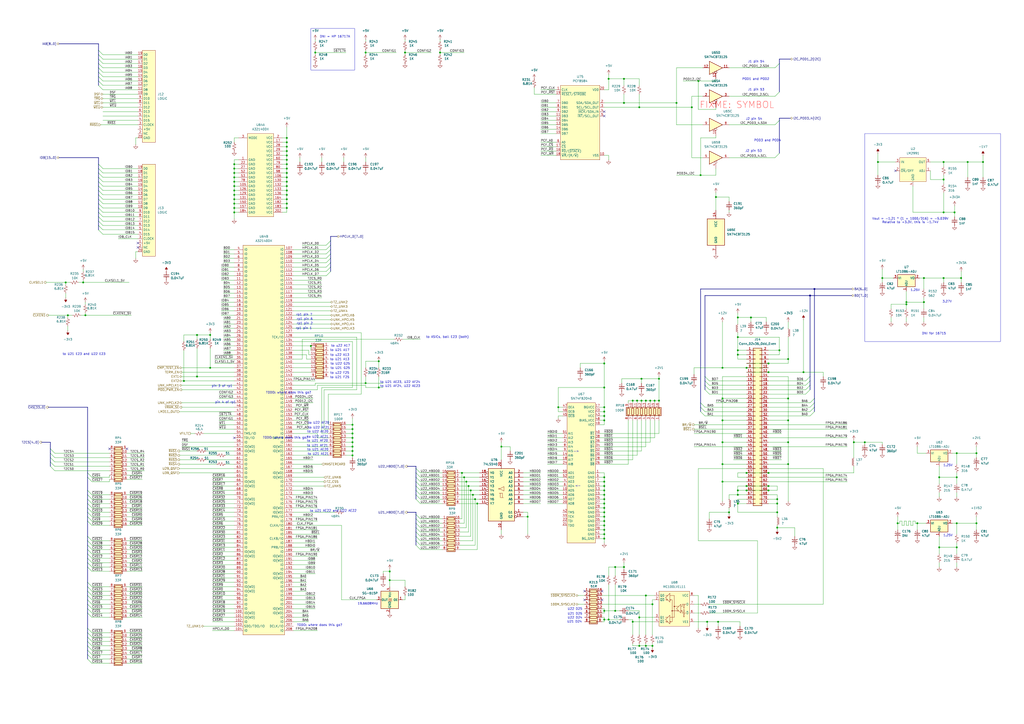
<source format=kicad_sch>
(kicad_sch (version 20250114) (generator "eeschema") (generator_version "9.0")
  (paper "A2")
  (rectangle (start 180.34 16.51) (end 205.74 40.64))
  (rectangle (start 501.65 77.47) (end 580.39 198.12))
  (text "to U22 AF21" (at 184.912 248.158 0) (effects (font (size 1.27 1.27))))
  (text "FIXME: SYMBOL" (at 427.482 60.96 0) (effects (font (size 3.81 3.81))))
  (text "POD1 and POD2" (at 438.404 45.974 0) (effects (font (size 1.27 1.27))))
  (text "DNI = HP 16717A" (at 194.31 21.336 0) (effects (font (size 1.27 1.27))))
  (text "rp1 pin 1" (at 176.276 190.5 0) (effects (font (size 1.27 1.27))))
  (text "U21 D25" (at 333.502 356.108 0) (effects (font (size 1.27 1.27))))
  (text "to U21 A17" (at 197.104 203.2 0) (effects (font (size 1.27 1.27))))
  (text "to U21 E23 and U22 E23" (at 48.768 205.486 0) (effects (font (size 1.27 1.27))))
  (text "to U21 AF21" (at 184.15 258.572 0) (effects (font (size 1.27 1.27))))
  (text "to ASICs, ball E23 (both)" (at 259.588 195.58 0) (effects (font (size 1.27 1.27))))
  (text "J2 pin 54" (at 437.388 69.088 0) (effects (font (size 1.27 1.27))))
  (text "to U21 AE20" (at 184.404 260.858 0) (effects (font (size 1.27 1.27))))
  (text "<-" (at 335.28 281.94 0) (effects (font (size 1.27 1.27))))
  (text "to U21 G25" (at 197.358 213.614 0) (effects (font (size 1.27 1.27))))
  (text "U22 D24" (at 333.502 358.394 0) (effects (font (size 1.27 1.27))))
  (text "to u22 A13" (at 197.104 205.994 0) (effects (font (size 1.27 1.27))))
  (text "->" (at 334.264 261.874 0) (effects (font (size 1.27 1.27))))
  (text "to u22 A17" (at 197.612 200.66 0) (effects (font (size 1.27 1.27))))
  (text "U21 D24" (at 333.248 360.68 0) (effects (font (size 1.27 1.27))))
  (text "1.25V" (at 549.91 310.642 0) (effects (font (size 1.27 1.27))))
  (text "U22 D25" (at 333.502 353.314 0) (effects (font (size 1.27 1.27))))
  (text "to U22 AE21" (at 184.404 253.492 0) (effects (font (size 1.27 1.27))))
  (text "to U21 A13" (at 197.104 208.534 0) (effects (font (size 1.27 1.27))))
  (text "TODO: where does this go?" (at 165.608 254 0) (effects (font (size 1.27 1.27))))
  (text "J2 pin 53" (at 437.134 87.63 0) (effects (font (size 1.27 1.27))))
  (text "1.25V" (at 549.91 270.002 0) (effects (font (size 1.27 1.27))))
  (text "J1 pin 54" (at 438.658 35.814 0) (effects (font (size 1.27 1.27))))
  (text "to U22 AE20" (at 184.404 250.444 0) (effects (font (size 1.27 1.27))))
  (text "1.25V" (at 530.86 168.402 0) (effects (font (size 1.27 1.27))))
  (text "to U21 F25" (at 197.104 218.948 0) (effects (font (size 1.27 1.27))))
  (text "to U21 AE23, U22 AF24" (at 232.156 221.742 0) (effects (font (size 1.27 1.27))))
  (text "POD3 and POD4" (at 445.262 81.534 0) (effects (font (size 1.27 1.27))))
  (text "to U21 AE21" (at 184.658 263.398 0) (effects (font (size 1.27 1.27))))
  (text "pin 4 of rp1" (at 130.81 233.426 0) (effects (font (size 1.27 1.27))))
  (text "Vout = -1.21 * (1 + 1000/316) = -5.039V\nRelative to +3.3V, this is -1.74V" (at 528.066 128.016 0) (effects (font (size 1.27 1.27))))
  (text "rp1 pin 6" (at 176.784 185.166 0) (effects (font (size 1.27 1.27))))
  (text "to U21 AE22 and U22 AE22" (at 193.294 296.418 0) (effects (font (size 1.27 1.27))))
  (text "TODO: where does this go?" (at 167.386 227.838 0) (effects (font (size 1.27 1.27))))
  (text "to U21 AF20" (at 184.15 255.778 0) (effects (font (size 1.27 1.27))))
  (text "DNI for 16715" (at 541.782 193.548 0) (effects (font (size 1.27 1.27))))
  (text "to U21 AF24, U22 AE23" (at 232.156 224.028 0) (effects (font (size 1.27 1.27))))
  (text "to u22 F25" (at 197.104 216.408 0) (effects (font (size 1.27 1.27))))
  (text "19.6608MHz" (at 213.36 350.266 0) (effects (font (size 1.27 1.27))))
  (text "pin 3 of rp1" (at 128.778 224.028 0) (effects (font (size 1.27 1.27))))
  (text "to U22 AF20" (at 184.912 245.364 0) (effects (font (size 1.27 1.27))))
  (text "rp1 pin 7" (at 176.53 182.626 0) (effects (font (size 1.27 1.27))))
  (text "J1 pin 53" (at 438.658 52.07 0) (effects (font (size 1.27 1.27))))
  (text "to U22 G25" (at 197.358 211.074 0) (effects (font (size 1.27 1.27))))
  (text "rp1 pin 2" (at 176.784 187.706 0) (effects (font (size 1.27 1.27))))
  (text "3.27V" (at 549.402 175.006 0) (effects (font (size 1.27 1.27))))
  (text "TODO: where does this go?" (at 185.42 362.712 0) (effects (font (size 1.27 1.27))))
  (junction (at 427.99 184.15))
  (junction (at 204.47 261.62))
  (junction (at 544.83 276.86))
  (junction (at 166.37 92.71))
  (junction (at 234.95 30.48))
  (junction (at 369.57 232.41))
  (junction (at 166.37 118.11))
  (junction (at 422.91 297.18))
  (junction (at 547.37 93.98))
  (junction (at 419.1 256.54))
  (junction (at 361.95 59.69))
  (junction (at 445.77 274.32))
  (junction (at 135.89 102.87))
  (junction (at 457.2 243.84))
  (junction (at 445.77 284.48))
  (junction (at 547.37 161.29))
  (junction (at 466.09 215.9))
  (junction (at 166.37 95.25))
  (junction (at 452.12 203.2))
  (junction (at 553.72 123.19))
  (junction (at 427.99 203.2))
  (junction (at 445.77 281.94))
  (junction (at 356.87 354.33))
  (junction (at 350.52 297.18))
  (junction (at 405.13 46.99))
  (junction (at 378.46 350.52))
  (junction (at 350.52 281.94))
  (junction (at 501.65 256.54))
  (junction (at 350.52 294.64))
  (junction (at 350.52 299.72))
  (junction (at 353.06 45.72))
  (junction (at 457.2 208.28))
  (junction (at 350.52 243.84))
  (junction (at 166.37 110.49))
  (junction (at 450.85 297.18))
  (junction (at 212.09 222.25))
  (junction (at 419.1 269.24))
  (junction (at 509.27 93.98))
  (junction (at 121.92 194.31))
  (junction (at 554.99 303.53))
  (junction (at 135.89 100.33))
  (junction (at 427.99 195.58))
  (junction (at 511.81 161.29))
  (junction (at 270.51 279.4))
  (junction (at 350.52 309.88))
  (junction (at 204.47 254))
  (junction (at 166.37 102.87))
  (junction (at 535.94 175.26))
  (junction (at 372.11 232.41))
  (junction (at 166.37 100.33))
  (junction (at 135.89 115.57))
  (junction (at 135.89 107.95))
  (junction (at 350.52 312.42))
  (junction (at 166.37 80.01))
  (junction (at 267.97 274.32))
  (junction (at 378.46 374.65))
  (junction (at 457.2 231.14))
  (junction (at 450.85 289.56))
  (junction (at 269.24 276.86))
  (junction (at 353.06 359.41))
  (junction (at 419.1 231.14))
  (junction (at 166.37 90.17))
  (junction (at 350.52 302.26))
  (junction (at 350.52 276.86))
  (junction (at 374.65 345.44))
  (junction (at 166.37 115.57))
  (junction (at 379.73 232.41))
  (junction (at 367.03 360.68))
  (junction (at 135.89 118.11))
  (junction (at 435.61 184.15))
  (junction (at 350.52 304.8))
  (junction (at 367.03 232.41))
  (junction (at 547.37 123.19))
  (junction (at 427.99 284.48))
  (junction (at 361.95 328.93))
  (junction (at 135.89 97.79))
  (junction (at 427.99 292.1))
  (junction (at 445.77 215.9))
  (junction (at 135.89 105.41))
  (junction (at 226.06 336.55))
  (junction (at 350.52 241.3))
  (junction (at 275.59 289.56))
  (junction (at 433.07 213.36))
  (junction (at 166.37 82.55))
  (junction (at 135.89 110.49))
  (junction (at 370.84 358.14))
  (junction (at 554.99 276.86))
  (junction (at 219.71 209.55))
  (junction (at 350.52 236.22))
  (junction (at 306.07 299.72))
  (junction (at 427.99 287.02))
  (junction (at 472.44 167.64))
  (junction (at 382.27 232.41))
  (junction (at 121.92 213.36))
  (junction (at 114.3 194.31))
  (junction (at 374.65 374.65))
  (junction (at 114.3 218.44))
  (junction (at 457.2 269.24))
  (junction (at 450.85 306.07))
  (junction (at 427.99 205.74))
  (junction (at 406.4 101.6))
  (junction (at 166.37 107.95))
  (junction (at 271.78 281.94))
  (junction (at 350.52 292.1))
  (junction (at 255.27 30.48))
  (junction (at 180.34 200.66))
  (junction (at 204.47 251.46))
  (junction (at 392.43 59.69))
  (junction (at 350.52 279.4))
  (junction (at 290.83 259.08))
  (junction (at 166.37 87.63))
  (junction (at 350.52 289.56))
  (junction (at 547.37 104.14))
  (junction (at 433.07 284.48))
  (junction (at 525.78 175.26))
  (junction (at 273.05 284.48))
  (junction (at 276.86 292.1))
  (junction (at 182.88 30.48))
  (junction (at 204.47 264.16))
  (junction (at 350.52 284.48))
  (junction (at 106.68 220.98))
  (junction (at 350.52 287.02))
  (junction (at 204.47 259.08))
  (junction (at 374.65 232.41))
  (junction (at 419.1 213.36))
  (junction (at 382.27 219.71))
  (junction (at 135.89 123.19))
  (junction (at 554.99 262.89))
  (junction (at 410.21 360.68))
  (junction (at 204.47 248.92))
  (junction (at 566.42 262.89))
  (junction (at 445.77 210.82))
  (junction (at 166.37 113.03))
  (junction (at 135.89 95.25))
  (junction (at 166.37 97.79))
  (junction (at 419.1 243.84))
  (junction (at 38.1 163.83))
  (junction (at 570.23 93.98))
  (junction (at 532.13 303.53))
  (junction (at 48.26 163.83))
  (junction (at 135.89 120.65))
  (junction (at 520.7 303.53))
  (junction (at 419.1 279.4))
  (junction (at 554.99 317.5))
  (junction (at 356.87 328.93))
  (junction (at 204.47 246.38))
  (junction (at 350.52 238.76))
  (junction (at 166.37 120.65))
  (junction (at 557.53 161.29))
  (junction (at 135.89 113.03))
  (junction (at 166.37 85.09))
  (junction (at 350.52 359.41))
  (junction (at 204.47 256.54))
  (junction (at 372.11 219.71))
  (junction (at 525.78 176.53))
  (junction (at 377.19 232.41))
  (junction (at 416.56 360.68))
  (junction (at 350.52 224.79))
  (junction (at 535.94 161.29))
  (junction (at 544.83 317.5))
  (junction (at 350.52 307.34))
  (junction (at 350.52 354.33))
  (junction (at 457.2 256.54))
  (junction (at 370.84 62.23))
  (junction (at 433.07 274.32))
  (junction (at 401.32 62.23))
  (junction (at 370.84 374.65))
  (junction (at 226.06 331.47))
  (junction (at 561.34 93.98))
  (junction (at 212.09 30.48))
  (junction (at 433.07 281.94))
  (junction (at 219.71 224.79))
  (junction (at 450.85 292.1))
  (junction (at 495.3 256.54))
  (junction (at 274.32 287.02))
  (junction (at 415.29 114.3))
  (junction (at 350.52 210.82))
  (junction (at 323.85 236.22))
  (junction (at 166.37 105.41))
  (junction (at 361.95 45.72))
  (junction (at 469.9 171.45))
  (junction (at 49.53 182.88))
  (junction (at 566.42 303.53))
  (junction (at 39.37 182.88))
  (no_connect (at 339.09 347.98))
  (no_connect (at 80.01 143.51))
  (no_connect (at 135.89 254))
  (no_connect (at 349.25 342.9))
  (no_connect (at 63.5 260.35))
  (no_connect (at 339.09 342.9))
  (no_connect (at 80.01 140.97))
  (no_connect (at 73.66 260.35))
  (no_connect (at 350.52 67.31))
  (no_connect (at 349.25 347.98))
  (no_connect (at 350.52 64.77))
  (no_connect (at 519.43 99.06))
  (bus_entry (at 241.3 279.4) (size 2.54 2.54))
  (bus_entry (at 241.3 271.78) (size 2.54 2.54))
  (bus_entry (at 408.94 236.22) (size -2.54 -2.54))
  (bus_entry (at 467.36 228.6) (size 2.54 -2.54))
  (bus_entry (at 50.8 353.06) (size 2.54 2.54))
  (bus_entry (at 57.15 29.21) (size 2.54 2.54))
  (bus_entry (at 50.8 302.26) (size 2.54 2.54))
  (bus_entry (at 57.15 123.19) (size 2.54 2.54))
  (bus_entry (at 50.8 292.1) (size 2.54 2.54))
  (bus_entry (at 241.3 284.48) (size 2.54 2.54))
  (bus_entry (at 452.12 69.85) (size -2.54 2.54))
  (bus_entry (at 50.8 340.36) (size 2.54 2.54))
  (bus_entry (at 50.8 294.64) (size 2.54 2.54))
  (bus_entry (at 191.77 154.94) (size -2.54 2.54))
  (bus_entry (at 50.8 337.82) (size 2.54 2.54))
  (bus_entry (at 452.12 88.9) (size -2.54 2.54))
  (bus_entry (at 411.48 228.6) (size -2.54 -2.54))
  (bus_entry (at 57.15 97.79) (size 2.54 2.54))
  (bus_entry (at 241.3 316.23) (size 2.54 2.54))
  (bus_entry (at 191.77 142.24) (size -2.54 2.54))
  (bus_entry (at 411.48 220.98) (size -2.54 -2.54))
  (bus_entry (at 191.77 157.48) (size -2.54 2.54))
  (bus_entry (at 469.9 241.3) (size 2.54 -2.54))
  (bus_entry (at 57.15 49.53) (size 2.54 2.54))
  (bus_entry (at 57.15 31.75) (size 2.54 2.54))
  (bus_entry (at 50.8 318.77) (size 2.54 2.54))
  (bus_entry (at 50.8 345.44) (size 2.54 2.54))
  (bus_entry (at 50.8 369.57) (size 2.54 2.54))
  (bus_entry (at 467.36 226.06) (size 2.54 -2.54))
  (bus_entry (at 29.21 262.89) (size 2.54 2.54))
  (bus_entry (at 50.8 342.9) (size 2.54 2.54))
  (bus_entry (at 57.15 115.57) (size 2.54 2.54))
  (bus_entry (at 50.8 326.39) (size 2.54 2.54))
  (bus_entry (at 241.3 311.15) (size 2.54 2.54))
  (bus_entry (at 50.8 299.72) (size 2.54 2.54))
  (bus_entry (at 57.15 120.65) (size 2.54 2.54))
  (bus_entry (at 241.3 303.53) (size 2.54 2.54))
  (bus_entry (at 57.15 95.25) (size 2.54 2.54))
  (bus_entry (at 408.94 238.76) (size -2.54 -2.54))
  (bus_entry (at 191.77 147.32) (size -2.54 2.54))
  (bus_entry (at 191.77 152.4) (size -2.54 2.54))
  (bus_entry (at 469.9 236.22) (size 2.54 -2.54))
  (bus_entry (at 408.94 241.3) (size -2.54 -2.54))
  (bus_entry (at 57.15 36.83) (size 2.54 2.54))
  (bus_entry (at 241.3 313.69) (size 2.54 2.54))
  (bus_entry (at 50.8 379.73) (size 2.54 2.54))
  (bus_entry (at 57.15 46.99) (size 2.54 2.54))
  (bus_entry (at 50.8 289.56) (size 2.54 2.54))
  (bus_entry (at 50.8 372.11) (size 2.54 2.54))
  (bus_entry (at 50.8 284.48) (size 2.54 2.54))
  (bus_entry (at 452.12 53.34) (size -2.54 2.54))
  (bus_entry (at 50.8 355.6) (size 2.54 2.54))
  (bus_entry (at 50.8 323.85) (size 2.54 2.54))
  (bus_entry (at 469.9 238.76) (size 2.54 -2.54))
  (bus_entry (at 241.3 281.94) (size 2.54 2.54))
  (bus_entry (at 57.15 102.87) (size 2.54 2.54))
  (bus_entry (at 50.8 287.02) (size 2.54 2.54))
  (bus_entry (at 29.21 260.35) (size 2.54 2.54))
  (bus_entry (at 241.3 298.45) (size 2.54 2.54))
  (bus_entry (at 50.8 313.69) (size 2.54 2.54))
  (bus_entry (at 50.8 350.52) (size 2.54 2.54))
  (bus_entry (at 467.36 223.52) (size 2.54 -2.54))
  (bus_entry (at 29.21 267.97) (size 2.54 2.54))
  (bus_entry (at 50.8 328.93) (size 2.54 2.54))
  (bus_entry (at 57.15 39.37) (size 2.54 2.54))
  (bus_entry (at 241.3 274.32) (size 2.54 2.54))
  (bus_entry (at 241.3 287.02) (size 2.54 2.54))
  (bus_entry (at 191.77 144.78) (size -2.54 2.54))
  (bus_entry (at 50.8 316.23) (size 2.54 2.54))
  (bus_entry (at 57.15 128.27) (size 2.54 2.54))
  (bus_entry (at 57.15 113.03) (size 2.54 2.54))
  (bus_entry (at 411.48 223.52) (size -2.54 -2.54))
  (bus_entry (at 57.15 125.73) (size 2.54 2.54))
  (bus_entry (at 57.15 130.81) (size 2.54 2.54))
  (bus_entry (at 241.3 276.86) (size 2.54 2.54))
  (bus_entry (at 50.8 364.49) (size 2.54 2.54))
  (bus_entry (at 241.3 308.61) (size 2.54 2.54))
  (bus_entry (at 191.77 139.7) (size -2.54 2.54))
  (bus_entry (at 241.3 300.99) (size 2.54 2.54))
  (bus_entry (at 50.8 297.18) (size 2.54 2.54))
  (bus_entry (at 57.15 110.49) (size 2.54 2.54))
  (bus_entry (at 50.8 377.19) (size 2.54 2.54))
  (bus_entry (at 57.15 44.45) (size 2.54 2.54))
  (bus_entry (at 57.15 118.11) (size 2.54 2.54))
  (bus_entry (at 241.3 306.07) (size 2.54 2.54))
  (bus_entry (at 57.15 100.33) (size 2.54 2.54))
  (bus_entry (at 50.8 276.86) (size 2.54 2.54))
  (bus_entry (at 29.21 265.43) (size 2.54 2.54))
  (bus_entry (at 50.8 382.27) (size 2.54 2.54))
  (bus_entry (at 57.15 41.91) (size 2.54 2.54))
  (bus_entry (at 50.8 274.32) (size 2.54 2.54))
  (bus_entry (at 57.15 34.29) (size 2.54 2.54))
  (bus_entry (at 467.36 220.98) (size 2.54 -2.54))
  (bus_entry (at 50.8 367.03) (size 2.54 2.54))
  (bus_entry (at 29.21 270.51) (size 2.54 2.54))
  (bus_entry (at 411.48 226.06) (size -2.54 -2.54))
  (bus_entry (at 191.77 149.86) (size -2.54 2.54))
  (bus_entry (at 50.8 321.31) (size 2.54 2.54))
  (bus_entry (at 50.8 311.15) (size 2.54 2.54))
  (bus_entry (at 57.15 133.35) (size 2.54 2.54))
  (bus_entry (at 57.15 105.41) (size 2.54 2.54))
  (bus_entry (at 50.8 374.65) (size 2.54 2.54))
  (bus_entry (at 57.15 107.95) (size 2.54 2.54))
  (bus_entry (at 452.12 36.83) (size -2.54 2.54))
  (bus_entry (at 241.3 289.56) (size 2.54 2.54))
  (bus_entry (at 469.9 233.68) (size 2.54 -2.54))
  (bus_entry (at 50.8 347.98) (size 2.54 2.54))
  (wire (pts (xy 350.52 276.86) (xy 350.52 279.4)))
  (wire (pts (xy 350.52 354.33) (xy 356.87 354.33)))
  (wire (pts (xy 170.18 223.52) (xy 182.88 223.52)))
  (wire (pts (xy 528.32 304.8) (xy 529.59 304.8)))
  (wire (pts (xy 323.85 224.79) (xy 350.52 224.79)))
  (wire (pts (xy 445.77 236.22) (xy 469.9 236.22)))
  (wire (pts (xy 135.89 360.68) (xy 123.19 360.68)))
  (wire (pts (xy 73.66 267.97) (xy 83.82 267.97)))
  (wire (pts (xy 544.83 276.86) (xy 544.83 280.67)))
  (wire (pts (xy 204.47 246.38) (xy 204.47 248.92)))
  (bus (pts (xy 57.15 105.41) (xy 57.15 102.87)))
  (wire (pts (xy 190.5 256.54) (xy 170.18 256.54)))
  (wire (pts (xy 347.98 304.8) (xy 350.52 304.8)))
  (wire (pts (xy 323.85 241.3) (xy 323.85 242.57)))
  (wire (pts (xy 313.69 289.56) (xy 303.53 289.56)))
  (wire (pts (xy 53.34 382.27) (xy 63.5 382.27)))
  (wire (pts (xy 190.5 246.38) (xy 190.5 228.6)))
  (bus (pts (xy 57.15 125.73) (xy 57.15 123.19)))
  (wire (pts (xy 433.07 208.28) (xy 427.99 208.28)))
  (wire (pts (xy 73.66 313.69) (xy 82.55 313.69)))
  (wire (pts (xy 105.41 220.98) (xy 106.68 220.98)))
  (wire (pts (xy 222.25 224.79) (xy 219.71 224.79)))
  (bus (pts (xy 469.9 220.98) (xy 469.9 218.44)))
  (wire (pts (xy 361.95 45.72) (xy 361.95 49.53)))
  (wire (pts (xy 313.69 52.07) (xy 322.58 52.07)))
  (wire (pts (xy 135.89 266.7) (xy 119.38 266.7)))
  (wire (pts (xy 544.83 311.15) (xy 544.83 317.5)))
  (wire (pts (xy 135.89 190.5) (xy 129.54 190.5)))
  (wire (pts (xy 353.06 43.18) (xy 353.06 45.72)))
  (bus (pts (xy 29.21 262.89) (xy 29.21 260.35)))
  (wire (pts (xy 190.5 259.08) (xy 170.18 259.08)))
  (wire (pts (xy 370.84 358.14) (xy 379.73 358.14)))
  (bus (pts (xy 241.3 276.86) (xy 241.3 274.32)))
  (wire (pts (xy 461.01 306.07) (xy 461.01 311.15)))
  (wire (pts (xy 127 231.14) (xy 135.89 231.14)))
  (bus (pts (xy 472.44 236.22) (xy 472.44 238.76)))
  (wire (pts (xy 557.53 157.48) (xy 557.53 161.29)))
  (bus (pts (xy 241.3 284.48) (xy 241.3 281.94)))
  (wire (pts (xy 275.59 316.23) (xy 275.59 289.56)))
  (wire (pts (xy 166.37 97.79) (xy 166.37 100.33)))
  (wire (pts (xy 523.24 304.8) (xy 524.51 304.8)))
  (wire (pts (xy 127 228.6) (xy 135.89 228.6)))
  (wire (pts (xy 477.52 218.44) (xy 477.52 215.9)))
  (wire (pts (xy 179.07 238.76) (xy 170.18 238.76)))
  (wire (pts (xy 350.52 279.4) (xy 350.52 281.94)))
  (wire (pts (xy 219.71 213.36) (xy 219.71 209.55)))
  (wire (pts (xy 170.18 281.94) (xy 187.96 281.94)))
  (wire (pts (xy 356.87 328.93) (xy 361.95 328.93)))
  (wire (pts (xy 106.68 194.31) (xy 114.3 194.31)))
  (bus (pts (xy 29.21 265.43) (xy 29.21 262.89)))
  (wire (pts (xy 350.52 59.69) (xy 361.95 59.69)))
  (wire (pts (xy 570.23 102.87) (xy 570.23 93.98)))
  (wire (pts (xy 570.23 93.98) (xy 561.34 93.98)))
  (wire (pts (xy 38.1 163.83) (xy 38.1 165.1)))
  (wire (pts (xy 166.37 80.01) (xy 166.37 82.55)))
  (wire (pts (xy 392.43 59.69) (xy 392.43 72.39)))
  (wire (pts (xy 525.78 304.8) (xy 527.05 304.8)))
  (wire (pts (xy 525.78 175.26) (xy 525.78 176.53)))
  (wire (pts (xy 335.28 350.52) (xy 339.09 350.52)))
  (wire (pts (xy 31.75 267.97) (xy 63.5 267.97)))
  (bus (pts (xy 241.3 289.56) (xy 241.3 287.02)))
  (wire (pts (xy 439.42 313.69) (xy 405.13 313.69)))
  (bus (pts (xy 34.29 91.44) (xy 57.15 91.44)))
  (wire (pts (xy 68.58 138.43) (xy 80.01 138.43)))
  (wire (pts (xy 182.88 30.48) (xy 182.88 31.75)))
  (wire (pts (xy 135.89 320.04) (xy 123.19 320.04)))
  (wire (pts (xy 347.98 254) (xy 379.73 254)))
  (wire (pts (xy 529.59 304.8) (xy 529.59 302.26)))
  (wire (pts (xy 135.89 325.12) (xy 123.19 325.12)))
  (bus (pts (xy 406.4 236.22) (xy 406.4 233.68)))
  (wire (pts (xy 544.83 276.86) (xy 554.99 276.86)))
  (bus (pts (xy 50.8 274.32) (xy 50.8 236.22)))
  (wire (pts (xy 73.66 326.39) (xy 82.55 326.39)))
  (wire (pts (xy 135.89 123.19) (xy 138.43 123.19)))
  (wire (pts (xy 364.49 232.41) (xy 367.03 232.41)))
  (wire (pts (xy 422.91 72.39) (xy 449.58 72.39)))
  (wire (pts (xy 204.47 251.46) (xy 204.47 254)))
  (wire (pts (xy 185.42 309.88) (xy 170.18 309.88)))
  (wire (pts (xy 118.11 363.22) (xy 135.89 363.22)))
  (wire (pts (xy 135.89 120.65) (xy 138.43 120.65)))
  (wire (pts (xy 255.27 29.21) (xy 255.27 30.48)))
  (bus (pts (xy 50.8 316.23) (xy 50.8 318.77)))
  (wire (pts (xy 53.34 379.73) (xy 63.5 379.73)))
  (wire (pts (xy 427.99 193.04) (xy 427.99 195.58)))
  (wire (pts (xy 427.99 292.1) (xy 427.99 289.56)))
  (wire (pts (xy 350.52 358.14) (xy 350.52 359.41)))
  (wire (pts (xy 166.37 115.57) (xy 166.37 118.11)))
  (wire (pts (xy 422.91 39.37) (xy 449.58 39.37)))
  (bus (pts (xy 472.44 167.64) (xy 472.44 231.14)))
  (wire (pts (xy 361.95 59.69) (xy 392.43 59.69)))
  (wire (pts (xy 53.34 328.93) (xy 63.5 328.93)))
  (wire (pts (xy 163.83 95.25) (xy 166.37 95.25)))
  (wire (pts (xy 378.46 373.38) (xy 378.46 374.65)))
  (wire (pts (xy 374.65 345.44) (xy 374.65 368.3)))
  (wire (pts (xy 73.66 347.98) (xy 82.55 347.98)))
  (wire (pts (xy 163.83 90.17) (xy 166.37 90.17)))
  (wire (pts (xy 530.86 302.26) (xy 530.86 303.53)))
  (wire (pts (xy 234.95 347.98) (xy 233.68 347.98)))
  (wire (pts (xy 128.27 154.94) (xy 135.89 154.94)))
  (wire (pts (xy 170.18 177.8) (xy 191.77 177.8)))
  (wire (pts (xy 266.7 279.4) (xy 270.51 279.4)))
  (wire (pts (xy 445.77 231.14) (xy 457.2 231.14)))
  (bus (pts (xy 469.9 223.52) (xy 469.9 220.98)))
  (wire (pts (xy 170.18 144.78) (xy 189.23 144.78)))
  (bus (pts (xy 57.15 107.95) (xy 57.15 105.41)))
  (wire (pts (xy 433.07 203.2) (xy 427.99 203.2)))
  (wire (pts (xy 179.07 203.2) (xy 179.07 205.74)))
  (wire (pts (xy 392.43 101.6) (xy 406.4 101.6)))
  (wire (pts (xy 350.52 238.76) (xy 350.52 241.3)))
  (wire (pts (xy 422.91 55.88) (xy 449.58 55.88)))
  (wire (pts (xy 495.3 274.32) (xy 495.3 270.51)))
  (bus (pts (xy 191.77 147.32) (xy 191.77 149.86)))
  (wire (pts (xy 369.57 232.41) (xy 372.11 232.41)))
  (wire (pts (xy 135.89 172.72) (xy 129.54 172.72)))
  (wire (pts (xy 401.32 62.23) (xy 401.32 55.88)))
  (bus (pts (xy 50.8 284.48) (xy 50.8 287.02)))
  (wire (pts (xy 181.61 299.72) (xy 170.18 299.72)))
  (wire (pts (xy 73.66 382.27) (xy 82.55 382.27)))
  (wire (pts (xy 59.69 44.45) (xy 80.01 44.45)))
  (wire (pts (xy 53.34 347.98) (xy 63.5 347.98)))
  (bus (pts (xy 50.8 302.26) (xy 50.8 311.15)))
  (wire (pts (xy 73.66 265.43) (xy 83.82 265.43)))
  (wire (pts (xy 135.89 200.66) (xy 129.54 200.66)))
  (wire (pts (xy 415.29 46.99) (xy 405.13 46.99)))
  (wire (pts (xy 53.34 299.72) (xy 63.5 299.72)))
  (wire (pts (xy 166.37 100.33) (xy 166.37 102.87)))
  (wire (pts (xy 53.34 342.9) (xy 63.5 342.9)))
  (wire (pts (xy 353.06 339.09) (xy 353.06 359.41)))
  (bus (pts (xy 452.12 34.29) (xy 452.12 36.83)))
  (wire (pts (xy 370.84 62.23) (xy 401.32 62.23)))
  (wire (pts (xy 39.37 191.77) (xy 39.37 189.23)))
  (wire (pts (xy 73.66 273.05) (xy 83.82 273.05)))
  (wire (pts (xy 135.89 118.11) (xy 138.43 118.11)))
  (wire (pts (xy 114.3 266.7) (xy 104.14 266.7)))
  (wire (pts (xy 243.84 284.48) (xy 256.54 284.48)))
  (wire (pts (xy 226.06 331.47) (xy 222.25 331.47)))
  (wire (pts (xy 445.77 261.62) (xy 453.39 261.62)))
  (wire (pts (xy 370.84 45.72) (xy 370.84 49.53)))
  (wire (pts (xy 189.23 154.94) (xy 170.18 154.94)))
  (wire (pts (xy 135.89 345.44) (xy 123.19 345.44)))
  (bus (pts (xy 50.8 311.15) (xy 50.8 313.69)))
  (bus (pts (xy 191.77 142.24) (xy 191.77 144.78)))
  (wire (pts (xy 194.31 297.18) (xy 170.18 297.18)))
  (wire (pts (xy 495.3 265.43) (xy 495.3 256.54)))
  (wire (pts (xy 422.91 91.44) (xy 449.58 91.44)))
  (wire (pts (xy 59.69 36.83) (xy 80.01 36.83)))
  (bus (pts (xy 50.8 379.73) (xy 50.8 382.27)))
  (wire (pts (xy 274.32 287.02) (xy 274.32 313.69)))
  (wire (pts (xy 427.99 289.56) (xy 433.07 289.56)))
  (wire (pts (xy 554.99 276.86) (xy 554.99 274.32)))
  (wire (pts (xy 419.1 279.4) (xy 419.1 290.83)))
  (wire (pts (xy 405.13 63.5) (xy 415.29 63.5)))
  (wire (pts (xy 39.37 182.88) (xy 39.37 184.15)))
  (wire (pts (xy 554.99 285.75) (xy 554.99 288.29)))
  (wire (pts (xy 378.46 347.98) (xy 379.73 347.98)))
  (wire (pts (xy 306.07 299.72) (xy 303.53 299.72)))
  (wire (pts (xy 427.99 181.61) (xy 427.99 184.15)))
  (wire (pts (xy 74.93 163.83) (xy 48.26 163.83)))
  (wire (pts (xy 313.69 284.48) (xy 303.53 284.48)))
  (bus (pts (xy 191.77 144.78) (xy 191.77 147.32)))
  (wire (pts (xy 255.27 22.86) (xy 255.27 24.13)))
  (wire (pts (xy 135.89 82.55) (xy 135.89 80.01)))
  (wire (pts (xy 347.98 261.62) (xy 372.11 261.62)))
  (wire (pts (xy 532.13 303.53) (xy 532.13 307.34)))
  (wire (pts (xy 367.03 360.68) (xy 379.73 360.68)))
  (wire (pts (xy 186.69 224.79) (xy 186.69 251.46)))
  (wire (pts (xy 179.07 243.84) (xy 170.18 243.84)))
  (wire (pts (xy 323.85 236.22) (xy 326.39 236.22)))
  (wire (pts (xy 135.89 342.9) (xy 123.19 342.9)))
  (bus (pts (xy 408.94 223.52) (xy 408.94 226.06)))
  (wire (pts (xy 135.89 203.2) (xy 129.54 203.2)))
  (wire (pts (xy 266.7 311.15) (xy 273.05 311.15)))
  (wire (pts (xy 411.48 300.99) (xy 411.48 297.18)))
  (bus (pts (xy 452.12 69.85) (xy 452.12 88.9)))
  (wire (pts (xy 427.99 292.1) (xy 433.07 292.1)))
  (wire (pts (xy 124.46 208.28) (xy 135.89 208.28)))
  (wire (pts (xy 561.34 93.98) (xy 547.37 93.98)))
  (wire (pts (xy 135.89 302.26) (xy 123.19 302.26)))
  (bus (pts (xy 191.77 152.4) (xy 191.77 154.94)))
  (wire (pts (xy 273.05 311.15) (xy 273.05 284.48)))
  (wire (pts (xy 290.83 259.08) (xy 290.83 266.7)))
  (wire (pts (xy 313.69 74.93) (xy 322.58 74.93)))
  (wire (pts (xy 135.89 187.96) (xy 129.54 187.96)))
  (wire (pts (xy 429.26 360.68) (xy 416.56 360.68)))
  (wire (pts (xy 309.88 50.8) (xy 309.88 54.61)))
  (bus (pts (xy 50.8 353.06) (xy 50.8 355.6)))
  (wire (pts (xy 53.34 316.23) (xy 63.5 316.23)))
  (wire (pts (xy 212.09 223.52) (xy 212.09 224.79)))
  (wire (pts (xy 410.21 360.68) (xy 402.59 360.68)))
  (wire (pts (xy 234.95 30.48) (xy 234.95 31.75)))
  (wire (pts (xy 114.3 201.93) (xy 114.3 218.44)))
  (wire (pts (xy 135.89 322.58) (xy 123.19 322.58)))
  (wire (pts (xy 525.78 168.91) (xy 525.78 175.26)))
  (wire (pts (xy 135.89 317.5) (xy 123.19 317.5)))
  (bus (pts (xy 50.8 297.18) (xy 50.8 299.72)))
  (wire (pts (xy 38.1 163.83) (xy 40.64 163.83)))
  (wire (pts (xy 290.83 256.54) (xy 290.83 259.08)))
  (wire (pts (xy 353.06 359.41) (xy 359.41 359.41)))
  (wire (pts (xy 59.69 123.19) (xy 80.01 123.19)))
  (wire (pts (xy 382.27 218.44) (xy 382.27 219.71)))
  (wire (pts (xy 129.54 193.04) (xy 135.89 193.04)))
  (bus (pts (xy 241.3 279.4) (xy 241.3 276.86)))
  (wire (pts (xy 212.09 30.48) (xy 229.87 30.48)))
  (wire (pts (xy 372.11 232.41) (xy 372.11 233.68)))
  (wire (pts (xy 170.18 175.26) (xy 191.77 175.26)))
  (wire (pts (xy 433.07 231.14) (xy 419.1 231.14)))
  (wire (pts (xy 59.69 46.99) (xy 80.01 46.99)))
  (wire (pts (xy 163.83 87.63) (xy 166.37 87.63)))
  (wire (pts (xy 445.77 259.08) (xy 491.49 259.08)))
  (wire (pts (xy 63.5 276.86) (xy 63.5 275.59)))
  (wire (pts (xy 415.29 97.79) (xy 415.29 101.6)))
  (wire (pts (xy 190.5 251.46) (xy 186.69 251.46)))
  (wire (pts (xy 350.52 274.32) (xy 350.52 276.86)))
  (wire (pts (xy 177.8 205.74) (xy 177.8 208.28)))
  (wire (pts (xy 317.5 281.94) (xy 326.39 281.94)))
  (bus (pts (xy 57.15 133.35) (xy 57.15 130.81)))
  (bus (pts (xy 241.3 287.02) (xy 241.3 284.48)))
  (wire (pts (xy 182.88 332.74) (xy 170.18 332.74)))
  (wire (pts (xy 445.77 254) (xy 491.49 254)))
  (wire (pts (xy 59.69 100.33) (xy 80.01 100.33)))
  (wire (pts (xy 135.89 120.65) (xy 135.89 123.19)))
  (wire (pts (xy 135.89 198.12) (xy 129.54 198.12)))
  (wire (pts (xy 186.69 170.18) (xy 170.18 170.18)))
  (wire (pts (xy 419.1 231.14) (xy 419.1 243.84)))
  (wire (pts (xy 433.07 264.16) (xy 425.45 264.16)))
  (wire (pts (xy 350.52 307.34) (xy 350.52 309.88)))
  (wire (pts (xy 105.41 223.52) (xy 135.89 223.52)))
  (wire (pts (xy 135.89 297.18) (xy 123.19 297.18)))
  (wire (pts (xy 135.89 105.41) (xy 138.43 105.41)))
  (wire (pts (xy 182.88 223.52) (xy 182.88 222.25)))
  (wire (pts (xy 53.34 384.81) (xy 63.5 384.81)))
  (bus (pts (xy 50.8 369.57) (xy 50.8 372.11)))
  (wire (pts (xy 182.88 314.96) (xy 170.18 314.96)))
  (wire (pts (xy 163.83 105.41) (xy 166.37 105.41)))
  (wire (pts (xy 445.77 281.94) (xy 450.85 281.94)))
  (wire (pts (xy 243.84 303.53) (xy 256.54 303.53)))
  (wire (pts (xy 269.24 276.86) (xy 269.24 303.53)))
  (wire (pts (xy 554.99 276.86) (xy 554.99 280.67)))
  (wire (pts (xy 49.53 175.26) (xy 49.53 176.53)))
  (wire (pts (xy 219.71 224.79) (xy 212.09 224.79)))
  (wire (pts (xy 114.3 261.62) (xy 104.14 261.62)))
  (wire (pts (xy 135.89 340.36) (xy 123.19 340.36)))
  (wire (pts (xy 59.69 130.81) (xy 80.01 130.81)))
  (wire (pts (xy 180.34 213.36) (xy 170.18 213.36)))
  (bus (pts (xy 50.8 342.9) (xy 50.8 345.44)))
  (wire (pts (xy 266.7 284.48) (xy 273.05 284.48)))
  (wire (pts (xy 179.07 236.22) (xy 170.18 236.22)))
  (wire (pts (xy 233.68 196.85) (xy 243.84 196.85)))
  (wire (pts (xy 347.98 259.08) (xy 374.65 259.08)))
  (wire (pts (xy 313.69 85.09) (xy 322.58 85.09)))
  (wire (pts (xy 457.2 218.44) (xy 457.2 231.14)))
  (wire (pts (xy 73.66 369.57) (xy 82.55 369.57)))
  (wire (pts (xy 135.89 95.25) (xy 138.43 95.25)))
  (bus (pts (xy 57.15 97.79) (xy 57.15 95.25)))
  (wire (pts (xy 411.48 228.6) (xy 433.07 228.6)))
  (wire (pts (xy 135.89 358.14) (xy 123.19 358.14)))
  (wire (pts (xy 170.18 182.88) (xy 191.77 182.88)))
  (wire (pts (xy 180.34 218.44) (xy 170.18 218.44)))
  (wire (pts (xy 73.66 345.44) (xy 82.55 345.44)))
  (wire (pts (xy 135.89 147.32) (xy 129.54 147.32)))
  (wire (pts (xy 378.46 350.52) (xy 378.46 368.3)))
  (wire (pts (xy 59.69 128.27) (xy 80.01 128.27)))
  (wire (pts (xy 347.98 284.48) (xy 350.52 284.48)))
  (wire (pts (xy 445.77 223.52) (xy 467.36 223.52)))
  (wire (pts (xy 349.25 353.06) (xy 350.52 353.06)))
  (wire (pts (xy 105.41 256.54) (xy 135.89 256.54)))
  (wire (pts (xy 59.69 31.75) (xy 80.01 31.75)))
  (wire (pts (xy 427.99 287.02) (xy 427.99 284.48)))
  (wire (pts (xy 135.89 100.33) (xy 135.89 102.87)))
  (wire (pts (xy 31.75 270.51) (xy 63.5 270.51)))
  (wire (pts (xy 347.98 269.24) (xy 364.49 269.24)))
  (wire (pts (xy 135.89 115.57) (xy 138.43 115.57)))
  (wire (pts (xy 457.2 195.58) (xy 457.2 208.28)))
  (wire (pts (xy 323.85 236.22) (xy 323.85 224.79)))
  (wire (pts (xy 190.5 261.62) (xy 170.18 261.62)))
  (wire (pts (xy 106.68 220.98) (xy 135.89 220.98)))
  (wire (pts (xy 53.34 313.69) (xy 63.5 313.69)))
  (wire (pts (xy 347.98 246.38) (xy 350.52 246.38)))
  (bus (pts (xy 241.3 308.61) (xy 241.3 306.07)))
  (wire (pts (xy 419.1 269.24) (xy 419.1 279.4)))
  (wire (pts (xy 53.34 326.39) (xy 63.5 326.39)))
  (wire (pts (xy 39.37 182.88) (xy 41.91 182.88)))
  (wire (pts (xy 415.29 63.5) (xy 415.29 62.23)))
  (wire (pts (xy 127 246.38) (xy 135.89 246.38)))
  (bus (pts (xy 50.8 372.11) (xy 50.8 374.65)))
  (wire (pts (xy 274.32 287.02) (xy 278.13 287.02)))
  (wire (pts (xy 350.52 312.42) (xy 350.52 314.96)))
  (wire (pts (xy 135.89 279.4) (xy 123.19 279.4)))
  (wire (pts (xy 427.99 203.2) (xy 427.99 195.58)))
  (wire (pts (xy 378.46 350.52) (xy 378.46 347.98)))
  (wire (pts (xy 63.5 279.4) (xy 63.5 278.13)))
  (wire (pts (xy 128.27 177.8) (xy 135.89 177.8)))
  (wire (pts (xy 135.89 105.41) (xy 135.89 107.95)))
  (wire (pts (xy 416.56 363.22) (xy 416.56 360.68)))
  (wire (pts (xy 177.8 337.82) (xy 170.18 337.82)))
  (wire (pts (xy 369.57 232.41) (xy 369.57 233.68)))
  (wire (pts (xy 445.77 205.74) (xy 452.12 205.74)))
  (wire (pts (xy 200.66 261.62) (xy 204.47 261.62)))
  (wire (pts (xy 347.98 289.56) (xy 350.52 289.56)))
  (wire (pts (xy 166.37 92.71) (xy 166.37 95.25)))
  (wire (pts (xy 135.89 92.71) (xy 135.89 95.25)))
  (wire (pts (xy 234.95 340.36) (xy 234.95 336.55)))
  (wire (pts (xy 59.69 115.57) (xy 80.01 115.57)))
  (wire (pts (xy 466.09 185.42) (xy 466.09 215.9)))
  (wire (pts (xy 313.69 292.1) (xy 303.53 292.1)))
  (wire (pts (xy 135.89 152.4) (xy 129.54 152.4)))
  (wire (pts (xy 349.25 355.6) (xy 350.52 355.6)))
  (wire (pts (xy 313.69 87.63) (xy 322.58 87.63)))
  (wire (pts (xy 303.53 297.18) (xy 306.07 297.18)))
  (wire (pts (xy 457.2 256.54) (xy 457.2 269.24)))
  (wire (pts (xy 466.09 215.9) (xy 477.52 215.9)))
  (bus (pts (xy 57.15 118.11) (xy 57.15 115.57)))
  (wire (pts (xy 419.1 243.84) (xy 419.1 256.54)))
  (wire (pts (xy 187.96 248.92) (xy 187.96 226.06)))
  (wire (pts (xy 53.34 294.64) (xy 63.5 294.64)))
  (wire (pts (xy 349.25 358.14) (xy 350.52 358.14)))
  (wire (pts (xy 170.18 203.2) (xy 179.07 203.2)))
  (wire (pts (xy 335.28 345.44) (xy 339.09 345.44)))
  (wire (pts (xy 422.91 114.3) (xy 415.29 114.3)))
  (wire (pts (xy 184.15 294.64) (xy 170.18 294.64)))
  (wire (pts (xy 170.18 185.42) (xy 191.77 185.42)))
  (wire (pts (xy 317.5 274.32) (xy 326.39 274.32)))
  (wire (pts (xy 207.01 226.06) (xy 207.01 195.58)))
  (wire (pts (xy 105.41 236.22) (xy 135.89 236.22)))
  (wire (pts (xy 350.52 294.64) (xy 350.52 297.18)))
  (wire (pts (xy 59.69 69.85) (xy 80.01 69.85)))
  (wire (pts (xy 234.95 30.48) (xy 250.19 30.48)))
  (wire (pts (xy 317.5 251.46) (xy 326.39 251.46)))
  (bus (pts (xy 50.8 276.86) (xy 50.8 284.48)))
  (wire (pts (xy 204.47 224.79) (xy 204.47 198.12)))
  (bus (pts (xy 57.15 49.53) (xy 57.15 46.99)))
  (wire (pts (xy 190.5 228.6) (xy 209.55 228.6)))
  (wire (pts (xy 350.52 292.1) (xy 350.52 294.64)))
  (wire (pts (xy 128.27 157.48) (xy 135.89 157.48)))
  (wire (pts (xy 306.07 299.72) (xy 306.07 309.88)))
  (wire (pts (xy 53.34 358.14) (xy 63.5 358.14)))
  (wire (pts (xy 179.07 246.38) (xy 170.18 246.38)))
  (wire (pts (xy 445.77 238.76) (xy 469.9 238.76)))
  (wire (pts (xy 266.7 318.77) (xy 276.86 318.77)))
  (wire (pts (xy 266.7 276.86) (xy 269.24 276.86)))
  (wire (pts (xy 170.18 226.06) (xy 184.15 226.06)))
  (wire (pts (xy 367.03 359.41) (xy 367.03 360.68)))
  (wire (pts (xy 433.07 261.62) (xy 425.45 261.62)))
  (wire (pts (xy 73.66 275.59) (xy 82.55 275.59)))
  (wire (pts (xy 360.68 222.25) (xy 360.68 219.71)))
  (wire (pts (xy 73.66 342.9) (xy 82.55 342.9)))
  (wire (pts (xy 31.75 262.89) (xy 63.5 262.89)))
  (wire (pts (xy 276.86 292.1) (xy 278.13 292.1)))
  (wire (pts (xy 243.84 306.07) (xy 256.54 306.07)))
  (wire (pts (xy 457.2 243.84) (xy 457.2 256.54)))
  (wire (pts (xy 170.18 276.86) (xy 187.96 276.86)))
  (bus (pts (xy 241.3 311.15) (xy 241.3 308.61)))
  (wire (pts (xy 521.97 302.26) (xy 523.24 302.26)))
  (wire (pts (xy 53.34 331.47) (xy 63.5 331.47)))
  (wire (pts (xy 557.53 163.83) (xy 557.53 161.29)))
  (wire (pts (xy 411.48 350.52) (xy 477.52 350.52)))
  (wire (pts (xy 553.72 123.19) (xy 547.37 123.19)))
  (wire (pts (xy 59.69 49.53) (xy 80.01 49.53)))
  (wire (pts (xy 266.7 287.02) (xy 274.32 287.02)))
  (wire (pts (xy 166.37 107.95) (xy 166.37 110.49)))
  (wire (pts (xy 135.89 307.34) (xy 123.19 307.34)))
  (wire (pts (xy 452.12 205.74) (xy 452.12 203.2)))
  (wire (pts (xy 255.27 30.48) (xy 269.24 30.48)))
  (wire (pts (xy 186.69 172.72) (xy 170.18 172.72)))
  (wire (pts (xy 350.52 354.33) (xy 350.52 355.6)))
  (wire (pts (xy 406.4 101.6) (xy 406.4 80.01)))
  (wire (pts (xy 350.52 209.55) (xy 350.52 210.82)))
  (wire (pts (xy 198.12 304.8) (xy 198.12 347.98)))
  (bus (pts (xy 241.3 281.94) (xy 241.3 279.4)))
  (bus (pts (xy 408.94 218.44) (xy 408.94 220.98)))
  (wire (pts (xy 226.06 330.2) (xy 226.06 331.47)))
  (wire (pts (xy 135.89 347.98) (xy 123.19 347.98)))
  (bus (pts (xy 50.8 374.65) (xy 50.8 377.19)))
  (bus (pts (xy 50.8 337.82) (xy 50.8 340.36)))
  (wire (pts (xy 532.13 262.89) (xy 537.21 262.89)))
  (wire (pts (xy 445.77 228.6) (xy 467.36 228.6)))
  (wire (pts (xy 184.15 312.42) (xy 170.18 312.42)))
  (bus (pts (xy 50.8 299.72) (xy 50.8 302.26)))
  (wire (pts (xy 135.89 281.94) (xy 123.19 281.94)))
  (wire (pts (xy 528.32 302.26) (xy 528.32 304.8)))
  (wire (pts (xy 444.5 186.69) (xy 444.5 184.15)))
  (wire (pts (xy 317.5 259.08) (xy 326.39 259.08)))
  (wire (pts (xy 317.5 289.56) (xy 326.39 289.56)))
  (bus (pts (xy 57.15 120.65) (xy 57.15 118.11)))
  (wire (pts (xy 163.83 115.57) (xy 166.37 115.57)))
  (wire (pts (xy 204.47 254) (xy 204.47 256.54)))
  (wire (pts (xy 135.89 102.87) (xy 138.43 102.87)))
  (wire (pts (xy 367.03 373.38) (xy 367.03 374.65)))
  (wire (pts (xy 445.77 220.98) (xy 467.36 220.98)))
  (wire (pts (xy 59.69 39.37) (xy 80.01 39.37)))
  (wire (pts (xy 433.07 243.84) (xy 419.1 243.84)))
  (wire (pts (xy 427.99 208.28) (xy 427.99 205.74)))
  (wire (pts (xy 53.34 304.8) (xy 63.5 304.8)))
  (wire (pts (xy 509.27 101.6) (xy 509.27 93.98)))
  (wire (pts (xy 350.52 210.82) (xy 350.52 224.79)))
  (bus (pts (xy 57.15 110.49) (xy 57.15 107.95)))
  (wire (pts (xy 372.11 222.25) (xy 372.11 219.71)))
  (wire (pts (xy 53.34 321.31) (xy 63.5 321.31)))
  (wire (pts (xy 547.37 106.68) (xy 547.37 104.14)))
  (wire (pts (xy 184.15 289.56) (xy 170.18 289.56)))
  (bus (pts (xy 57.15 34.29) (xy 57.15 31.75)))
  (wire (pts (xy 544.83 317.5) (xy 554.99 317.5)))
  (wire (pts (xy 429.26 363.22) (xy 429.26 360.68)))
  (wire (pts (xy 422.91 294.64) (xy 422.91 297.18)))
  (wire (pts (xy 566.42 259.08) (xy 566.42 262.89)))
  (wire (pts (xy 105.41 213.36) (xy 121.92 213.36)))
  (wire (pts (xy 58.42 72.39) (xy 80.01 72.39)))
  (wire (pts (xy 163.83 110.49) (xy 166.37 110.49)))
  (wire (pts (xy 73.66 262.89) (xy 83.82 262.89)))
  (wire (pts (xy 347.98 238.76) (xy 350.52 238.76)))
  (wire (pts (xy 184.15 365.76) (xy 170.18 365.76)))
  (wire (pts (xy 243.84 276.86) (xy 256.54 276.86)))
  (bus (pts (xy 57.15 128.27) (xy 57.15 125.73)))
  (wire (pts (xy 204.47 248.92) (xy 204.47 251.46)))
  (wire (pts (xy 181.61 271.78) (xy 170.18 271.78)))
  (wire (pts (xy 179.07 205.74) (xy 180.34 205.74)))
  (bus (pts (xy 191.77 139.7) (xy 191.77 142.24)))
  (wire (pts (xy 317.5 261.62) (xy 326.39 261.62)))
  (bus (pts (xy 452.12 68.58) (xy 452.12 69.85)))
  (bus (pts (xy 50.8 313.69) (xy 50.8 316.23)))
  (wire (pts (xy 511.81 257.81) (xy 511.81 256.54)))
  (wire (pts (xy 182.88 350.52) (xy 170.18 350.52)))
  (wire (pts (xy 370.84 358.14) (xy 370.84 368.3)))
  (wire (pts (xy 222.25 222.25) (xy 212.09 222.25)))
  (wire (pts (xy 433.07 279.4) (xy 419.1 279.4)))
  (wire (pts (xy 525.78 302.26) (xy 525.78 304.8)))
  (wire (pts (xy 166.37 118.11) (xy 166.37 120.65)))
  (wire (pts (xy 163.83 113.03) (xy 166.37 113.03)))
  (wire (pts (xy 59.69 97.79) (xy 80.01 97.79)))
  (wire (pts (xy 350.52 359.41) (xy 353.06 359.41)))
  (wire (pts (xy 266.7 274.32) (xy 267.97 274.32)))
  (wire (pts (xy 73.66 318.77) (xy 82.55 318.77)))
  (wire (pts (xy 135.89 314.96) (xy 123.19 314.96)))
  (wire (pts (xy 377.19 232.41) (xy 377.19 233.68)))
  (wire (pts (xy 356.87 328.93) (xy 356.87 334.01)))
  (wire (pts (xy 234.95 22.86) (xy 234.95 24.13)))
  (wire (pts (xy 445.77 215.9) (xy 466.09 215.9)))
  (wire (pts (xy 445.77 243.84) (xy 457.2 243.84)))
  (wire (pts (xy 204.47 242.57) (xy 204.47 246.38)))
  (wire (pts (xy 189.23 157.48) (xy 170.18 157.48)))
  (wire (pts (xy 182.88 325.12) (xy 170.18 325.12)))
  (wire (pts (xy 73.66 297.18) (xy 82.55 297.18)))
  (wire (pts (xy 347.98 279.4) (xy 350.52 279.4)))
  (wire (pts (xy 166.37 120.65) (xy 166.37 123.19)))
  (wire (pts (xy 180.34 215.9) (xy 170.18 215.9)))
  (wire (pts (xy 445.77 251.46) (xy 453.39 251.46)))
  (wire (pts (xy 270.51 279.4) (xy 278.13 279.4)))
  (wire (pts (xy 532.13 303.53) (xy 537.21 303.53)))
  (wire (pts (xy 415.29 45.72) (xy 415.29 46.99)))
  (wire (pts (xy 53.34 292.1) (xy 63.5 292.1)))
  (wire (pts (xy 184.15 307.34) (xy 170.18 307.34)))
  (wire (pts (xy 450.85 284.48) (xy 445.77 284.48)))
  (wire (pts (xy 135.89 80.01) (xy 138.43 80.01)))
  (wire (pts (xy 521.97 303.53) (xy 521.97 302.26)))
  (bus (pts (xy 241.3 303.53) (xy 241.3 300.99)))
  (wire (pts (xy 135.89 113.03) (xy 135.89 115.57)))
  (wire (pts (xy 445.77 210.82) (xy 457.2 210.82)))
  (wire (pts (xy 266.7 292.1) (xy 276.86 292.1)))
  (wire (pts (xy 419.1 186.69) (xy 419.1 213.36)))
  (wire (pts (xy 128.27 182.88) (xy 135.89 182.88)))
  (wire (pts (xy 374.65 232.41) (xy 377.19 232.41)))
  (wire (pts (xy 435.61 184.15) (xy 444.5 184.15)))
  (wire (pts (xy 313.69 67.31) (xy 322.58 67.31)))
  (wire (pts (xy 114.3 196.85) (xy 114.3 194.31)))
  (wire (pts (xy 73.66 299.72) (xy 82.55 299.72)))
  (wire (pts (xy 520.7 303.53) (xy 520.7 307.34)))
  (wire (pts (xy 370.84 354.33) (xy 370.84 358.14)))
  (wire (pts (xy 405.13 313.69) (xy 405.13 271.78)))
  (wire (pts (xy 402.59 248.92) (xy 433.07 248.92)))
  (wire (pts (xy 382.27 232.41) (xy 382.27 233.68)))
  (wire (pts (xy 361.95 59.69) (xy 361.95 54.61)))
  (wire (pts (xy 367.03 243.84) (xy 367.03 266.7)))
  (wire (pts (xy 124.46 210.82) (xy 135.89 210.82)))
  (wire (pts (xy 402.59 355.6) (xy 406.4 355.6)))
  (wire (pts (xy 361.95 45.72) (xy 370.84 45.72)))
  (wire (pts (xy 405.13 271.78) (xy 433.07 271.78)))
  (wire (pts (xy 350.52 284.48) (xy 350.52 287.02)))
  (wire (pts (xy 135.89 289.56) (xy 123.19 289.56)))
  (wire (pts (xy 177.8 342.9) (xy 170.18 342.9)))
  (wire (pts (xy 73.66 374.65) (xy 82.55 374.65)))
  (wire (pts (xy 243.84 311.15) (xy 256.54 311.15)))
  (wire (pts (xy 402.59 217.17) (xy 402.59 213.36)))
  (wire (pts (xy 212.09 218.44) (xy 212.09 222.25)))
  (wire (pts (xy 190.5 264.16) (xy 170.18 264.16)))
  (wire (pts (xy 511.81 161.29) (xy 511.81 163.83)))
  (bus (pts (xy 241.3 274.32) (xy 241.3 271.78)))
  (wire (pts (xy 204.47 261.62) (xy 204.47 264.16)))
  (bus (pts (xy 57.15 113.03) (xy 57.15 110.49)))
  (wire (pts (xy 39.37 182.88) (xy 27.94 182.88)))
  (wire (pts (xy 73.66 384.81) (xy 82.55 384.81)))
  (wire (pts (xy 433.07 284.48) (xy 445.77 284.48)))
  (wire (pts (xy 114.3 194.31) (xy 121.92 194.31)))
  (wire (pts (xy 509.27 93.98) (xy 519.43 93.98)))
  (wire (pts (xy 525.78 184.15) (xy 525.78 186.69)))
  (wire (pts (xy 544.83 285.75) (xy 544.83 288.29)))
  (wire (pts (xy 509.27 88.9) (xy 509.27 93.98)))
  (wire (pts (xy 170.18 190.5) (xy 191.77 190.5)))
  (wire (pts (xy 53.34 367.03) (xy 63.5 367.03)))
  (wire (pts (xy 182.88 29.21) (xy 182.88 30.48)))
  (wire (pts (xy 135.89 284.48) (xy 123.19 284.48)))
  (wire (pts (xy 313.69 77.47) (xy 322.58 77.47)))
  (wire (pts (xy 53.34 297.18) (xy 63.5 297.18)))
  (wire (pts (xy 349.25 350.52) (xy 378.46 350.52)))
  (wire (pts (xy 135.89 332.74) (xy 123.19 332.74)))
  (wire (pts (xy 361.95 326.39) (xy 361.95 328.93)))
  (wire (pts (xy 313.69 287.02) (xy 303.53 287.02)))
  (wire (pts (xy 266.7 313.69) (xy 274.32 313.69)))
  (wire (pts (xy 106.68 198.12) (xy 106.68 194.31)))
  (wire (pts (xy 204.47 264.16) (xy 200.66 264.16)))
  (wire (pts (xy 179.07 355.6) (xy 170.18 355.6)))
  (wire (pts (xy 547.37 111.76) (xy 547.37 123.19)))
  (wire (pts (xy 80.01 146.05) (xy 78.74 146.05)))
  (wire (pts (xy 127 243.84) (xy 135.89 243.84)))
  (wire (pts (xy 347.98 236.22) (xy 350.52 236.22)))
  (wire (pts (xy 59.69 135.89) (xy 80.01 135.89)))
  (wire (pts (xy 200.66 259.08) (xy 204.47 259.08)))
  (bus (pts (xy 50.8 340.36) (xy 50.8 342.9)))
  (wire (pts (xy 135.89 97.79) (xy 138.43 97.79)))
  (wire (pts (xy 275.59 289.56) (xy 278.13 289.56)))
  (bus (pts (xy 406.4 167.64) (xy 406.4 233.68)))
  (wire (pts (xy 323.85 238.76) (xy 323.85 236.22)))
  (wire (pts (xy 73.66 287.02) (xy 82.55 287.02)))
  (wire (pts (xy 353.06 52.07) (xy 350.52 52.07)))
  (wire (pts (xy 59.69 57.15) (xy 80.01 57.15)))
  (wire (pts (xy 269.24 276.86) (xy 278.13 276.86)))
  (wire (pts (xy 135.89 261.62) (xy 119.38 261.62)))
  (wire (pts (xy 547.37 104.14) (xy 539.75 104.14)))
  (wire (pts (xy 313.69 59.69) (xy 322.58 59.69)))
  (wire (pts (xy 166.37 87.63) (xy 166.37 90.17)))
  (wire (pts (xy 427.99 276.86) (xy 427.99 274.32)))
  (wire (pts (xy 186.69 167.64) (xy 170.18 167.64)))
  (wire (pts (xy 336.55 210.82) (xy 336.55 213.36)))
  (wire (pts (xy 415.29 114.3) (xy 415.29 121.92)))
  (wire (pts (xy 59.69 113.03) (xy 80.01 113.03)))
  (wire (pts (xy 78.74 146.05) (xy 78.74 149.86)))
  (wire (pts (xy 135.89 100.33) (xy 138.43 100.33)))
  (wire (pts (xy 204.47 198.12) (xy 170.18 198.12)))
  (wire (pts (xy 356.87 339.09) (xy 356.87 354.33)))
  (wire (pts (xy 73.66 331.47) (xy 82.55 331.47)))
  (wire (pts (xy 402.59 350.52) (xy 406.4 350.52)))
  (wire (pts (xy 347.98 266.7) (xy 367.03 266.7)))
  (wire (pts (xy 350.52 302.26) (xy 350.52 304.8)))
  (wire (pts (xy 520.7 299.72) (xy 520.7 303.53)))
  (wire (pts (xy 535.94 175.26) (xy 535.94 172.72)))
  (wire (pts (xy 433.07 218.44) (xy 419.1 218.44)))
  (bus (pts (xy 57.15 100.33) (xy 57.15 97.79)))
  (wire (pts (xy 524.51 302.26) (xy 525.78 302.26)))
  (wire (pts (xy 530.86 303.53) (xy 532.13 303.53)))
  (wire (pts (xy 450.85 304.8) (xy 450.85 306.07)))
  (wire (pts (xy 433.07 210.82) (xy 445.77 210.82)))
  (wire (pts (xy 374.65 232.41) (xy 374.65 233.68)))
  (wire (pts (xy 554.99 303.53) (xy 554.99 309.88)))
  (wire (pts (xy 313.69 281.94) (xy 303.53 281.94)))
  (wire (pts (xy 186.69 165.1) (xy 170.18 165.1)))
  (wire (pts (xy 73.66 302.26) (xy 82.55 302.26)))
  (wire (pts (xy 445.77 226.06) (xy 467.36 226.06)))
  (wire (pts (xy 59.69 41.91) (xy 80.01 41.91)))
  (wire (pts (xy 457.2 269.24) (xy 457.2 290.83)))
  (wire (pts (xy 209.55 228.6) (xy 209.55 193.04)))
  (wire (pts (xy 457.2 186.69) (xy 457.2 190.5)))
  (wire (pts (xy 73.66 379.73) (xy 82.55 379.73)))
  (wire (pts (xy 529.59 302.26) (xy 530.86 302.26)))
  (wire (pts (xy 212.09 93.98) (xy 212.09 91.44)))
  (wire (pts (xy 177.8 335.28) (xy 170.18 335.28)))
  (wire (pts (xy 189.23 142.24) (xy 175.26 142.24)))
  (wire (pts (xy 566.42 262.89) (xy 566.42 265.43)))
  (bus (pts (xy 57.15 95.25) (xy 57.15 91.44)))
  (wire (pts (xy 200.66 254) (xy 204.47 254)))
  (wire (pts (xy 372.11 243.84) (xy 372.11 261.62)))
  (wire (pts (xy 173.99 93.98) (xy 173.99 91.44)))
  (wire (pts (xy 135.89 165.1) (xy 129.54 165.1)))
  (wire (pts (xy 377.19 232.41) (xy 379.73 232.41)))
  (wire (pts (xy 422.91 121.92) (xy 422.91 123.19)))
  (wire (pts (xy 228.6 196.85) (xy 175.26 196.85)))
  (bus (pts (xy 24.13 256.54) (xy 29.21 256.54)))
  (wire (pts (xy 179.07 360.68) (xy 170.18 360.68)))
  (wire (pts (xy 350.52 359.41) (xy 350.52 360.68)))
  (wire (pts (xy 427.99 284.48) (xy 433.07 284.48)))
  (wire (pts (xy 422.91 297.18) (xy 422.91 298.45)))
  (wire (pts (xy 234.95 336.55) (xy 226.06 336.55)))
  (wire (pts (xy 135.89 337.82) (xy 123.19 337.82)))
  (wire (pts (xy 433.07 215.9) (xy 445.77 215.9)))
  (wire (pts (xy 125.73 264.16) (xy 104.14 264.16)))
  (wire (pts (xy 243.84 300.99) (xy 256.54 300.99)))
  (wire (pts (xy 135.89 95.25) (xy 135.89 97.79)))
  (wire (pts (xy 53.34 318.77) (xy 63.5 318.77)))
  (wire (pts (xy 427.99 281.94) (xy 427.99 284.48)))
  (wire (pts (xy 170.18 180.34) (xy 191.77 180.34)))
  (bus (pts (xy 241.3 306.07) (xy 241.3 303.53)))
  (wire (pts (xy 350.52 224.79) (xy 350.52 236.22)))
  (wire (pts (xy 350.52 90.17) (xy 353.06 90.17)))
  (wire (pts (xy 200.66 246.38) (xy 204.47 246.38)))
  (bus (pts (xy 50.8 367.03) (xy 50.8 369.57)))
  (wire (pts (xy 243.84 274.32) (xy 256.54 274.32)))
  (wire (pts (xy 207.01 195.58) (xy 170.18 195.58)))
  (wire (pts (xy 445.77 271.78) (xy 477.52 271.78)))
  (wire (pts (xy 450.85 289.56) (xy 450.85 292.1)))
  (wire (pts (xy 59.69 107.95) (xy 80.01 107.95)))
  (wire (pts (xy 53.34 289.56) (xy 63.5 289.56)))
  (wire (pts (xy 535.94 184.15) (xy 535.94 186.69)))
  (wire (pts (xy 234.95 345.44) (xy 234.95 347.98)))
  (wire (pts (xy 127 241.3) (xy 135.89 241.3)))
  (wire (pts (xy 105.41 218.44) (xy 114.3 218.44)))
  (wire (pts (xy 411.48 223.52) (xy 433.07 223.52)))
  (wire (pts (xy 243.84 313.69) (xy 256.54 313.69)))
  (wire (pts (xy 364.49 359.41) (xy 367.03 359.41)))
  (wire (pts (xy 450.85 306.07) (xy 450.85 307.34)))
  (wire (pts (xy 433.07 205.74) (xy 427.99 205.74)))
  (wire (pts (xy 501.65 256.54) (xy 511.81 256.54)))
  (wire (pts (xy 353.06 328.93) (xy 353.06 334.01)))
  (wire (pts (xy 166.37 105.41) (xy 166.37 107.95)))
  (wire (pts (xy 31.75 265.43) (xy 63.5 265.43)))
  (bus (pts (xy 29.21 260.35) (xy 29.21 256.54)))
  (wire (pts (xy 433.07 254) (xy 425.45 254)))
  (wire (pts (xy 347.98 309.88) (xy 350.52 309.88)))
  (wire (pts (xy 379.73 232.41) (xy 382.27 232.41)))
  (wire (pts (xy 163.83 120.65) (xy 166.37 120.65)))
  (wire (pts (xy 135.89 312.42) (xy 123.19 312.42)))
  (wire (pts (xy 184.15 226.06) (xy 184.15 223.52)))
  (wire (pts (xy 59.69 120.65) (xy 80.01 120.65)))
  (wire (pts (xy 405.13 345.44) (xy 405.13 364.49)))
  (wire (pts (xy 450.85 287.02) (xy 450.85 289.56)))
  (wire (pts (xy 392.43 59.69) (xy 392.43 39.37)))
  (wire (pts (xy 73.66 328.93) (xy 82.55 328.93)))
  (wire (pts (xy 184.15 322.58) (xy 170.18 322.58)))
  (wire (pts (xy 135.89 287.02) (xy 123.19 287.02)))
  (wire (pts (xy 350.52 241.3) (xy 350.52 243.84)))
  (wire (pts (xy 445.77 264.16) (xy 453.39 264.16)))
  (wire (pts (xy 73.66 270.51) (xy 83.82 270.51)))
  (wire (pts (xy 243.84 308.61) (xy 256.54 308.61)))
  (wire (pts (xy 266.7 308.61) (xy 271.78 308.61)))
  (wire (pts (xy 360.68 219.71) (xy 372.11 219.71)))
  (wire (pts (xy 163.83 102.87) (xy 166.37 102.87)))
  (wire (pts (xy 135.89 97.79) (xy 135.89 100.33)))
  (wire (pts (xy 135.89 185.42) (xy 129.54 185.42)))
  (wire (pts (xy 166.37 73.66) (xy 166.37 80.01)))
  (bus (pts (xy 469.9 171.45) (xy 408.94 171.45)))
  (wire (pts (xy 135.89 299.72) (xy 123.19 299.72)))
  (wire (pts (xy 73.66 321.31) (xy 82.55 321.31)))
  (wire (pts (xy 350.52 246.38) (xy 350.52 243.84)))
  (bus (pts (xy 469.9 218.44) (xy 469.9 171.45)))
  (wire (pts (xy 347.98 256.54) (xy 377.19 256.54)))
  (wire (pts (xy 266.7 300.99) (xy 267.97 300.99)))
  (bus (pts (xy 29.21 270.51) (xy 29.21 267.97)))
  (wire (pts (xy 199.39 93.98) (xy 199.39 91.44)))
  (wire (pts (xy 135.89 107.95) (xy 138.43 107.95)))
  (wire (pts (xy 353.06 45.72) (xy 353.06 52.07)))
  (bus (pts (xy 27.94 236.22) (xy 50.8 236.22)))
  (wire (pts (xy 347.98 292.1) (xy 350.52 292.1)))
  (bus (pts (xy 50.8 274.32) (xy 50.8 276.86)))
  (wire (pts (xy 135.89 292.1) (xy 123.19 292.1)))
  (wire (pts (xy 113.03 251.46) (xy 110.49 251.46)))
  (wire (pts (xy 313.69 82.55) (xy 322.58 82.55)))
  (wire (pts (xy 445.77 248.92) (xy 491.49 248.92)))
  (wire (pts (xy 186.69 224.79) (xy 204.47 224.79)))
  (wire (pts (xy 59.69 102.87) (xy 80.01 102.87)))
  (wire (pts (xy 271.78 281.94) (xy 271.78 308.61)))
  (wire (pts (xy 347.98 297.18) (xy 350.52 297.18)))
  (wire (pts (xy 170.18 251.46) (xy 184.15 251.46)))
  (wire (pts (xy 121.92 213.36) (xy 135.89 213.36)))
  (wire (pts (xy 170.18 208.28) (xy 175.26 208.28)))
  (wire (pts (xy 135.89 149.86) (xy 129.54 149.86)))
  (wire (pts (xy 73.66 289.56) (xy 82.55 289.56)))
  (wire (pts (xy 129.54 195.58) (xy 135.89 195.58)))
  (wire (pts (xy 445.77 276.86) (xy 491.49 276.86)))
  (wire (pts (xy 271.78 281.94) (xy 278.13 281.94)))
  (wire (pts (xy 347.98 287.02) (xy 350.52 287.02)))
  (wire (pts (xy 212.09 222.25) (xy 182.88 222.25)))
  (wire (pts (xy 433.07 213.36) (xy 419.1 213.36)))
  (wire (pts (xy 372.11 219.71) (xy 382.27 219.71)))
  (wire (pts (xy 554.99 326.39) (xy 554.99 328.93)))
  (wire (pts (xy 367.03 374.65) (xy 370.84 374.65)))
  (bus (pts (xy 191.77 154.94) (xy 191.77 157.48)))
  (wire (pts (xy 407.67 91.44) (xy 401.32 91.44)))
  (wire (pts (xy 402.59 246.38) (xy 433.07 246.38)))
  (wire (pts (xy 525.78 176.53) (xy 525.78 179.07)))
  (wire (pts (xy 353.06 328.93) (xy 356.87 328.93)))
  (wire (pts (xy 317.5 269.24) (xy 326.39 269.24)))
  (wire (pts (xy 53.34 287.02) (xy 63.5 287.02)))
  (wire (pts (xy 189.23 149.86) (xy 170.18 149.86)))
  (wire (pts (xy 186.69 269.24) (xy 170.18 269.24)))
  (wire (pts (xy 73.66 294.64) (xy 82.55 294.64)))
  (wire (pts (xy 243.84 281.94) (xy 256.54 281.94)))
  (wire (pts (xy 410.21 363.22) (xy 410.21 360.68)))
  (wire (pts (xy 179.07 241.3) (xy 170.18 241.3)))
  (wire (pts (xy 181.61 231.14) (xy 170.18 231.14)))
  (wire (pts (xy 313.69 62.23) (xy 322.58 62.23)))
  (bus (pts (xy 472.44 233.68) (xy 472.44 236.22)))
  (wire (pts (xy 317.5 256.54) (xy 326.39 256.54)))
  (wire (pts (xy 266.7 289.56) (xy 275.59 289.56)))
  (wire (pts (xy 529.59 123.19) (xy 547.37 123.19)))
  (wire (pts (xy 317.5 279.4) (xy 326.39 279.4)))
  (wire (pts (xy 408.94 236.22) (xy 433.07 236.22)))
  (wire (pts (xy 135.89 110.49) (xy 138.43 110.49)))
  (bus (pts (xy 50.8 355.6) (xy 50.8 364.49)))
  (wire (pts (xy 267.97 274.32) (xy 278.13 274.32)))
  (bus (pts (xy 50.8 321.31) (xy 50.8 323.85)))
  (wire (pts (xy 516.89 184.15) (xy 516.89 186.69)))
  (wire (pts (xy 306.07 297.18) (xy 306.07 299.72)))
  (wire (pts (xy 364.49 232.41) (xy 364.49 233.68)))
  (wire (pts (xy 415.29 101.6) (xy 406.4 101.6)))
  (wire (pts (xy 402.59 251.46) (xy 433.07 251.46)))
  (wire (pts (xy 364.49 243.84) (xy 364.49 269.24)))
  (wire (pts (xy 212.09 22.86) (xy 212.09 24.13)))
  (wire (pts (xy 433.07 281.94) (xy 427.99 281.94)))
  (bus (pts (xy 241.3 300.99) (xy 241.3 298.45)))
  (wire (pts (xy 53.34 369.57) (xy 63.5 369.57)))
  (wire (pts (xy 80.01 80.01) (xy 78.74 80.01)))
  (wire (pts (xy 185.42 320.04) (xy 170.18 320.04)))
  (wire (pts (xy 184.15 254) (xy 190.5 254)))
  (wire (pts (xy 552.45 262.89) (xy 554.99 262.89)))
  (wire (pts (xy 347.98 251.46) (xy 382.27 251.46)))
  (wire (pts (xy 266.7 306.07) (xy 270.51 306.07)))
  (wire (pts (xy 374.65 345.44) (xy 379.73 345.44)))
  (wire (pts (xy 180.34 210.82) (xy 170.18 210.82)))
  (wire (pts (xy 313.69 276.86) (xy 303.53 276.86)))
  (wire (pts (xy 73.66 340.36) (xy 82.55 340.36)))
  (wire (pts (xy 445.77 289.56) (xy 450.85 289.56)))
  (wire (pts (xy 135.89 113.03) (xy 138.43 113.03)))
  (wire (pts (xy 511.81 161.29) (xy 518.16 161.29)))
  (wire (pts (xy 135.89 271.78) (xy 104.14 271.78)))
  (wire (pts (xy 439.42 355.6) (xy 439.42 313.69)))
  (wire (pts (xy 382.27 243.84) (xy 382.27 251.46)))
  (wire (pts (xy 121.92 193.04) (xy 121.92 194.31)))
  (wire (pts (xy 128.27 160.02) (xy 135.89 160.02)))
  (wire (pts (xy 135.89 170.18) (xy 129.54 170.18)))
  (wire (pts (xy 427.99 195.58) (xy 452.12 195.58)))
  (wire (pts (xy 407.67 39.37) (xy 392.43 39.37)))
  (wire (pts (xy 557.53 161.29) (xy 547.37 161.29)))
  (wire (pts (xy 347.98 302.26) (xy 350.52 302.26)))
  (wire (pts (xy 73.66 367.03) (xy 82.55 367.03)))
  (wire (pts (xy 166.37 113.03) (xy 166.37 115.57)))
  (bus (pts (xy 241.3 313.69) (xy 241.3 311.15)))
  (wire (pts (xy 350.52 236.22) (xy 350.52 238.76)))
  (wire (pts (xy 367.03 232.41) (xy 367.03 233.68)))
  (bus (pts (xy 469.9 226.06) (xy 469.9 223.52)))
  (wire (pts (xy 379.73 232.41) (xy 379.73 233.68)))
  (wire (pts (xy 382.27 219.71) (xy 382.27 232.41)))
  (wire (pts (xy 347.98 294.64) (xy 350.52 294.64)))
  (wire (pts (xy 177.8 340.36) (xy 170.18 340.36)))
  (wire (pts (xy 290.83 307.34) (xy 290.83 309.88)))
  (wire (pts (xy 402.59 345.44) (xy 405.13 345.44)))
  (wire (pts (xy 198.12 347.98) (xy 218.44 347.98)))
  (wire (pts (xy 266.7 281.94) (xy 271.78 281.94)))
  (wire (pts (xy 166.37 102.87) (xy 166.37 105.41)))
  (wire (pts (xy 406.4 80.01) (xy 415.29 80.01)))
  (bus (pts (xy 57.15 130.81) (xy 57.15 128.27)))
  (wire (pts (xy 135.89 304.8) (xy 123.19 304.8)))
  (wire (pts (xy 53.34 377.19) (xy 63.5 377.19)))
  (wire (pts (xy 445.77 269.24) (xy 457.2 269.24)))
  (wire (pts (xy 135.89 264.16) (xy 130.81 264.16)))
  (wire (pts (xy 138.43 92.71) (xy 135.89 92.71)))
  (bus (pts (xy 408.94 220.98) (xy 408.94 223.52)))
  (wire (pts (xy 181.61 287.02) (xy 170.18 287.02)))
  (wire (pts (xy 401.32 55.88) (xy 407.67 55.88)))
  (wire (pts (xy 59.69 110.49) (xy 80.01 110.49)))
  (wire (pts (xy 427.99 297.18) (xy 427.99 292.1)))
  (bus (pts (xy 50.8 292.1) (xy 50.8 294.64)))
  (wire (pts (xy 450.85 297.18) (xy 427.99 297.18)))
  (wire (pts (xy 450.85 297.18) (xy 450.85 299.72)))
  (bus (pts (xy 50.8 377.19) (xy 50.8 379.73)))
  (wire (pts (xy 374.65 243.84) (xy 374.65 259.08)))
  (wire (pts (xy 59.69 54.61) (xy 80.01 54.61)))
  (wire (pts (xy 544.83 317.5) (xy 544.83 321.31)))
  (wire (pts (xy 349.25 360.68) (xy 350.52 360.68)))
  (wire (pts (xy 350.52 299.72) (xy 350.52 302.26)))
  (wire (pts (xy 163.83 123.19) (xy 166.37 123.19)))
  (wire (pts (xy 401.32 91.44) (xy 401.32 62.23)))
  (wire (pts (xy 524.51 304.8) (xy 524.51 302.26)))
  (bus (pts (xy 469.9 171.45) (xy 494.03 171.45)))
  (wire (pts (xy 135.89 102.87) (xy 135.89 105.41)))
  (wire (pts (xy 189.23 152.4) (xy 170.18 152.4)))
  (wire (pts (xy 317.5 254) (xy 326.39 254)))
  (wire (pts (xy 163.83 82.55) (xy 166.37 82.55)))
  (wire (pts (xy 433.07 269.24) (xy 419.1 269.24)))
  (bus (pts (xy 57.15 39.37) (xy 57.15 36.83)))
  (wire (pts (xy 427.99 287.02) (xy 422.91 287.02)))
  (wire (pts (xy 76.2 182.88) (xy 49.53 182.88)))
  (bus (pts (xy 406.4 238.76) (xy 406.4 236.22)))
  (wire (pts (xy 415.29 80.01) (xy 415.29 78.74)))
  (wire (pts (xy 527.05 304.8) (xy 527.05 302.26)))
  (wire (pts (xy 243.84 279.4) (xy 256.54 279.4)))
  (wire (pts (xy 38.1 163.83) (xy 26.67 163.83)))
  (wire (pts (xy 135.89 110.49) (xy 135.89 113.03)))
  (wire (pts (xy 182.88 30.48) (xy 200.66 30.48)))
  (wire (pts (xy 350.52 289.56) (xy 350.52 292.1)))
  (bus (pts (xy 50.8 323.85) (xy 50.8 326.39)))
  (wire (pts (xy 422.91 287.02) (xy 422.91 289.56)))
  (bus (pts (xy 50.8 318.77) (xy 50.8 321.31)))
  (wire (pts (xy 309.88 54.61) (xy 322.58 54.61)))
  (wire (pts (xy 367.03 360.68) (xy 367.03 368.3)))
  (wire (pts (xy 182.88 317.5) (xy 170.18 317.5)))
  (bus (pts (xy 34.29 25.4) (xy 57.15 25.4)))
  (wire (pts (xy 419.1 218.44) (xy 419.1 231.14)))
  (wire (pts (xy 182.88 353.06) (xy 170.18 353.06)))
  (wire (pts (xy 59.69 125.73) (xy 80.01 125.73)))
  (wire (pts (xy 313.69 274.32) (xy 303.53 274.32)))
  (wire (pts (xy 445.77 246.38) (xy 491.49 246.38)))
  (wire (pts (xy 105.41 226.06) (xy 135.89 226.06)))
  (wire (pts (xy 135.89 144.78) (xy 129.54 144.78)))
  (wire (pts (xy 182.88 347.98) (xy 170.18 347.98)))
  (wire (pts (xy 73.66 372.11) (xy 82.55 372.11)))
  (bus (pts (xy 241.3 298.45) (xy 241.3 297.18)))
  (wire (pts (xy 31.75 273.05) (xy 63.5 273.05)))
  (wire (pts (xy 187.96 226.06) (xy 207.01 226.06)))
  (wire (pts (xy 374.65 374.65) (xy 378.46 374.65)))
  (wire (pts (xy 53.34 279.4) (xy 63.5 279.4)))
  (bus (pts (xy 50.8 328.93) (xy 50.8 337.82)))
  (wire (pts (xy 166.37 82.55) (xy 166.37 85.09)))
  (wire (pts (xy 163.83 118.11) (xy 166.37 118.11)))
  (wire (pts (xy 433.07 256.54) (xy 419.1 256.54)))
  (bus (pts (xy 50.8 289.56) (xy 50.8 292.1)))
  (wire (pts (xy 554.99 317.5) (xy 554.99 321.31)))
  (wire (pts (xy 392.43 72.39) (xy 407.67 72.39)))
  (wire (pts (xy 59.69 133.35) (xy 80.01 133.35)))
  (wire (pts (xy 347.98 241.3) (xy 350.52 241.3)))
  (wire (pts (xy 219.71 218.44) (xy 219.71 224.79)))
  (wire (pts (xy 135.89 123.19) (xy 135.89 127)))
  (wire (pts (xy 135.89 330.2) (xy 123.19 330.2)))
  (wire (pts (xy 53.34 374.65) (xy 63.5 374.65)))
  (wire (pts (xy 419.1 256.54) (xy 419.1 269.24)))
  (wire (pts (xy 243.84 287.02) (xy 256.54 287.02)))
  (wire (pts (xy 396.24 46.99) (xy 405.13 46.99)))
  (wire (pts (xy 554.99 262.89) (xy 554.99 269.24)))
  (bus (pts (xy 50.8 294.64) (xy 50.8 297.18)))
  (wire (pts (xy 226.06 336.55) (xy 226.06 340.36)))
  (wire (pts (xy 128.27 175.26) (xy 135.89 175.26)))
  (wire (pts (xy 411.48 355.6) (xy 439.42 355.6)))
  (wire (pts (xy 212.09 29.21) (xy 212.09 30.48)))
  (wire (pts (xy 566.42 299.72) (xy 566.42 303.53)))
  (wire (pts (xy 561.34 93.98) (xy 561.34 102.87)))
  (wire (pts (xy 48.26 163.83) (xy 48.26 162.56)))
  (wire (pts (xy 313.69 90.17) (xy 322.58 90.17)))
  (wire (pts (xy 495.3 256.54) (xy 495.3 255.27)))
  (wire (pts (xy 128.27 180.34) (xy 135.89 180.34)))
  (wire (pts (xy 350.52 62.23) (xy 370.84 62.23)))
  (wire (pts (xy 170.18 220.98) (xy 182.88 220.98)))
  (wire (pts (xy 445.77 266.7) (xy 453.39 266.7)))
  (wire (pts (xy 127 248.92) (xy 135.89 248.92)))
  (bus (pts (xy 241.3 316.23) (xy 241.3 313.69)))
  (wire (pts (xy 184.15 223.52) (xy 212.09 223.52)))
  (wire (pts (xy 367.03 232.41) (xy 369.57 232.41)))
  (wire (pts (xy 73.66 350.52) (xy 82.55 350.52)))
  (wire (pts (xy 457.2 210.82) (xy 457.2 208.28)))
  (bus (pts (xy 241.3 271.78) (xy 241.3 270.51)))
  (wire (pts (xy 535.94 175.26) (xy 535.94 179.07)))
  (wire (pts (xy 118.11 251.46) (xy 135.89 251.46)))
  (wire (pts (xy 53.34 372.11) (xy 63.5 372.11)))
  (wire (pts (xy 529.59 123.19) (xy 529.59 107.95)))
  (wire (pts (xy 433.07 276.86) (xy 427.99 276.86)))
  (wire (pts (xy 182.88 330.2) (xy 170.18 330.2)))
  (wire (pts (xy 73.66 353.06) (xy 82.55 353.06)))
  (wire (pts (xy 539.75 104.14) (xy 539.75 99.06)))
  (bus (pts (xy 50.8 326.39) (xy 50.8 328.93)))
  (bus (pts (xy 236.22 270.51) (xy 241.3 270.51)))
  (bus (pts (xy 236.22 297.18) (xy 241.3 297.18)))
  (wire (pts (xy 189.23 160.02) (xy 170.18 160.02)))
  (wire (pts (xy 525.78 175.26) (xy 535.94 175.26)))
  (wire (pts (xy 570.23 90.17) (xy 570.23 93.98)))
  (wire (pts (xy 219.71 209.55) (xy 212.09 209.55)))
  (wire (pts (xy 516.89 179.07) (xy 516.89 176.53)))
  (bus (pts (xy 57.15 44.45) (xy 57.15 41.91)))
  (bus (pts (xy 50.8 364.49) (xy 50.8 367.03)))
  (bus (pts (xy 472.44 231.14) (xy 472.44 233.68)))
  (wire (pts (xy 317.5 276.86) (xy 326.39 276.86)))
  (wire (pts (xy 427.99 205.74) (xy 427.99 203.2)))
  (wire (pts (xy 267.97 300.99) (xy 267.97 274.32)))
  (wire (pts (xy 128.27 162.56) (xy 135.89 162.56)))
  (wire (pts (xy 53.34 302.26) (xy 63.5 302.26)))
  (bus (pts (xy 458.47 34.29) (xy 452.12 34.29)))
  (wire (pts (xy 554.99 303.53) (xy 566.42 303.53)))
  (wire (pts (xy 326.39 238.76) (xy 323.85 238.76)))
  (wire (pts (xy 234.95 29.21) (xy 234.95 30.48)))
  (wire (pts (xy 411.48 297.18) (xy 422.91 297.18)))
  (wire (pts (xy 209.55 193.04) (xy 170.18 193.04)))
  (wire (pts (xy 364.49 354.33) (xy 370.84 354.33)))
  (wire (pts (xy 38.1 172.72) (xy 38.1 170.18)))
  (wire (pts (xy 511.81 156.21) (xy 511.81 161.29)))
  (wire (pts (xy 317.5 287.02) (xy 326.39 287.02)))
  (wire (pts (xy 179.07 358.14) (xy 170.18 358.14)))
  (wire (pts (xy 45.72 163.83) (xy 48.26 163.83)))
  (bus (pts (xy 57.15 29.21) (xy 57.15 25.4)))
  (wire (pts (xy 135.89 205.74) (xy 129.54 205.74)))
  (wire (pts (xy 356.87 354.33) (xy 359.41 354.33)))
  (bus (pts (xy 50.8 350.52) (xy 50.8 353.06)))
  (bus (pts (xy 29.21 267.97) (xy 29.21 265.43)))
  (wire (pts (xy 53.34 276.86) (xy 63.5 276.86)))
  (wire (pts (xy 350.52 304.8) (xy 350.52 307.34)))
  (wire (pts (xy 477.52 350.52) (xy 477.52 271.78)))
  (wire (pts (xy 184.15 251.46) (xy 184.15 254)))
  (wire (pts (xy 53.34 345.44) (xy 63.5 345.44)))
  (wire (pts (xy 243.84 289.56) (xy 256.54 289.56)))
  (wire (pts (xy 547.37 161.29) (xy 547.37 163.83)))
  (wire (pts (xy 520.7 303.53) (xy 521.97 303.53)))
  (wire (pts (xy 313.69 279.4) (xy 303.53 279.4)))
  (wire (pts (xy 182.88 22.86) (xy 182.88 24.13)))
  (wire (pts (xy 313.69 69.85) (xy 322.58 69.85)))
  (wire (pts (xy 547.37 101.6) (xy 547.37 104.14)))
  (wire (pts (xy 73.66 304.8) (xy 82.55 304.8)))
  (wire (pts (xy 450.85 281.94) (xy 450.85 284.48)))
  (wire (pts (xy 170.18 187.96) (xy 191.77 187.96)))
  (wire (pts (xy 411.48 220.98) (xy 433.07 220.98)))
  (wire (pts (xy 554.99 317.5) (xy 554.99 314.96)))
  (wire (pts (xy 53.34 353.06) (xy 63.5 353.06)))
  (wire (pts (xy 166.37 95.25) (xy 166.37 97.79)))
  (wire (pts (xy 59.69 118.11) (xy 80.01 118.11)))
  (wire (pts (xy 445.77 256.54) (xy 457.2 256.54)))
  (wire (pts (xy 166.37 110.49) (xy 166.37 113.03)))
  (bus (pts (xy 458.47 68.58) (xy 452.12 68.58)))
  (wire (pts (xy 163.83 97.79) (xy 166.37 97.79)))
  (wire (pts (xy 222.25 332.74) (xy 222.25 331.47)))
  (wire (pts (xy 59.69 34.29) (xy 80.01 34.29)))
  (wire (pts (xy 350.52 210.82) (xy 336.55 210.82)))
  (wire (pts (xy 180.34 200.66) (xy 170.18 200.66)))
  (wire (pts (xy 135.89 350.52) (xy 123.19 350.52)))
  (wire (pts (xy 313.69 72.39) (xy 322.58 72.39)))
  (wire (pts (xy 78.74 80.01) (xy 78.74 83.82)))
  (wire (pts (xy 350.52 353.06) (xy 350.52 354.33)))
  (wire (pts (xy 163.83 107.95) (xy 166.37 107.95)))
  (wire (pts (xy 535.94 161.29) (xy 547.37 161.29)))
  (wire (pts (xy 73.66 292.1) (xy 82.55 292.1)))
  (wire (pts (xy 566.42 303.53) (xy 566.42 307.34)))
  (bus (pts (xy 452.12 36.83) (xy 452.12 53.34)))
  (wire (pts (xy 190.5 248.92) (xy 187.96 248.92)))
  (wire (pts (xy 170.18 304.8) (xy 198.12 304.8)))
  (wire (pts (xy 204.47 264.16) (xy 204.47 265.43)))
  (bus (pts (xy 57.15 102.87) (xy 57.15 100.33)))
  (wire (pts (xy 379.73 254) (xy 379.73 243.84)))
  (wire (pts (xy 370.84 374.65) (xy 374.65 374.65)))
  (wire (pts (xy 135.89 309.88) (xy 123.19 309.88)))
  (wire (pts (xy 53.34 340.36) (xy 63.5 340.36)))
  (wire (pts (xy 123.19 365.76) (xy 135.89 365.76)))
  (wire (pts (xy 135.89 107.95) (xy 135.89 110.49)))
  (wire (pts (xy 135.89 167.64) (xy 129.54 167.64)))
  (wire (pts (xy 369.57 243.84) (xy 369.57 264.16)))
  (wire (pts (xy 135.89 355.6) (xy 123.19 355.6)))
  (wire (pts (xy 547.37 93.98) (xy 539.75 93.98)))
  (wire (pts (xy 544.83 270.51) (xy 544.83 276.86)))
  (wire (pts (xy 135.89 269.24) (xy 130.81 269.24)))
  (wire (pts (xy 181.61 284.48) (xy 170.18 284.48)))
  (wire (pts (xy 135.89 115.57) (xy 135.89 118.11)))
  (wire (pts (xy 186.69 162.56) (xy 170.18 162.56)))
  (bus (pts (xy 191.77 149.86) (xy 191.77 152.4)))
  (wire (pts (xy 445.77 233.68) (xy 469.9 233.68)))
  (wire (pts (xy 533.4 161.29) (xy 535.94 161.29)))
  (wire (pts (xy 243.84 316.23) (xy 256.54 316.23)))
  (bus (pts (xy 472.44 167.64) (xy 494.03 167.64)))
  (wire (pts (xy 135.89 215.9) (xy 105.41 215.9)))
  (wire (pts (xy 182.88 327.66) (xy 170.18 327.66)))
  (wire (pts (xy 553.72 123.19) (xy 553.72 125.73)))
  (wire (pts (xy 372.11 232.41) (xy 374.65 232.41)))
  (wire (pts (xy 350.52 297.18) (xy 350.52 299.72)))
  (wire (pts (xy 347.98 299.72) (xy 350.52 299.72)))
  (wire (pts (xy 273.05 284.48) (xy 278.13 284.48)))
  (wire (pts (xy 163.83 80.01) (xy 166.37 80.01)))
  (wire (pts (xy 445.77 287.02) (xy 450.85 287.02)))
  (wire (pts (xy 266.7 316.23) (xy 275.59 316.23)))
  (bus (pts (xy 191.77 137.16) (xy 191.77 139.7)))
  (wire (pts (xy 200.66 251.46) (xy 204.47 251.46)))
  (wire (pts (xy 495.3 256.54) (xy 501.65 256.54)))
  (wire (pts (xy 433.07 266.7) (xy 425.45 266.7)))
  (wire (pts (xy 73.66 316.23) (xy 82.55 316.23)))
  (wire (pts (xy 135.89 294.64) (xy 123.19 294.64)))
  (wire (pts (xy 317.5 284.48) (xy 326.39 284.48)))
  (wire (pts (xy 374.65 374.65) (xy 374.65 373.38)))
  (wire (pts (xy 135.89 327.66) (xy 123.19 327.66)))
  (wire (pts (xy 433.07 213.36) (xy 445.77 213.36)))
  (wire (pts (xy 501.65 257.81) (xy 501.65 256.54)))
  (wire (pts (xy 552.45 303.53) (xy 554.99 303.53)))
  (wire (pts (xy 182.88 345.44) (xy 170.18 345.44)))
  (wire (pts (xy 547.37 93.98) (xy 547.37 96.52)))
  (wire (pts (xy 347.98 281.94) (xy 350.52 281.94)))
  (wire (pts (xy 135.89 335.28) (xy 123.19 335.28)))
  (wire (pts (xy 295.91 261.62) (xy 295.91 259.08)))
  (wire (pts (xy 184.15 302.26) (xy 170.18 302.26)))
  (wire (pts (xy 270.51 279.4) (xy 270.51 306.07)))
  (wire (pts (xy 532.13 259.08) (xy 532.13 262.89)))
  (wire (pts (xy 212.09 30.48) (xy 212.09 31.75)))
  (wire (pts (xy 166.37 85.09) (xy 166.37 87.63)))
  (wire (pts (xy 186.69 93.98) (xy 186.69 91.44)))
  (wire (pts (xy 370.84 54.61) (xy 370.84 62.23)))
  (wire (pts (xy 121.92 194.31) (xy 121.92 196.85)))
  (wire (pts (xy 276.86 318.77) (xy 276.86 292.1)))
  (wire (pts (xy 347.98 264.16) (xy 369.57 264.16)))
  (wire (pts (xy 181.61 266.7) (xy 170.18 266.7)))
  (wire (pts (xy 266.7 303.53) (xy 269.24 303.53)))
  (wire (pts (xy 181.61 274.32) (xy 170.18 274.32)))
  (wire (pts (xy 457.2 231.14) (xy 457.2 243.84)))
  (wire (pts (xy 106.68 203.2) (xy 106.68 220.98)))
  (wire (pts (xy 377.19 243.84) (xy 377.19 256.54)))
  (wire (pts (xy 350.52 309.88) (xy 350.52 312.42)))
  (wire (pts (xy 59.69 105.41) (xy 80.01 105.41)))
  (wire (pts (xy 527.05 302.26) (xy 528.32 302.26)))
  (wire (pts (xy 135.89 274.32) (xy 104.14 274.32)))
  (wire (pts (xy 516.89 176.53) (xy 525.78 176.53)))
  (wire (pts (xy 48.26 156.21) (xy 48.26 157.48)))
  (wire (pts (xy 200.66 256.54) (xy 204.47 256.54)))
  (wire (pts (xy 350.52 281.94) (xy 350.52 284.48)))
  (wire (pts (xy 170.18 205.74) (xy 177.8 205.74)))
  (wire (pts (xy 317.5 266.7) (xy 326.39 266.7)))
  (wire (pts (xy 59.69 64.77) (xy 80.01 64.77)))
  (wire (pts (xy 104.14 238.76) (xy 135.89 238.76)))
  (wire (pts (xy 59.69 59.69) (xy 80.01 59.69)))
  (wire (pts (xy 422.91 116.84) (xy 422.91 114.3)))
  (wire (pts (xy 317.5 292.1) (xy 326.39 292.1)))
  (wire (pts (xy 317.5 264.16) (xy 326.39 264.16)))
  (wire (pts (xy 445.77 279.4) (xy 491.49 279.4)))
  (wire (pts (xy 347.98 307.34) (xy 350.52 307.34)))
  (wire (pts (xy 180.34 200.66) (xy 180.34 203.2)))
  (wire (pts (xy 73.66 323.85) (xy 82.55 323.85)))
  (wire (pts (xy 59.69 62.23) (xy 80.01 62.23)))
  (wire (pts (xy 347.98 243.84) (xy 350.52 243.84)))
  (wire (pts (xy 445.77 241.3) (xy 469.9 241.3)))
  (wire (pts (xy 73.66 355.6) (xy 82.55 355.6)))
  (wire (pts (xy 255.27 30.48) (xy 255.27 31.75)))
  (wire (pts (xy 290.83 259.08) (xy 295.91 259.08)))
  (wire (pts (xy 135.89 276.86) (xy 123.19 276.86)))
  (wire (pts (xy 135.89 353.06) (xy 123.19 353.06)))
  (wire (pts (xy 204.47 256.54) (xy 204.47 259.08)))
  (wire (pts (xy 163.83 100.33) (xy 166.37 100.33)))
  (wire (pts (xy 452.12 195.58) (xy 452.12 203.2)))
  (bus (pts (xy 57.15 115.57) (xy 57.15 113.03)))
  (wire (pts (xy 370.84 374.65) (xy 370.84 373.38)))
  (wire (pts (xy 59.69 67.31) (xy 80.01 67.31)))
  (wire (pts (xy 59.69 52.07) (xy 80.01 52.07)))
  (wire (pts (xy 204.47 259.08) (xy 204.47 261.62)))
  (wire (pts (xy 433.07 281.94) (xy 445.77 281.94)))
  (bus (pts (xy 406.4 167.64) (xy 472.44 167.64)))
  (wire (pts (xy 73.66 377.19) (xy 82.55 377.19)))
  (wire (pts (xy 177.8 208.28) (xy 180.34 208.28)))
  (bus (pts (xy 408.94 171.45) (xy 408.94 218.44)))
  (bus (pts (xy 50.8 345.44) (xy 50.8 347.98)))
  (wire (pts (xy 353.06 45.72) (xy 361.95 45.72)))
  (wire (pts (xy 226.06 331.47) (xy 226.06 336.55)))
  (wire (pts (xy 163.83 92.71) (xy 166.37 92.71)))
  (wire (pts (xy 535.94 161.29) (xy 535.94 167.64)))
  (wire (pts (xy 121.92 201.93) (xy 121.92 213.36)))
  (wire (pts (xy 105.41 233.68) (xy 135.89 233.68)))
  (wire (pts (xy 53.34 350.52) (xy 63.5 350.52)))
  (wire (pts (xy 73.66 358.14) (xy 82.55 358.14)))
  (wire (pts (xy 189.23 147.32) (xy 170.18 147.32)))
  (wire (pts (xy 313.69 64.77) (xy 322.58 64.77)))
  (wire (pts (xy 378.46 374.65) (xy 378.46 375.92)))
  (wire (pts (xy 170.18 279.4) (xy 187.96 279.4)))
  (wire (pts (xy 326.39 241.3) (xy 323.85 241.3)))
  (wire (pts (xy 415.29 233.68) (xy 433.07 233.68)))
  (bus (pts (xy 50.8 287.02) (xy 50.8 289.56)))
  (wire (pts (xy 353.06 90.17) (xy 353.06 92.71)))
  (wire (pts (xy 433.07 274.32) (xy 445.77 274.32)))
  (wire (pts (xy 450.85 306.07) (xy 461.01 306.07)))
  (bus (pts (xy 57.15 36.83) (xy 57.15 34.29)))
  (wire (pts (xy 350.52 287.02) (xy 350.52 289.56)))
  (wire (pts (xy 408.94 241.3) (xy 433.07 241.3)))
  (wire (pts (xy 427.99 184.15) (xy 427.99 187.96)))
  (bus (pts (xy 57.15 46.99) (xy 57.15 44.45)))
  (wire (pts (xy 163.83 85.09) (xy 166.37 85.09)))
  (bus (pts (xy 57.15 123.19) (xy 57.15 120.65)))
  (wire (pts (xy 408.94 238.76) (xy 433.07 238.76)))
  (wire (pts (xy 445.77 208.28) (xy 457.2 208.28)))
  (wire (pts (xy 49.53 182.88) (xy 49.53 181.61)))
  (wire (pts (xy 544.83 326.39) (xy 544.83 328.93)))
  (wire (pts (xy 415.29 111.76) (xy 415.29 114.3)))
  (wire (pts (xy 53.34 355.6) (xy 63.5 355.6)))
  (wire (pts (xy 243.84 292.1) (xy 256.54 292.1)))
  (wire (pts (xy 450.85 292.1) (xy 450.85 297.18)))
  (wire (pts (xy 435.61 186.69) (xy 435.61 184.15)))
  (bus (pts (xy 50.8 347.98) (xy 50.8 350.52)))
  (wire (pts (xy 523.24 302.26) (xy 523.24 304.8)))
  (wire (pts (xy 427.99 274.32) (xy 433.07 274.32)))
  (wire (pts (xy 452.12 203.2) (xy 445.77 203.2)))
  (wire (pts (xy 349.25 345.44) (xy 374.65 345.44)))
  (wire (pts (xy 125.73 269.24) (xy 104.14 269.24)))
  (wire (pts (xy 445.77 274.32) (xy 495.3 274.32)))
  (bus (pts (xy 195.58 137.16) (xy 191.77 137.16)))
  (wire (pts (xy 554.99 262.89) (xy 566.42 262.89)))
  (wire (pts (xy 105.41 259.08) (xy 135.89 259.08)))
  (wire (pts (xy 361.95 330.2) (xy 361.95 328.93)))
  (wire (pts (xy 135.89 118.11) (xy 135.89 120.65)))
  (wire (pts (xy 46.99 182.88) (xy 49.53 182.88)))
  (wire (pts (xy 402.59 259.08) (xy 433.07 259.08)))
  (wire (pts (xy 170.18 292.1) (xy 184.15 292.1)))
  (wire (pts (xy 181.61 233.68) (xy 170.18 233.68)))
  (wire (pts (xy 347.98 312.42) (xy 350.52 312.42)))
  (wire (pts (xy 73.66 278.13) (xy 82.55 278.13)))
  (wire (pts (xy 402.59 213.36) (xy 419.1 213.36)))
  (wire (pts (xy 166.37 90.17) (xy 166.37 92.71)))
  (wire (pts (xy 405.13 46.99) (xy 405.13 63.5)))
  (wire (pts (xy 53.34 323.85) (xy 63.5 323.85)))
  (wire (pts (xy 445.77 218.44) (xy 457.2 218.44)))
  (wire (pts (xy 114.3 218.44) (xy 135.89 218.44)))
  (wire (pts (xy 175.26 208.28) (xy 175.26 196.85)))
  (wire (pts (xy 433.07 287.02) (xy 427.99 287.02)))
  (wire (pts (xy 243.84 318.77) (xy 256.54 318.77)))
  (bus (pts (xy 57.15 31.75) (xy 57.15 29.21)))
  (wire (pts (xy 445.77 292.1) (xy 450.85 292.1)))
  (wire (pts (xy 416.56 360.68) (xy 410.21 360.68)))
  (wire (pts (xy 200.66 248.92) (xy 204.47 248.92)))
  (wire (pts (xy 553.72 119.38) (xy 553.72 123.19)))
  (wire (pts (xy 170.18 248.92) (xy 179.07 248.92)))
  (wire (pts (xy 435.61 184.15) (xy 427.99 184.15)))
  (bus (pts (xy 57.15 41.91) (xy 57.15 39.37)))
  (wire (pts (xy 212.09 209.55) (xy 212.09 213.36)))
  (wire (pts (xy 347.98 276.86) (xy 350.52 276.86)))
  (wire (pts (xy 411.48 226.06) (xy 433.07 226.06)))
  (wire (pts (xy 347.98 274.32) (xy 350.52 274.32)))
  (label "BD6" (at 466.09 220.98 180))
  (label "IDB4" (at 128.27 175.26 0))
  (label "~{CAS5}" (at 53.34 355.6 0))
  (label "HPCLK_D0" (at 123.19 365.76 0))
  (label "BA4" (at 179.07 355.6 180))
  (label "HPCLK_D0" (at 175.26 142.24 0))
  (label "~{CAS11}" (at 53.34 328.93 0))
  (label "~{CASR3}" (at 82.55 321.31 180))
  (label "POD12_I2C" (at 396.24 46.99 0))
  (label "~{HBD1}" (at 425.45 254 0))
  (label "~{CASR23}" (at 123.19 312.42 0))
  (label "~{WEL}" (at 127 246.38 0))
  (label "~{CAS33}" (at 53.34 367.03 0))
  (label "IDB11" (at 72.39 125.73 0))
  (label "PCF_CLK" (at 179.07 241.3 180))
  (label "CONFIG2" (at 127 228.6 0))
  (label "~{CAS23}" (at 53.34 342.9 0))
  (label "TZCS4" (at 36.83 262.89 0))
  (label "~{CASR13}" (at 123.19 317.5 0))
  (label "BR{slash}~{W}" (at 405.13 246.38 0))
  (label "CONFIG3" (at 269.24 30.48 180))
  (label "~{CASR22}" (at 123.19 307.34 0))
  (label "~{CASR27}" (at 82.55 278.13 180))
  (label "PCF_~{CS}" (at 313.69 85.09 0))
  (label "FPGA_PIN181" (at 184.15 307.34 180))
  (label "U21_HBDO4" (at 243.84 311.15 0))
  (label "~{CASR3}" (at 123.19 327.66 0))
  (label "~{HBD6}" (at 425.45 266.7 0))
  (label "IDB1" (at 128.27 157.48 0))
  (label "HBDO7" (at 317.5 292.1 0))
  (label "PCF_~{RD}" (at 179.07 243.84 180))
  (label "TZCS2" (at 36.83 267.97 0))
  (label "PCF_A0" (at 179.07 248.92 180))
  (label "PCF_~{WR}" (at 313.69 90.17 0))
  (label "BA0" (at 468.63 241.3 180))
  (label "~{CASR11}" (at 123.19 320.04 0))
  (label "BA2" (at 177.8 340.36 180))
  (label "BA3" (at 410.21 238.76 0))
  (label "~{CLKEN1_5V}" (at 124.46 208.28 0))
  (label "~{CASR19}" (at 123.19 355.6 0))
  (label "BD2" (at 466.09 226.06 180))
  (label "~{CAS9}" (at 53.34 302.26 0))
  (label "~{HBD2}" (at 425.45 261.62 0))
  (label "~{CAS10}" (at 53.34 297.18 0))
  (label "HBDI6" (at 317.5 266.7 0))
  (label "~{HBD0}" (at 453.39 251.46 180))
  (label "HBDI2" (at 317.5 256.54 0))
  (label "BD5" (at 129.54 167.64 0))
  (label "IAB4" (at 129.54 195.58 0))
  (label "FPGA_PIN176" (at 184.15 294.64 180))
  (label "~{BSEL}" (at 405.13 248.92 0))
  (label "~{CASR10}" (at 82.55 297.18 180))
  (label "~{CAS1}" (at 53.34 294.64 0))
  (label "IDB_CLK" (at 68.58 138.43 0))
  (label "~{CAS14}" (at 53.34 358.14 0))
  (label "~{CASR30}" (at 82.55 345.44 180))
  (label "~{CAS21}" (at 53.34 313.69 0))
  (label "IAB8" (at 129.54 205.74 0))
  (label "IDB6" (at 313.69 74.93 0))
  (label "BD6" (at 129.54 170.18 0))
  (label "U21_HBDO3" (at 243.84 308.61 0))
  (label "HBDI6" (at 181.61 271.78 180))
  (label "~{CASR14}" (at 82.55 358.14 180))
  (label "IAB0" (at 72.39 31.75 0))
  (label "~{HBD6}" (at 355.6 266.7 180))
  (label "IDB1" (at 313.69 62.23 0))
  (label "~{CAS20}" (at 53.34 318.77 0))
  (label "CLKSEL1_5V" (at 72.39 163.83 180))
  (label "~{CASR5}" (at 123.19 299.72 0))
  (label "~{CASR2}" (at 123.19 322.58 0))
  (label "IDB6" (at 72.39 113.03 0))
  (label "~{CASR22}" (at 82.55 347.98 180))
  (label "HBDO1" (at 317.5 276.86 0))
  (label "FPGA_PIN186" (at 184.15 312.42 180))
  (label "IAB7" (at 72.39 49.53 0))
  (label "~{CASR2}" (at 82.55 326.39 180))
  (label "IDB7" (at 72.39 115.57 0))
  (label "BR{slash}~{W}" (at 185.42 320.04 180))
  (label "~{CAS29}" (at 53.34 304.8 0))
  (label "HBDO0" (at 313.69 274.32 180))
  (label "TZCS_R0" (at 186.69 162.56 180))
  (label "FPGA_PIN174" (at 491.49 276.86 180))
  (label "HBDO2" (at 317.5 279.4 0))
  (label "BD4" (at 129.54 165.1 0))
  (label "~{CASR0}" (at 123.19 342.9 0))
  (label "~{CASR33}" (at 82.55 367.03 180))
  (label "~{CASR6}" (at 123.19 304.8 0))
  (label "CONFIG2" (at 250.19 30.48 180))
  (label "~{HBD0}" (at 355.6 251.46 180))
  (label "IDB0" (at 72.39 97.79 0))
  (label "~{CAS25}" (at 53.34 369.57 0))
  (label "PCF_~{RST}" (at 179.07 238.76 180))
  (label "FPGA_PIN144" (at 402.59 259.08 0))
  (label "FPGA_PIN174" (at 184.15 289.56 180))
  (label "BA4" (at 468.63 236.22 180))
  (label "CLK_FPGA" (at 212.09 347.98 180))
  (label "~{CAS8}" (at 53.34 377.19 0))
  (label "~{CASR21}" (at 82.55 313.69 180))
  (label "U22_HBDO2" (at 243.84 279.4 0))
  (label "~{CASR27}" (at 123.19 358.14 0))
  (label "BD0" (at 466.09 228.6 180))
  (label "HBDI4" (at 181.61 284.48 180))
  (label "POD12_I2C" (at 181.61 233.68 180))
  (label "IDB2" (at 313.69 64.77 0))
  (label "TZCS0" (at 36.83 273.05 0))
  (label "~{CASR30}" (at 123.19 309.88 0))
  (label "~{CASR15}" (at 123.19 302.26 0))
  (label "~{CASR17}" (at 123.19 281.94 0))
  (label "HPCLK_D1" (at 175.26 144.78 0))
  (label "HBDI5" (at 181.61 274.32 180))
  (label "~{CASR12}" (at 82.55 323.85 180))
  (label "IDB9" (at 72.39 120.65 0))
  (label "TZCS_R1" (at 186.69 165.1 180))
  (label "HBDO1" (at 313.69 276.86 180))
  (label "PCF_~{RST}" (at 313.69 54.61 0))
  (label "~{HBD4}" (at 355.6 261.62 180))
  (label "IAB8" (at 72.39 52.07 0))
  (label "HBDI0" (at 317.5 251.46 0))
  (label "U22_HBDO7" (at 243.84 292.1 0))
  (label "IDB8" (at 72.39 118.11 0))
  (label "~{CASR17}" (at 82.55 379.73 180))
  (label "HBDO0" (at 317.5 274.32 0))
  (label "HBDI1" (at 317.5 254 0))
  (label "DSF" (at 105.41 259.08 0))
  (label "IDB0" (at 313.69 59.69 0))
  (label "HPCLK_D2" (at 175.26 147.32 0))
  (label "~{CAS17}" (at 53.34 379.73 0))
  (label "IDB13" (at 72.39 130.81 0))
  (label "IDB7" (at 128.27 182.88 0))
  (label "BA0" (at 177.8 335.28 180))
  (label "~{CASR1}" (at 123.19 347.98 0))
  (label "IDB_CLK" (at 243.84 196.85 180))
  (label "U22_HBDO0" (at 243.84 274.32 0))
  (label "FPGA_PIN176" (at 491.49 259.08 180))
  (label "~{CASR21}" (at 123.19 335.28 0))
  (label "~{CAS13}" (at 53.34 331.47 0))
  (label "I2C_POD1_2.SCL" (at 430.53 55.88 0))
  (label "U21_HBDO0" (at 243.84 300.99 0))
  (label "DSF" (at 63.5 54.61 0))
  (label "~{CASR0}" (at 82.55 299.72 180))
  (label "~{CASR4}" (at 82.55 275.59 180))
  (label "~{HBD5}" (at 355.6 264.16 180))
  (label "~{CASR33}" (at 123.19 294.64 0))
  (label "HBDO6" (at 317.5 289.56 0))
  (label "CLKSEL1_5V" (at 124.46 210.82 0))
  (label "BD7" (at 129.54 172.72 0))
  (label "IAB1" (at 72.39 34.29 0))
  (label "HBDO6" (at 313.69 289.56 180))
  (label "FPGA_PIN190" (at 184.15 322.58 180))
  (label "PCF_~{RD}" (at 313.69 87.63 0))
  (label "~{CASR14}" (at 123.19 297.18 0))
  (label "CONFIG1" (at 127 243.84 0))
  (label "~{CAS19}" (at 53.34 287.02 0))
  (label "I2C_POD1_2.SDA" (at 430.53 39.37 0))
  (label "~{CASR29}" (at 123.19 337.82 0))
  (label "~{HBD1}" (at 355.6 254 180))
  (label "~{CASR20}" (at 82.55 318.77 180))
  (label "IAB3" (at 72.39 39.37 0))
  (label "IDB14" (at 72.39 133.35 0))
  (label "IAB5" (at 72.39 44.45 0))
  (label "TZCS_R3" (at 83.82 265.43 180))
  (label "~{CASR8}" (at 123.19 284.48 0))
  (label "IDB10" (at 182.88 330.2 180))
  (label "FPGA_PIN179" (at 491.49 254 180))
  (label "~{CASR12}" (at 123.19 325.12 0))
  (label "IAB2" (at 72.39 36.83 0))
  (label "U22_HBDO6" (at 243.84 289.56 0))
  (label "~{CASR6}" (at 82.55 350.52 180))
  (label "~{HBD3}" (at 453.39 261.62 180))
  (label "IDB13" (at 182.88 347.98 180))
  (label "~{BSEL}" (at 185.42 309.88 180))
  (label "CONFIG3" (at 127 231.14 0))
  (label "~{CAS22}" (at 53.34 347.98 0))
  (label "HBDO5" (at 317.5 287.02 0))
  (label "IAB7" (at 129.54 203.2 0))
  (label "IAB6" (at 72.39 46.99 0))
  (label "U22_HBDO5" (at 243.84 287.02 0))
  (label "BD3" (at 129.54 152.4 0))
  (label "TZCS_R2" (at 186.69 167.64 180))
  (label "HBDI0" (at 182.88 317.5 180))
  (label "IAB4" (at 72.39 41.91 0))
  (label "IDB2" (at 72.39 102.87 0))
  (label "IDB12" (at 72.39 128.27 0))
  (label "FPGA_PIN190" (at 402.59 251.46 0))
  (label "IAB5" (at 129.54 198.12 0))
  (label "IDB8" (at 182.88 325.12 180))
  (label "BD2" (at 129.54 149.86 0))
  (label "HBDI3" (at 181.61 287.02 180))
  (label "~{RAS1}" (at 62.23 72.39 0))
  (label "~{TRG}" (at 63.5 57.15 0))
  (label "~{CASR8}" (at 82.55 377.19 180))
  (label "HBDO4" (at 317.5 284.48 0))
  (label "IAB3" (at 129.54 193.04 0))
  (label "BA1" (at 410.21 241.3 0))
  (label "~{CASR28}" (at 123.19 332.74 0))
  (label "~{HBD2}" (at 355.6 256.54 180))
  (label "~{WEL}" (at 63.5 59.69 0))
  (label "TZCS_R3" (at 186.69 170.18 180))
  (label "~{CASR4}" (at 123.19 360.68 0))
  (label "IDB12" (at 182.88 345.44 180))
  (label "PCF_CLK" (at 313.69 52.07 0))
  (label "BA6" (at 468.63 233.68 180))
  (label "~{16717A}" (at 200.66 30.48 180))
  (label "~{CASR18}" (at 123.19 350.52 0))
  (label "~{CASR18}" (at 82.55 292.1 180))
  (label "U22_HBDO3" (at 243.84 281.94 0))
  (label "~{CASR5}" (at 82.55 355.6 180))
  (label "~{CASR26}" (at 82.55 289.56 180))
  (label "PCF_~{CS}" (at 179.07 246.38 180))
  (label "HPCLK_D5" (at 175.26 154.94 0))
  (label "FPGA_PIN208" (at 415.29 233.68 0))
  (label "IDB15" (at 72.39 135.89 0))
  (label "~{RAS1}" (at 105.41 261.62 0))
  (label "HBDI2" (at 181.61 299.72 180))
  (label "FPGA_PIN144" (at 182.88 220.98 180))
  (label "FPGA_PIN179" (at 184.15 302.26 180))
  (label "HBDI7" (at 181.61 266.7 180))
  (label "~{CAS15}" (at 53.34 353.06 0))
  (label "TZCS1" (at 36.83 270.51 0))
  (label "~{CAS3}" (at 53.34 321.31 0))
  (label "IDB5" (at 128.27 177.8 0))
  (label "IDB10" (at 72.39 123.19 0))
  (label "IDB4" (at 313.69 69.85 0))
  (label "~{CASR9}" (at 123.19 340.36 0))
  (label "~{CAS18}" (at 53.34 292.1 0))
  (label "IDB3" (at 72.39 105.41 0))
  (label "~{WEU}" (at 127 248.92 0))
  (label "BD5" (at 412.75 223.52 0))
  (label "HBDO3" (at 317.5 281.94 0))
  (label "~{CAS26}" (at 53.34 289.56 0))
  (label "U21_HBDO6" (at 243.84 316.23 0))
  (label "HBDO5" (at 313.69 287.02 180))
  (label "~{CASR31}" (at 82.55 340.36 180))
  (label "HPCLK_D7" (at 175.26 160.02 0))
  (label "BD1" (at 412.75 228.6 0))
  (label "~{CAS32}" (at 53.34 372.11 0))
  (label "HBDO3" (at 313.69 281.94 180))
  (label "POD34_I2C" (at 392.43 101.6 0))
  (label "HBDO7" (at 313.69 292.1 180))
  (label "~{100M_SYSCLK}" (at 419.1 350.52 0))
  (label "FPGA_PIN175" (at 184.15 292.1 180))
  (label "~{HBD5}" (at 453.39 264.16 180))
  (label "~{CASR32}" (at 123.19 289.56 0))
  (label "FPGA_PIN175" (at 491.49 279.4 180))
  (label "~{CASR13}" (at 82.55 331.47 180))
  (label "IAB6" (at 129.54 200.66 0))
  (label "~{CASR32}" (at 82.55 372.11 180))
  (label "BA5" (at 410.21 236.22 0))
  (label "IAB0" (at 129.54 185.42 0))
  (label "TZCS_R1" (at 83.82 270.51 180))
  (label "~{CASR23}" (at 82.55 342.9 180))
  (label "U21_HBDO7" (at 243.84 318.77 0))
  (label "U21_HBDO2" (at 243.84 306.07 0))
  (label "BA2" (at 468.63 238.76 180))
  (label "~{CAS24}" (at 53.34 374.65 0))
  (label "~{CASR11}" (at 82.55 328.93 180))
  (label "FPGA_PIN186" (at 491.49 246.38 180))
  (label "POD34_I2C" (at 181.61 231.14 180))
  (label "IDB6" (at 128.27 180.34 0))
  (label "U21_HBDO1" (at 243.84 303.53 0))
  (label "HPCLK_D4" (at 175.26 152.4 0))
  (label "IDB1" (at 72.39 100.33 0))
  (label "U22_HBDO1" (at 243.84 276.86 0))
  (label "~{CASR16}" (at 123.19 276.86 0))
  (label "~{CASR28}" (at 82.55 316.23 180))
  (label "~{CASR7}" (at 82.55 382.27 180))
  (label "~{CAS16}" (at 53.34 384.81 0))
  (label "~{CASR24}" (at 123.19 287.02 0))
  (label "~{CASR25}" (at 82.55 369.57 180))
  (label "~{CASR19}" (at 82.55 287.02 180))
  (label "~{HBD7}" (at 453.39 266.7 180))
  (label "U21_HBDO5" (at 243.84 313.69 0))
  (label "BD0" (at 129.54 144.78 0))
  (label "IDB9" (at 182.88 327.66 180))
  (label "~{CAS2}" (at 53.34 326.39 0))
  (label "TZCS3" (at 36.83 265.43 0))
  (label "BA6" (at 179.07 360.68 180))
  (label "HBDI3" (at 317.5 259.08 0))
  (label "BD4" (at 466.09 223.52 180))
  (label "~{CASR16}" (at 82.55 384.81 180))
  (label "~{CASR15}" (at 82.55 353.06 180))
  (label "I2C_POD3_4.SCL" (at 429.26 91.44 0))
  (label "~{CAS4}" (at 53.34 276.86 0))
  (label "TZCS_R4" (at 83.82 262.89 180))
  (label "TZCS_R4" (at 186.69 172.72 180))
  (label "PCF_~{WR}" (at 179.07 236.22 180))
  (label "~{CASR7}" (at 123.19 279.4 0))
  (label "~{CASR9}" (at 82.55 302.26 180))
  (label "IDB5" (at 72.39 110.49 0))
  (label "I2C_POD3_4.SDA" (at 429.26 72.39 0))
  (label "~{TRG}" (at 105.41 256.54 0))
  (label "~{CAS7}" (at 53.34 382.27 0))
  (label "~{WEU}" (at 63.5 62.23 0))
  (label "IDB3" (at 128.27 162.56 0))
  (label "~{CASR31}" (at 123.19 314.96 0))
  (label "HBDI4" (at 317.5 261.62 0))
  (label "HBDI1" (at 182.88 314.96 180))
  (label "IDB11" (at 182.88 332.74 180))
  (label "TZCS_R0" (at 83.82 273.05 180))
  (label "IAB1" (at 129.54 187.96 0))
  (label "IDB3" (at 313.69 67.31 0))
  (label "~{CAS31}" (at 53.34 340.36 0))
  (label "BA1" (at 177.8 337.82 180))
  (label "~{CAS28}" (at 53.34 316.23 0))
  (label "~{CASR20}" (at 123.19 330.2 0))
  (label "FPGA_PIN208" (at 184.15 365.76 180))
  (label "IDB7" (at 313.69 77.47 0))
  (label "~{CASR24}" (at 82.55 374.65 180))
  (label "IAB2" (at 129.54 190.5 0))
  (label "HPCLK_D3" (at 175.26 149.86 0))
  (label "IDB0" (at 128.27 154.94 0))
  (label "BA3" (at 177.8 342.9 180))
  (label "FPGA_PIN181" (at 491.49 248.92 180))
  (label "U22_HBDO4" (at 243.84 284.48 0))
  (label "CLK_FPGA" (at 181.61 304.8 180))
  (label "~{HBD4}" (at 425.45 264.16 0))
  (label "IDB2" (at 128.27 160.02 0))
  (label "~{CASR1}" (at 82.55 294.64 180))
  (label "~{CAS0}" (at 53.34 299.72 0))
  (label "~{HBD3}" (at 355.6 259.08 180))
  (label "PCF_A0" (at 313.69 82.55 0))
  (label "~{CASR10}" (at 123.19 345.44 0))
  (label "~{CAS30}" (at 53.34 345.44 0))
  (label "HBDI5" (at 317.5 264.16 0))
  (label "IDB14" (at 182.88 350.52 180))
  (label "100M_SYSCLK" (at 419.1 355.6 0))
  (label "~{HBD7}" (at 355.6 269.24 180))
  (label "~{CLKEN1_5V}" (at 76.2 182.88 180))
  (label "~{CASR25}" (at 123.19 292.1 0))
  (label "HBDO2" (at 313.69 279.4 180))
  (label "BA5" (at 179.07 358.14 180))
  (label "BD1" (at 129.54 147.32 0))
  (label "~{CAS27}" (at 53.34 279.4 0))
  (label "IDB5" (at 313.69 72.39 0))
  (label "IDB15" (at 182.88 353.06 180))
  (label "HBDO4" (at 313.69 284.48 180))
  (label "BD7" (at 412.75 220.98 0))
  (label "TZCS_R2" (at 83.82 267.97 180))
  (label "~{CASR29}" (at 82.55 304.8 180))
  (label "CONFIG1" (at 229.87 30.48 180))
  (label "~{CAS12}" (at 53.34 323.85 0))
  (label "~{CASR26}" (at 123.19 353.06 0))
  (label "~{16717A}" (at 127 241.3 0))
  (label "IDB4" (at 72.39 107.95 0))
  (label "HPCLK_D6" (at 175.26 157.48 0))
  (label "BD3" (at 412.75 226.06 0))
  (label "HBDI7" (at 317.5 269.24 0))
  (label "~{CAS6}" (at 53.34 350.52 0))
  (hierarchical_label "TZCS[4..0]" (shape output) (at 24.13 256.54 180))
  (hierarchical_label "UNK_HPCLK3" (shape bidirectional) (at 191.77 190.5 0))
  (hierarchical_label "TERM_EN" (shape output) (at 105.41 215.9 180))
  (hierarchical_label "EXT2" (shape bidirectional) (at 105.41 220.98 180))
  (hierarchical_label "~{VRAM_SE}" (shape output) (at 105.41 236.22 180))
  (hierarchical_label "~{BSEL}" (shape output) (at 402.59 248.92 180))
  (hierarchical_label "UNK_HPCLK1" (shape bidirectional) (at 105.41 223.52 180))
  (hierarchical_label "UNK_HPCLK4" (shape bidirectional) (at 191.77 187.96 0))
  (hierarchical_label "TZ_UNK6" (shape input) (at 187.96 276.86 0))
  (hierarchical_label "TZ_UNK5" (shape bidirectional) (at 187.96 281.94 0))
  (hierarchical_label "~{WEU}" (shape bidirectional) (at 59.69 62.23 180))
  (hierarchical_label "TZ_UNK4" (shape bidirectional) (at 191.77 180.34 0))
  (hierarchical_label "U39_QSF" (shape input) (at 104.14 274.32 180))
  (hierarchical_label "U21_HBDO[7..0]" (shape output) (at 236.22 297.18 180))
  (hierarchical_label "TZ_CSS" (shape output) (at 187.96 279.4 0))
  (hierarchical_label "BR{slash}~{W}" (shape output) (at 402.59 246.38 180))
  (hierarchical_label "100M_SYSCLK2" (shape bidirectional) (at 335.28 350.52 180))
  (hierarchical_label "BA[6..0]" (shape bidirectional) (at 494.03 167.64 0))
  (hierarchical_label "DSF" (shape bidirectional) (at 59.69 54.61 180))
  (hierarchical_label "~{RAS1}" (shape input) (at 58.42 72.39 180))
  (hierarchical_label "TZ_UNK1" (shape bidirectional) (at 118.11 363.22 180))
  (hierarchical_label "EXT1" (shape bidirectional) (at 105.41 218.44 180))
  (hierarchical_label "~{100M_SYSCLK2}" (shape bidirectional) (at 335.28 345.44 180))
  (hierarchical_label "UNK_HPCLK5" (shape bidirectional) (at 191.77 185.42 0))
  (hierarchical_label "IAB[8..0]" (shape bidirectional) (at 34.29 25.4 180))
  (hierarchical_label "~{POD_PWR_EN}" (shape output) (at 105.41 226.06 180))
  (hierarchical_label "VFILT" (shape passive) (at 110.49 251.46 180))
  (hierarchical_label "~{WEL}" (shape bidirectional) (at 59.69 59.69 180))
  (hierarchical_label "~{CAS[33..0]}" (shape output) (at 27.94 236.22 180))
  (hierarchical_label "CLKSEL1" (shape output) (at 26.67 163.83 180))
  (hierarchical_label "~{RAS4}" (shape output) (at 104.14 269.24 180))
  (hierarchical_label "~{RAS2}" (shape output) (at 104.14 264.16 180))
  (hierarchical_label "U22_HBDO[7..0]" (shape output) (at 236.22 270.51 180))
  (hierarchical_label "BD[7..0]" (shape bidirectional) (at 494.03 171.45 0))
  (hierarchical_label "MASTERCARD" (shape input) (at 186.69 269.24 0))
  (hierarchical_label "HPCLK_D[7..0]" (shape bidirectional) (at 195.58 137.16 0))
  (hierarchical_label "TZ_UNK3" (shape bidirectional) (at 191.77 177.8 0))
  (hierarchical_label "~{TRG}" (shape bidirectional) (at 59.69 57.15 180))
  (hierarchical_label "LM311_OUT" (shape input) (at 104.14 238.76 180))
  (hierarchical_label "TZ_UNK2" (shape bidirectional) (at 191.77 175.26 0))
  (hierarchical_label "~{CMP_TEST_EN}" (shape bidirectional) (at 105.41 213.36 180))
  (hierarchical_label "IDB[15..0]" (shape bidirectional) (at 34.29 91.44 180))
  (hierarchical_label "I2C_POD1_2{I2C}" (shape bidirectional) (at 458.47 34.29 0))
  (hierarchical_label "I2C_POD3_4{I2C}" (shape bidirectional) (at 458.47 68.58 0))
  (hierarchical_label "~{RAS3}" (shape output) (at 104.14 266.7 180))
  (hierarchical_label "UNK_HPCLK6" (shape bidirectional) (at 191.77 182.88 0))
  (hierarchical_label "~{CLKEN1}" (shape output) (at 27.94 182.88 180))
  (hierarchical_label "UNK_HPCLK2" (shape bidirectional) (at 105.41 233.68 180))
  (hierarchical_label "~{RAS1}" (shape output) (at 104.14 261.62 180))
  (hierarchical_label "U29_QSF" (shape input) (at 104.14 271.78 180))
  (symbol (lib_id "Connector_Generic:Conn_02x36_Odd_Even") (at 438.15 246.38 0) (unit 1)
    (property "Reference" "J14" (at 439.42 196.85 0))
    (property "Value" "Conn_02x36_Odd_Even" (at 439.42 199.39 0))
    (property "Footprint" "hp16717:HP_SOCKET_2x36_P2.54mm_Horizontal" (effects (hide yes)))
    (property "Description" "Generic connector, double row, 02x36, odd/even pin numbering scheme (row 1 odd numbers, row 2 even numbers), script generated (kicad-library-utils/schlib/autogen/connector/)" (effects (hide yes)))
  )
  (symbol (lib_id "Device:R_Small_US") (at 516.89 181.61 0) (mirror y) (unit 1)
    (property "Reference" "R153" (at 519.43 180.3399 0) (effects (justify right)))
    (property "Value" "10K" (at 519.43 182.8799 0) (effects (justify right)))
    (property "Footprint" "hp16717:HP_0805" (effects (hide yes)))
    (property "Description" "Resistor, small US symbol" (effects (hide yes)))
  )
  (symbol (lib_id "Device:L_Ferrite_Small") (at 422.91 292.1 0) (unit 1)
    (property "Reference" "L35" (at 425.45 290.8299 0) (effects (justify left)))
    (property "Value" "?" (at 425.45 293.3699 0) (effects (justify left)))
    (property "Footprint" "hp16717:FERRITE_500" (effects (hide yes)))
    (property "Description" "Inductor with ferrite core, small symbol" (effects (hide yes)))
  )
  (symbol (lib_id "power:+5V") (at 234.95 22.86 0) (unit 1)
    (property "Reference" "#PWR0408" (effects (hide yes)))
    (property "Value" "+5V" (at 234.95 17.78 0))
    (property "Description" "Power symbol creates a global label with name \"+5V\"" (effects (hide yes)))
  )
  (symbol (lib_id "power:GND") (at 78.74 149.86 0) (unit 1)
    (property "Reference" "#PWR0240" (effects (hide yes)))
    (property "Value" "GND" (effects (hide yes)))
    (property "Description" "Power symbol creates a global label with name \"GND\" , ground" (effects (hide yes)))
  )
  (symbol (lib_id "power:GND") (at 336.55 218.44 0) (unit 1)
    (property "Reference" "#PWR0311" (effects (hide yes)))
    (property "Value" "GND" (effects (hide yes)))
    (property "Description" "Power symbol creates a global label with name \"GND\" , ground" (effects (hide yes)))
  )
  (symbol (lib_id "hp16717:PCF8584") (at 325.12 49.53 0) (unit 1)
    (property "Reference" "U75" (at 336.55 44.45 0))
    (property "Value" "PCF8584" (at 336.55 46.99 0))
    (property "Footprint" "Package_SO:SOIC-20W_7.5x12.8mm_P1.27mm" (effects (hide yes)))
  )
  (symbol (lib_id "power:GND") (at 511.81 168.91 0) (unit 1)
    (property "Reference" "#PWR0115" (effects (hide yes)))
    (property "Value" "GND" (effects (hide yes)))
    (property "Description" "Power symbol creates a global label with name \"GND\" , ground" (effects (hide yes)))
  )
  (symbol (lib_id "power:GND") (at 96.52 162.56 0) (unit 1)
    (property "Reference" "#PWR0400" (effects (hide yes)))
    (property "Value" "GND" (effects (hide yes)))
    (property "Description" "Power symbol creates a global label with name \"GND\" , ground" (effects (hide yes)))
  )
  (symbol (lib_id "power:GND") (at 290.83 309.88 0) (mirror y) (unit 1)
    (property "Reference" "#PWR0389" (effects (hide yes)))
    (property "Value" "GND" (effects (hide yes)))
    (property "Description" "Power symbol creates a global label with name \"GND\" , ground" (effects (hide yes)))
  )
  (symbol (lib_id "power:GND") (at 353.06 92.71 0) (unit 1)
    (property "Reference" "#PWR0395" (effects (hide yes)))
    (property "Value" "GND" (effects (hide yes)))
    (property "Description" "Power symbol creates a global label with name \"GND\" , ground" (effects (hide yes)))
  )
  (symbol (lib_id "Device:R_Small_US") (at 48.26 160.02 0) (mirror y) (unit 1)
    (property "Reference" "R237" (at 52.07 157.734 0))
    (property "Value" "6.81K" (at 52.07 159.766 0))
    (property "Footprint" "hp16717:HP_0805" (effects (hide yes)))
    (property "Description" "Resistor, small US symbol" (effects (hide yes)))
  )
  (symbol (lib_id "Device:C_Small") (at 553.72 128.27 0) (unit 1)
    (property "Reference" "C88" (at 556.26 127.0062 0) (effects (justify left)))
    (property "Value" "1nF" (at 556.26 129.5462 0) (effects (justify left)))
    (property "Footprint" "hp16717:HP_0805" (effects (hide yes)))
    (property "Description" "Unpolarized capacitor, small symbol" (effects (hide yes)))
  )
  (symbol (lib_id "power:GND") (at 372.11 227.33 0) (unit 1)
    (property "Reference" "#PWR0313" (effects (hide yes)))
    (property "Value" "GND" (effects (hide yes)))
    (property "Description" "Power symbol creates a global label with name \"GND\" , ground" (effects (hide yes)))
  )
  (symbol (lib_id "Device:R_Pack08") (at 68.58 294.64 270) (mirror x) (unit 1)
    (property "Reference" "RP5" (at 68.58 280.67 90))
    (property "Value" "33R" (at 68.58 283.21 90))
    (property "Footprint" "hp16717:HP_SOIC-16_3.9x9.9mm_P1.27mm" (effects (hide yes)))
    (property "Description" "8 resistor network, parallel topology" (effects (hide yes)))
  )
  (symbol (lib_id "Device:C_Small") (at 199.39 96.52 0) (unit 1)
    (property "Reference" "C196" (at 201.93 95.2562 0) (effects (justify left)))
    (property "Value" "0.047uF" (at 201.93 97.7962 0) (effects (justify left)))
    (property "Footprint" "hp16717:HP_0805" (effects (hide yes)))
    (property "Description" "Unpolarized capacitor, small symbol" (effects (hide yes)))
  )
  (symbol (lib_id "power:GND") (at 405.13 364.49 0) (unit 1)
    (property "Reference" "#PWR0315" (effects (hide yes)))
    (property "Value" "GND" (effects (hide yes)))
    (property "Description" "Power symbol creates a global label with name \"GND\" , ground" (effects (hide yes)))
  )
  (symbol (lib_id "Device:C_Polarized_Small_US") (at 520.7 309.88 0) (unit 1)
    (property "Reference" "C176" (at 523.24 308.1781 0) (effects (justify left)))
    (property "Value" "DNI" (at 523.24 310.7181 0) (effects (justify left)))
    (property "Footprint" "Capacitor_THT:CP_Axial_L30.0mm_D15.0mm_P35.00mm_Horizontal" (effects (hide yes)))
    (property "Description" "Polarized capacitor, small US symbol" (effects (hide yes)))
  )
  (symbol (lib_id "74xx:74LS125") (at 415.29 39.37 0) (unit 4)
    (property "Reference" "U65" (at 415.29 30.48 0))
    (property "Value" "SN74CBT3125" (at 415.29 33.02 0))
    (property "Footprint" "Package_SO:SSOP-14_5.3x6.2mm_P0.65mm" (effects (hide yes)))
    (property "Datasheet" "http://www.ti.com/lit/gpn/sn74LS125" (effects (hide yes)))
    (property "Description" "Quad buffer 3-State outputs" (effects (hide yes)))
  )
  (symbol (lib_id "Device:R_Small_US") (at 135.89 85.09 0) (unit 1)
    (property "Reference" "R252" (at 132.08 82.804 0))
    (property "Value" "100" (at 132.08 84.836 0))
    (property "Footprint" "hp16717:HP_0805" (effects (hide yes)))
    (property "Description" "Resistor, small US symbol" (effects (hide yes)))
  )
  (symbol (lib_id "power:+3V3") (at 457.2 186.69 0) (unit 1)
    (property "Reference" "#PWR087" (effects (hide yes)))
    (property "Value" "+3V3" (at 457.2 181.61 0))
    (property "Description" "Power symbol creates a global label with name \"+3V3\"" (effects (hide yes)))
  )
  (symbol (lib_id "power:+3V3") (at 121.92 193.04 0) (unit 1)
    (property "Reference" "#PWR0756" (effects (hide yes)))
    (property "Value" "+3V3" (at 121.92 187.96 0))
    (property "Description" "Power symbol creates a global label with name \"+3V3\"" (effects (hide yes)))
  )
  (symbol (lib_id "Device:R_Small_US") (at 408.94 350.52 90) (mirror x) (unit 1)
    (property "Reference" "R172" (at 413.004 346.456 90))
    (property "Value" "100" (at 413.004 348.996 90))
    (property "Footprint" "hp16717:HP_0805" (effects (hide yes)))
    (property "Description" "Resistor, small US symbol" (effects (hide yes)))
  )
  (symbol (lib_id "Device:C_Small") (at 477.52 220.98 0) (unit 1)
    (property "Reference" "C198" (at 480.06 219.7162 0) (effects (justify left)))
    (property "Value" "0.047uF" (at 480.06 222.2562 0) (effects (justify left)))
    (property "Footprint" "hp16717:HP_0805" (effects (hide yes)))
    (property "Description" "Unpolarized capacitor, small symbol" (effects (hide yes)))
  )
  (symbol (lib_id "Device:R_Small_US") (at 44.45 182.88 270) (mirror x) (unit 1)
    (property "Reference" "R239" (at 44.45 177.8 90))
    (property "Value" "10K" (at 44.704 180.34 90))
    (property "Footprint" "hp16717:HP_0805" (effects (hide yes)))
    (property "Description" "Resistor, small US symbol" (effects (hide yes)))
  )
  (symbol (lib_id "Device:R_Small_US") (at 196.85 297.18 90) (unit 1)
    (property "Reference" "R230" (at 196.85 294.894 90))
    (property "Value" "46R4" (at 194.564 299.466 90))
    (property "Footprint" "hp16717:HP_0805" (effects (hide yes)))
    (property "Description" "Resistor, small US symbol" (effects (hide yes)))
  )
  (symbol (lib_id "Device:R_Small_US") (at 116.84 261.62 90) (unit 1)
    (property "Reference" "R256" (at 113.03 260.35 90))
    (property "Value" "51" (at 119.634 260.35 90))
    (property "Footprint" "hp16717:HP_0603" (effects (hide yes)))
    (property "Description" "Resistor, small US symbol" (effects (hide yes)))
  )
  (symbol (lib_id "power:+3V3") (at 204.47 242.57 0) (unit 1)
    (property "Reference" "#PWR0392" (effects (hide yes)))
    (property "Value" "+3V3" (at 204.47 237.49 0))
    (property "Description" "Power symbol creates a global label with name \"+3V3\"" (effects (hide yes)))
  )
  (symbol (lib_id "power:+3V3") (at 495.3 255.27 0) (unit 1)
    (property "Reference" "#PWR092" (effects (hide yes)))
    (property "Value" "+3V3" (at 495.3 250.19 0))
    (property "Description" "Power symbol creates a global label with name \"+3V3\"" (effects (hide yes)))
  )
  (symbol (lib_id "Device:R_Small_US") (at 49.53 179.07 0) (mirror y) (unit 1)
    (property "Reference" "R240" (at 53.34 176.784 0))
    (property "Value" "6.81K" (at 53.34 178.816 0))
    (property "Footprint" "hp16717:HP_0805" (effects (hide yes)))
    (property "Description" "Resistor, small US symbol" (effects (hide yes)))
  )
  (symbol (lib_id "Device:C_Small") (at 361.95 359.41 90) (unit 1)
    (property "Reference" "C175" (at 355.854 357.886 90) (effects (justify right)))
    (property "Value" "0.047uF" (at 353.06 361.188 90) (effects (justify right)))
    (property "Footprint" "hp16717:HP_0805" (effects (hide yes)))
    (property "Description" "Unpolarized capacitor, small symbol" (effects (hide yes)))
  )
  (symbol (lib_id "Device:R_Small_US") (at 547.37 99.06 0) (mirror y) (unit 1)
    (property "Reference" "R155" (at 549.91 97.7899 0) (effects (justify right)))
    (property "Value" "1K" (at 549.91 100.3299 0) (effects (justify right)))
    (property "Footprint" "hp16717:HP_0805" (effects (hide yes)))
    (property "Description" "Resistor, small US symbol" (effects (hide yes)))
  )
  (symbol (lib_id "Device:R_Small_US") (at 255.27 34.29 0) (mirror y) (unit 1)
    (property "Reference" "R242" (at 259.842 31.75 0))
    (property "Value" "1K" (at 259.08 34.036 0))
    (property "Footprint" "hp16717:HP_0805" (effects (hide yes)))
    (property "Description" "Resistor, small US symbol" (effects (hide yes)))
  )
  (symbol (lib_id "power:GND") (at 566.42 270.51 0) (unit 1)
    (property "Reference" "#PWR0104" (effects (hide yes)))
    (property "Value" "GND" (effects (hide yes)))
    (property "Description" "Power symbol creates a global label with name \"GND\" , ground" (effects (hide yes)))
  )
  (symbol (lib_id "Device:C_Small") (at 557.53 166.37 0) (unit 1)
    (property "Reference" "C85" (at 560.07 165.1062 0) (effects (justify left)))
    (property "Value" "1nF" (at 560.07 167.6462 0) (effects (justify left)))
    (property "Footprint" "hp16717:HP_0805" (effects (hide yes)))
    (property "Description" "Unpolarized capacitor, small symbol" (effects (hide yes)))
  )
  (symbol (lib_id "Device:R_Small_US") (at 212.09 215.9 180) (unit 1)
    (property "Reference" "R234" (at 216.662 213.868 0))
    (property "Value" "316R" (at 215.9 216.154 0))
    (property "Footprint" "hp16717:HP_0805" (effects (hide yes)))
    (property "Description" "Resistor, small US symbol" (effects (hide yes)))
  )
  (symbol (lib_id "Device:C_Polarized_Small_US") (at 360.68 224.79 0) (unit 1)
    (property "Reference" "C168" (at 363.22 223.0881 0) (effects (justify left)))
    (property "Value" "0.47uF" (at 363.22 225.6281 0) (effects (justify left)))
    (property "Footprint" "Capacitor_Tantalum_SMD:CP_EIA-3528-21_Kemet-B" (effects (hide yes)))
    (property "Description" "Polarized capacitor, small US symbol" (effects (hide yes)))
  )
  (symbol (lib_id "Device:R_Pack08") (at 261.62 311.15 270) (unit 1)
    (property "Reference" "RP9" (at 262.128 295.148 90))
    (property "Value" "33R" (at 262.382 297.688 90))
    (property "Footprint" "hp16717:HP_SOIC-16_3.9x9.9mm_P1.27mm" (effects (hide yes)))
    (property "Description" "8 resistor network, parallel topology" (effects (hide yes)))
  )
  (symbol (lib_id "Device:C_Small") (at 422.91 119.38 0) (unit 1)
    (property "Reference" "C191" (at 425.45 118.1162 0) (effects (justify left)))
    (property "Value" "360pF" (at 425.45 120.6562 0) (effects (justify left)))
    (property "Footprint" "hp16717:HP_0805" (effects (hide yes)))
    (property "Description" "Unpolarized capacitor, small symbol" (effects (hide yes)))
  )
  (symbol (lib_id "Device:C_Polarized_Small_US") (at 554.99 323.85 0) (unit 1)
    (property "Reference" "C79" (at 557.53 322.1481 0) (effects (justify left)))
    (property "Value" "0.47uF" (at 557.53 324.6881 0) (effects (justify left)))
    (property "Footprint" "Capacitor_Tantalum_SMD:CP_EIA-3528-21_Kemet-B" (effects (hide yes)))
    (property "Description" "Polarized capacitor, small US symbol" (effects (hide yes)))
  )
  (symbol (lib_id "power:GND") (at 457.2 290.83 0) (unit 1)
    (property "Reference" "#PWR099" (effects (hide yes)))
    (property "Value" "GND" (effects (hide yes)))
    (property "Description" "Power symbol creates a global label with name \"GND\" , ground" (effects (hide yes)))
  )
  (symbol (lib_id "power:+5V") (at 415.29 111.76 0) (unit 1)
    (property "Reference" "#PWR0384" (effects (hide yes)))
    (property "Value" "+5V" (at 415.29 106.68 0))
    (property "Description" "Power symbol creates a global label with name \"+5V\"" (effects (hide yes)))
  )
  (symbol (lib_id "power:+5V") (at 212.09 22.86 0) (unit 1)
    (property "Reference" "#PWR0406" (effects (hide yes)))
    (property "Value" "+5V" (at 212.09 17.78 0))
    (property "Description" "Power symbol creates a global label with name \"+5V\"" (effects (hide yes)))
  )
  (symbol (lib_id "Device:R_Small_US") (at 535.94 170.18 0) (mirror y) (unit 1)
    (property "Reference" "R152" (at 538.48 168.9099 0) (effects (justify right)))
    (property "Value" "562" (at 538.48 171.4499 0) (effects (justify right)))
    (property "Footprint" "hp16717:HP_0805" (effects (hide yes)))
    (property "Description" "Resistor, small US symbol" (effects (hide yes)))
  )
  (symbol (lib_id "power:GND") (at 350.52 314.96 0) (unit 1)
    (property "Reference" "#PWR0308" (effects (hide yes)))
    (property "Value" "GND" (effects (hide yes)))
    (property "Description" "Power symbol creates a global label with name \"GND\" , ground" (effects (hide yes)))
  )
  (symbol (lib_id "power:GND") (at 222.25 337.82 0) (mirror y) (unit 1)
    (property "Reference" "#PWR0325" (effects (hide yes)))
    (property "Value" "GND" (effects (hide yes)))
    (property "Description" "Power symbol creates a global label with name \"GND\" , ground" (effects (hide yes)))
  )
  (symbol (lib_id "Device:R_Small_US") (at 378.46 370.84 0) (mirror x) (unit 1)
    (property "Reference" "R175" (at 382.524 370.078 0))
    (property "Value" "100" (at 382.778 372.364 0))
    (property "Footprint" "hp16717:HP_0805" (effects (hide yes)))
    (property "Description" "Resistor, small US symbol" (effects (hide yes)))
  )
  (symbol (lib_id "74xx:74LS125") (at 415.29 134.62 0) (unit 5)
    (property "Reference" "U65" (at 421.64 133.3499 0) (effects (justify left)))
    (property "Value" "SN74CBT3125" (at 421.64 135.8899 0) (effects (justify left)))
    (property "Footprint" "Package_SO:SSOP-14_5.3x6.2mm_P0.65mm" (effects (hide yes)))
    (property "Datasheet" "http://www.ti.com/lit/gpn/sn74LS125" (effects (hide yes)))
    (property "Description" "Quad buffer 3-State outputs" (effects (hide yes)))
  )
  (symbol (lib_id "power:GND") (at 544.83 328.93 0) (unit 1)
    (property "Reference" "#PWR0107" (effects (hide yes)))
    (property "Value" "GND" (effects (hide yes)))
    (property "Description" "Power symbol creates a global label with name \"GND\" , ground" (effects (hide yes)))
  )
  (symbol (lib_id "power:+3V3") (at 219.71 209.55 0) (unit 1)
    (property "Reference" "#PWR0399" (effects (hide yes)))
    (property "Value" "+3V3" (at 219.71 204.47 0))
    (property "Description" "Power symbol creates a global label with name \"+3V3\"" (effects (hide yes)))
  )
  (symbol (lib_id "hp16717:MC100LVEL11") (at 400.05 342.9 0) (mirror y) (unit 1)
    (property "Reference" "U68" (at 391.16 337.82 0))
    (property "Value" "MC100LVEL11" (at 391.16 340.36 0))
    (property "Footprint" "hp16717:HP_SO-8_3.9x4.9mm_P1.27mm" (effects (hide yes)))
  )
  (symbol (lib_id "power:+5V") (at 511.81 156.21 0) (unit 1)
    (property "Reference" "#PWR0117" (effects (hide yes)))
    (property "Value" "+5V" (at 511.81 151.13 0))
    (property "Description" "Power symbol creates a global label with name \"+5V\"" (effects (hide yes)))
  )
  (symbol (lib_id "Regulator_Linear:LT1086-ADJ") (at 544.83 262.89 0) (unit 1)
    (property "Reference" "U62" (at 544.83 256.54 0))
    (property "Value" "LT1086-ADJ" (at 544.83 259.08 0))
    (property "Footprint" "hp16717:HP_TO-263-3_TabPin2" (effects (hide yes)))
    (property "Datasheet" "https://www.analog.com/media/en/technical-documentation/data-sheets/1086ffs.pdf" (effects (hide yes)))
    (property "Description" "1.5A 25V LDO Linear Regulator, Adjustable Output, TO-220/TO-263" (effects (hide yes)))
  )
  (symbol (lib_id "power:GND") (at 416.56 368.3 0) (unit 1)
    (property "Reference" "#PWR0317" (effects (hide yes)))
    (property "Value" "GND" (effects (hide yes)))
    (property "Description" "Power symbol creates a global label with name \"GND\" , ground" (effects (hide yes)))
  )
  (symbol (lib_id "Device:R_Small_US") (at 370.84 52.07 0) (mirror x) (unit 1)
    (property "Reference" "R228" (at 366.268 50.038 0))
    (property "Value" "10K" (at 367.03 52.324 0))
    (property "Footprint" "hp16717:HP_0805" (effects (hide yes)))
    (property "Description" "Resistor, small US symbol" (effects (hide yes)))
  )
  (symbol (lib_id "Device:R_Small_US") (at 182.88 26.67 0) (mirror y) (unit 1)
    (property "Reference" "R247" (at 187.452 24.13 0))
    (property "Value" "1K" (at 186.69 26.416 0))
    (property "Footprint" "hp16717:HP_0805" (effects (hide yes)))
    (property "Description" "Resistor, small US symbol" (effects (hide yes)))
  )
  (symbol (lib_id "power:GND") (at 186.69 99.06 0) (unit 1)
    (property "Reference" "#PWR0414" (effects (hide yes)))
    (property "Value" "GND" (effects (hide yes)))
    (property "Description" "Power symbol creates a global label with name \"GND\" , ground" (effects (hide yes)))
  )
  (symbol (lib_id "power:+5V") (at 212.09 91.44 0) (unit 1)
    (property "Reference" "#PWR0418" (effects (hide yes)))
    (property "Value" "+5V" (at 212.09 86.36 0))
    (property "Description" "Power symbol creates a global label with name \"+5V\"" (effects (hide yes)))
  )
  (symbol (lib_id "Device:R_Small_US") (at 212.09 34.29 0) (mirror y) (unit 1)
    (property "Reference" "R244" (at 216.662 31.75 0))
    (property "Value" "1K" (at 215.9 34.036 0))
    (property "Footprint" "hp16717:HP_0805" (effects (hide yes)))
    (property "Description" "Resistor, small US symbol" (effects (hide yes)))
  )
  (symbol (lib_id "Device:R_Pack08") (at 68.58 321.31 270) (mirror x) (unit 1)
    (property "Reference" "RP6" (at 68.58 307.34 90))
    (property "Value" "33R" (at 68.58 309.88 90))
    (property "Footprint" "hp16717:HP_SOIC-16_3.9x9.9mm_P1.27mm" (effects (hide yes)))
    (property "Description" "8 resistor network, parallel topology" (effects (hide yes)))
  )
  (symbol (lib_id "Device:R_Small_US") (at 182.88 34.29 0) (mirror y) (unit 1)
    (property "Reference" "R248" (at 187.452 31.75 0))
    (property "Value" "1K" (at 186.69 34.036 0))
    (property "Footprint" "hp16717:HP_0805" (effects (hide yes)))
    (property "Description" "Resistor, small US symbol" (effects (hide yes)))
  )
  (symbol (lib_id "power:GND") (at 511.81 262.89 0) (unit 1)
    (property "Reference" "#PWR0322" (effects (hide yes)))
    (property "Value" "GND" (effects (hide yes)))
    (property "Description" "Power symbol creates a global label with name \"GND\" , ground" (effects (hide yes)))
  )
  (symbol (lib_id "power:+5V") (at 226.06 330.2 0) (mirror y) (unit 1)
    (property "Reference" "#PWR0323" (effects (hide yes)))
    (property "Value" "+5V" (at 226.06 325.12 0))
    (property "Description" "Power symbol creates a global label with name \"+5V\"" (effects (hide yes)))
  )
  (symbol (lib_id "Device:R_Small_US") (at 212.09 26.67 0) (mirror y) (unit 1)
    (property "Reference" "R243" (at 216.662 24.13 0))
    (property "Value" "1K" (at 215.9 26.416 0))
    (property "Footprint" "hp16717:HP_0805" (effects (hide yes)))
    (property "Description" "Resistor, small US symbol" (effects (hide yes)))
  )
  (symbol (lib_id "Device:R_Small_US") (at 106.68 200.66 0) (mirror y) (unit 1)
    (property "Reference" "R251" (at 110.49 198.374 0))
    (property "Value" "6.81K" (at 110.49 200.406 0))
    (property "Footprint" "hp16717:HP_0805" (effects (hide yes)))
    (property "Description" "Resistor, small US symbol" (effects (hide yes)))
  )
  (symbol (lib_id "power:GND") (at 520.7 312.42 0) (unit 1)
    (property "Reference" "#PWR0110" (effects (hide yes)))
    (property "Value" "GND" (effects (hide yes)))
    (property "Description" "Power symbol creates a global label with name \"GND\" , ground" (effects (hide yes)))
  )
  (symbol (lib_id "Device:C_Small") (at 222.25 335.28 0) (mirror y) (unit 1)
    (property "Reference" "C173" (at 219.71 334.0162 0) (effects (justify left)))
    (property "Value" "0.047uF" (at 219.71 336.5562 0) (effects (justify left)))
    (property "Footprint" "hp16717:HP_0805" (effects (hide yes)))
    (property "Description" "Unpolarized capacitor, small symbol" (effects (hide yes)))
  )
  (symbol (lib_id "Device:C_Polarized_Small_US") (at 501.65 260.35 0) (unit 1)
    (property "Reference" "C74" (at 504.19 258.6481 0) (effects (justify left)))
    (property "Value" "47uF" (at 504.19 261.1881 0) (effects (justify left)))
    (property "Footprint" "Capacitor_Tantalum_SMD:CP_EIA-7343-31_Kemet-D" (effects (hide yes)))
    (property "Description" "Polarized capacitor, small US symbol" (effects (hide yes)))
  )
  (symbol (lib_id "Device:C_Small") (at 535.94 181.61 0) (unit 1)
    (property "Reference" "C84" (at 538.48 180.3462 0) (effects (justify left)))
    (property "Value" "0.047uF" (at 538.48 182.8862 0) (effects (justify left)))
    (property "Footprint" "hp16717:HP_0805" (effects (hide yes)))
    (property "Description" "Unpolarized capacitor, small symbol" (effects (hide yes)))
  )
  (symbol (lib_id "Device:C_Small") (at 336.55 215.9 0) (unit 1)
    (property "Reference" "C166" (at 339.09 214.6362 0) (effects (justify left)))
    (property "Value" "360pF" (at 339.09 217.1762 0) (effects (justify left)))
    (property "Footprint" "hp16717:HP_0805" (effects (hide yes)))
    (property "Description" "Unpolarized capacitor, small symbol" (effects (hide yes)))
  )
  (symbol (lib_id "Device:R_Small_US") (at 544.83 283.21 0) (mirror y) (unit 1)
    (property "Reference" "R147" (at 547.37 281.9399 0) (effects (justify right)))
    (property "Value" "215" (at 547.37 284.4799 0) (effects (justify right)))
    (property "Footprint" "hp16717:HP_0805" (effects (hide yes)))
    (property "Description" "Resistor, small US symbol" (effects (hide yes)))
  )
  (symbol (lib_id "Device:C_Small") (at 429.26 365.76 0) (unit 1)
    (property "Reference" "C170" (at 431.8 364.4962 0) (effects (justify left)))
    (property "Value" "0.047uF" (at 431.8 367.0362 0) (effects (justify left)))
    (property "Footprint" "hp16717:HP_0805" (effects (hide yes)))
    (property "Description" "Unpolarized capacitor, small symbol" (effects (hide yes)))
  )
  (symbol (lib_id "Device:R_Small_US") (at 128.27 269.24 90) (unit 1)
    (property "Reference" "R253" (at 123.444 267.97 90))
    (property "Value" "51" (at 132.08 268.224 90))
    (property "Footprint" "hp16717:HP_0603" (effects (hide yes)))
    (property "Description" "Resistor, small US symbol" (effects (hide yes)))
  )
  (symbol (lib_id "Device:R_Small_US") (at 361.95 52.07 0) (mirror x) (unit 1)
    (property "Reference" "R229" (at 357.378 50.038 0))
    (property "Value" "10K" (at 358.14 52.324 0))
    (property "Footprint" "hp16717:HP_0805" (effects (hide yes)))
    (property "Description" "Resistor, small US symbol" (effects (hide yes)))
  )
  (symbol (lib_id "Device:R_Pack08") (at 195.58 256.54 270) (unit 1)
    (property "Reference" "RP17" (at 196.088 240.538 90))
    (property "Value" "100R" (at 196.342 243.078 90))
    (property "Footprint" "hp16717:HP_SOIC-16_3.9x9.9mm_P1.27mm" (effects (hide yes)))
    (property "Description" "8 resistor network, parallel topology" (effects (hide yes)))
  )
  (symbol (lib_id "Device:C_Small") (at 173.99 96.52 0) (unit 1)
    (property "Reference" "C193" (at 176.53 95.2562 0) (effects (justify left)))
    (property "Value" "0.047uF" (at 176.53 97.7962 0) (effects (justify left)))
    (property "Footprint" "hp16717:HP_0805" (effects (hide yes)))
    (property "Description" "Unpolarized capacitor, small symbol" (effects (hide yes)))
  )
  (symbol (lib_id "power:-5V") (at 96.52 157.48 0) (unit 1)
    (property "Reference" "#PWR0387" (effects (hide yes)))
    (property "Value" "-3V3" (at 96.52 152.4 0))
    (property "Description" "Power symbol creates a global label with name \"-5V\"" (effects (hide yes)))
  )
  (symbol (lib_id "power:-5V") (at 39.37 191.77 180) (unit 1)
    (property "Reference" "#PWR0402" (effects (hide yes)))
    (property "Value" "-3V3" (at 39.37 196.85 0))
    (property "Description" "Power symbol creates a global label with name \"-5V\"" (effects (hide yes)))
  )
  (symbol (lib_id "power:+5V") (at 166.37 73.66 0) (unit 1)
    (property "Reference" "#PWR0754" (effects (hide yes)))
    (property "Value" "+5V" (at 166.37 68.58 0))
    (property "Description" "Power symbol creates a global label with name \"+5V\"" (effects (hide yes)))
  )
  (symbol (lib_id "Device:C_Small") (at 416.56 365.76 0) (unit 1)
    (property "Reference" "C169" (at 419.1 364.4962 0) (effects (justify left)))
    (property "Value" "0.047uF" (at 419.1 367.0362 0) (effects (justify left)))
    (property "Footprint" "hp16717:HP_0805" (effects (hide yes)))
    (property "Description" "Unpolarized capacitor, small symbol" (effects (hide yes)))
  )
  (symbol (lib_id "Device:L_Ferrite_Small") (at 427.99 190.5 180) (unit 1)
    (property "Reference" "L39" (at 429.26 189.2299 0) (effects (justify right)))
    (property "Value" "?" (at 429.26 191.7699 0) (effects (justify right)))
    (property "Footprint" "hp16717:FERRITE_500" (effects (hide yes)))
    (property "Description" "Inductor with ferrite core, small symbol" (effects (hide yes)))
  )
  (symbol (lib_id "power:GND") (at 554.99 328.93 0) (unit 1)
    (property "Reference" "#PWR0108" (effects (hide yes)))
    (property "Value" "GND" (effects (hide yes)))
    (property "Description" "Power symbol creates a global label with name \"GND\" , ground" (effects (hide yes)))
  )
  (symbol (lib_id "Device:C_Polarized_Small_US") (at 547.37 166.37 0) (unit 1)
    (property "Reference" "C83" (at 549.91 164.6681 0) (effects (justify left)))
    (property "Value" "47uF" (at 549.91 167.2081 0) (effects (justify left)))
    (property "Footprint" "Capacitor_Tantalum_SMD:CP_EIA-7343-31_Kemet-D" (effects (hide yes)))
    (property "Description" "Polarized capacitor, small US symbol" (effects (hide yes)))
  )
  (symbol (lib_id "Device:R_Pack08") (at 372.11 238.76 0) (mirror y) (unit 1)
    (property "Reference" "RP18" (at 359.664 235.204 0))
    (property "Value" "100R" (at 359.41 237.998 0))
    (property "Footprint" "hp16717:HP_SOIC-16_3.9x9.9mm_P1.27mm" (effects (hide yes)))
    (property "Description" "8 resistor network, parallel topology" (effects (hide yes)))
  )
  (symbol (lib_id "power:+5V") (at 350.52 209.55 0) (unit 1)
    (property "Reference" "#PWR0310" (effects (hide yes)))
    (property "Value" "+5V" (at 350.52 204.47 0))
    (property "Description" "Power symbol creates a global label with name \"+5V\"" (effects (hide yes)))
  )
  (symbol (lib_id "power:GND") (at 295.91 266.7 0) (unit 1)
    (property "Reference" "#PWR0423" (effects (hide yes)))
    (property "Value" "GND" (effects (hide yes)))
    (property "Description" "Power symbol creates a global label with name \"GND\" , ground" (effects (hide yes)))
  )
  (symbol (lib_id "power:+5V") (at 173.99 91.44 0) (unit 1)
    (property "Reference" "#PWR0398" (effects (hide yes)))
    (property "Value" "+5V" (at 173.99 86.36 0))
    (property "Description" "Power symbol creates a global label with name \"+5V\"" (effects (hide yes)))
  )
  (symbol (lib_id "power:+5V") (at 290.83 256.54 0) (mirror y) (unit 1)
    (property "Reference" "#PWR0391" (effects (hide yes)))
    (property "Value" "+5V" (at 290.83 251.46 0))
    (property "Description" "Power symbol creates a global label with name \"+5V\"" (effects (hide yes)))
  )
  (symbol (lib_id "Device:C_Small") (at 402.59 219.71 0) (unit 1)
    (property "Reference" "C199" (at 394.208 219.71 0) (effects (justify left)))
    (property "Value" "0.047uF" (at 394.208 222.25 0) (effects (justify left)))
    (property "Footprint" "hp16717:HP_0805" (effects (hide yes)))
    (property "Description" "Unpolarized capacitor, small symbol" (effects (hide yes)))
  )
  (symbol (lib_id "power:GND") (at 402.59 222.25 0) (unit 1)
    (property "Reference" "#PWR0420" (effects (hide yes)))
    (property "Value" "GND" (effects (hide yes)))
    (property "Description" "Power symbol creates a global label with name \"GND\" , ground" (effects (hide yes)))
  )
  (symbol (lib_id "Device:R_Small_US") (at 234.95 26.67 0) (mirror y) (unit 1)
    (property "Reference" "R245" (at 239.522 24.13 0))
    (property "Value" "1K" (at 238.76 26.416 0))
    (property "Footprint" "hp16717:HP_0805" (effects (hide yes)))
    (property "Description" "Resistor, small US symbol" (effects (hide yes)))
  )
  (symbol (lib_id "power:+5V") (at 520.7 299.72 0) (unit 1)
    (property "Reference" "#PWR095" (effects (hide yes)))
    (property "Value" "+5V" (at 520.7 294.64 0))
    (property "Description" "Power symbol creates a global label with name \"+5V\"" (effects (hide yes)))
  )
  (symbol (lib_id "Device:R_Small_US") (at 554.99 312.42 0) (mirror y) (unit 1)
    (property "Reference" "R150" (at 557.53 311.1499 0) (effects (justify right)))
    (property "Value" "1K" (at 557.53 313.6899 0) (effects (justify right)))
    (property "Footprint" "hp16717:HP_0805" (effects (hide yes)))
    (property "Description" "Resistor, small US symbol" (effects (hide yes)))
  )
  (symbol (lib_id "power:GND") (at 557.53 168.91 0) (unit 1)
    (property "Reference" "#PWR0124" (effects (hide yes)))
    (property "Value" "GND" (effects (hide yes)))
    (property "Description" "Power symbol creates a global label with name \"GND\" , ground" (effects (hide yes)))
  )
  (symbol (lib_id "power:+5V") (at 186.69 91.44 0) (unit 1)
    (property "Reference" "#PWR0413" (effects (hide yes)))
    (property "Value" "+5V" (at 186.69 86.36 0))
    (property "Description" "Power symbol creates a global label with name \"+5V\"" (effects (hide yes)))
  )
  (symbol (lib_id "power:-5V") (at 509.27 88.9 0) (unit 1)
    (property "Reference" "#PWR0123" (effects (hide yes)))
    (property "Value" "-3V3" (at 509.27 83.82 0))
    (property "Description" "Power symbol creates a global label with name \"-5V\"" (effects (hide yes)))
  )
  (symbol (lib_id "Oscillator:SG-615") (at 226.06 347.98 0) (mirror y) (unit 1)
    (property "Reference" "U66" (at 214.63 341.5598 0))
    (property "Value" "SG-615P" (at 214.63 344.0998 0))
    (property "Footprint" "Oscillator:Oscillator_SMD_SeikoEpson_SG8002JA-4Pin_14.0x8.7mm" (effects (hide yes)))
    (property "Datasheet" "https://support.epson.biz/td/api/doc_check.php?mode=dl&lang=en&Parts=SG-51P" (effects (hide yes)))
    (property "Description" "CMOS Clock Oscillator" (effects (hide yes)))
  )
  (symbol (lib_id "Device:R_Pack08") (at 185.42 210.82 90) (mirror x) (unit 1)
    (property "Reference" "RP10" (at 184.912 194.818 90))
    (property "Value" "33R" (at 184.658 197.358 90))
    (property "Footprint" "hp16717:HP_SOIC-16_3.9x9.9mm_P1.27mm" (effects (hide yes)))
    (property "Description" "8 resistor network, parallel topology" (effects (hide yes)))
  )
  (symbol (lib_id "power:-5V") (at 38.1 172.72 180) (unit 1)
    (property "Reference" "#PWR0386" (effects (hide yes)))
    (property "Value" "-3V3" (at 38.1 177.8 0))
    (property "Description" "Power symbol creates a global label with name \"-5V\"" (effects (hide yes)))
  )
  (symbol (lib_id "Device:R_Small_US") (at 231.14 196.85 90) (unit 1)
    (property "Reference" "R232" (at 231.14 194.564 90))
    (property "Value" "46R4" (at 228.854 199.136 90))
    (property "Footprint" "hp16717:HP_0805" (effects (hide yes)))
    (property "Description" "Resistor, small US symbol" (effects (hide yes)))
  )
  (symbol (lib_id "Device:R_Small_US") (at 39.37 186.69 0) (unit 1)
    (property "Reference" "R238" (at 35.306 184.15 0))
    (property "Value" "6.81K" (at 35.56 186.436 0))
    (property "Footprint" "hp16717:HP_0805" (effects (hide yes)))
    (property "Description" "Resistor, small US symbol" (effects (hide yes)))
  )
  (symbol (lib_id "power:GND") (at 535.94 186.69 0) (unit 1)
    (property "Reference" "#PWR0113" (effects (hide yes)))
    (property "Value" "GND" (effects (hide yes)))
    (property "Description" "Power symbol creates a global label with name \"GND\" , ground" (effects (hide yes)))
  )
  (symbol (lib_id "power:+5V") (at 49.53 175.26 0) (unit 1)
    (property "Reference" "#PWR0403" (effects (hide yes)))
    (property "Value" "+5V" (at 49.53 170.18 0))
    (property "Description" "Power symbol creates a global label with name \"+5V\"" (effects (hide yes)))
  )
  (symbol (lib_id "power:+3V3") (at 557.53 157.48 0) (unit 1)
    (property "Reference" "#PWR097" (effects (hide yes)))
    (property "Value" "+3V3A" (at 557.53 152.4 0))
    (property "Description" "Power symbol creates a global label with name \"+3V3\"" (effects (hide yes)))
  )
  (symbol (lib_id "power:GND") (at 435.61 191.77 0) (unit 1)
    (property "Reference" "#PWR0100" (effects (hide yes)))
    (property "Value" "GND" (effects (hide yes)))
    (property "Description" "Power symbol creates a global label with name \"GND\" , ground" (effects (hide yes)))
  )
  (symbol (lib_id "power:GND") (at 199.39 99.06 0) (unit 1)
    (property "Reference" "#PWR0417" (effects (hide yes)))
    (property "Value" "GND" (effects (hide yes)))
    (property "Description" "Power symbol creates a global label with name \"GND\" , ground" (effects (hide yes)))
  )
  (symbol (lib_id "Device:R_Small_US") (at 219.71 215.9 180) (unit 1)
    (property "Reference" "R233" (at 224.282 213.868 0))
    (property "Value" "316R" (at 223.52 216.154 0))
    (property "Footprint" "hp16717:HP_0805" (effects (hide yes)))
    (property "Description" "Resistor, small US symbol" (effects (hide yes)))
  )
  (symbol (lib_id "power:+5V") (at 427.99 181.61 0) (unit 1)
    (property "Reference" "#PWR086" (effects (hide yes)))
    (property "Value" "+5V" (at 427.99 176.53 0))
    (property "Description" "Power symbol creates a global label with name \"+5V\"" (effects (hide yes)))
  )
  (symbol (lib_id "power:GND") (at 182.88 36.83 0) (unit 1)
    (property "Reference" "#PWR0411" (effects (hide yes)))
    (property "Value" "GND" (effects (hide yes)))
    (property "Description" "Power symbol creates a global label with name \"GND\" , ground" (effects (hide yes)))
  )
  (symbol (lib_id "Regulator_Linear:LT1086-ADJ") (at 544.83 303.53 0) (unit 1)
    (property "Reference" "U63" (at 544.83 297.18 0))
    (property "Value" "LT1086-ADJ" (at 544.83 299.72 0))
    (property "Footprint" "hp16717:HP_TO-263-3_TabPin2" (effects (hide yes)))
    (property "Datasheet" "https://www.analog.com/media/en/technical-documentation/data-sheets/1086ffs.pdf" (effects (hide yes)))
    (property "Description" "1.5A 25V LDO Linear Regulator, Adjustable Output, TO-220/TO-263" (effects (hide yes)))
  )
  (symbol (lib_id "Device:C_Polarized_Small_US") (at 435.61 189.23 0) (unit 1)
    (property "Reference" "C73" (at 438.15 187.5281 0) (effects (justify left)))
    (property "Value" "47uF" (at 438.15 190.0681 0) (effects (justify left)))
    (property "Footprint" "Capacitor_Tantalum_SMD:CP_EIA-7343-31_Kemet-D" (effects (hide yes)))
    (property "Description" "Polarized capacitor, small US symbol" (effects (hide yes)))
  )
  (symbol (lib_id "power:GND") (at 419.1 290.83 0) (unit 1)
    (property "Reference" "#PWR098" (effects (hide yes)))
    (property "Value" "GND" (effects (hide yes)))
    (property "Description" "Power symbol creates a global label with name \"GND\" , ground" (effects (hide yes)))
  )
  (symbol (lib_id "Device:R_Small_US") (at 408.94 355.6 90) (mirror x) (unit 1)
    (property "Reference" "R173" (at 413.258 352.298 90))
    (property "Value" "100" (at 413.258 354.838 90))
    (property "Footprint" "hp16717:HP_0805" (effects (hide yes)))
    (property "Description" "Resistor, small US symbol" (effects (hide yes)))
  )
  (symbol (lib_id "power:GND") (at 415.29 147.32 0) (unit 1)
    (property "Reference" "#PWR0385" (effects (hide yes)))
    (property "Value" "GND" (effects (hide yes)))
    (property "Description" "Power symbol creates a global label with name \"GND\" , ground" (effects (hide yes)))
  )
  (symbol (lib_id "hp16717:HP_CONN_20") (at 82.55 95.25 0) (unit 1)
    (property "Reference" "J13" (at 91.44 120.6499 0) (effects (justify left)))
    (property "Value" "LOGIC" (at 91.44 123.1899 0) (effects (justify left)))
    (property "Footprint" "Connector_PinHeader_2.54mm:PinHeader_2x10_P2.54mm_Vertical" (effects (hide yes)))
  )
  (symbol (lib_id "power:GND") (at 135.89 87.63 0) (mirror y) (unit 1)
    (property "Reference" "#PWR0415" (effects (hide yes)))
    (property "Value" "GND" (effects (hide yes)))
    (property "Description" "Power symbol creates a global label with name \"GND\" , ground" (effects (hide yes)))
  )
  (symbol (lib_id "Device:R_Pack08") (at 344.17 353.06 270) (unit 1)
    (property "Reference" "R213" (at 344.17 337.82 90))
    (property "Value" "51R" (at 344.424 340.106 90))
    (property "Footprint" "hp16717:HP_SOIC-16_3.9x9.9mm_P1.27mm" (effects (hide yes)))
    (property "Description" "8 resistor network, parallel topology" (effects (hide yes)))
  )
  (symbol (lib_id "power:GND") (at 461.01 316.23 0) (unit 1)
    (property "Reference" "#PWR0103" (effects (hide yes)))
    (property "Value" "GND" (effects (hide yes)))
    (property "Description" "Power symbol creates a global label with name \"GND\" , ground" (effects (hide yes)))
  )
  (symbol (lib_id "power:GND") (at 204.47 270.51 0) (unit 1)
    (property "Reference" "#PWR0393" (effects (hide yes)))
    (property "Value" "GND" (effects (hide yes)))
    (property "Description" "Power symbol creates a global label with name \"GND\" , ground" (effects (hide yes)))
  )
  (symbol (lib_id "Device:R_Small_US") (at 374.65 370.84 0) (mirror x) (unit 1)
    (property "Reference" "R174" (at 374.142 376.428 0))
    (property "Value" "100" (at 374.904 378.714 0))
    (property "Footprint" "hp16717:HP_0805" (effects (hide yes)))
    (property "Description" "Resistor, small US symbol" (effects (hide yes)))
  )
  (symbol (lib_id "power:+12V") (at 419.1 186.69 0) (unit 1)
    (property "Reference" "#PWR088" (effects (hide yes)))
    (property "Value" "+12V" (at 419.1 181.61 0))
    (property "Description" "Power symbol creates a global label with name \"+12V\"" (effects (hide yes)))
  )
  (symbol (lib_id "power:-12V") (at 466.09 185.42 0) (unit 1)
    (property "Reference" "#PWR089" (effects (hide yes)))
    (property "Value" "-12V" (at 466.09 180.34 0))
    (property "Description" "Power symbol creates a global label with name \"-12V\"" (effects (hide yes)))
  )
  (symbol (lib_id "power:+5V") (at 353.06 43.18 0) (unit 1)
    (property "Reference" "#PWR0394" (effects (hide yes)))
    (property "Value" "+5V" (at 353.06 38.1 0))
    (property "Description" "Power symbol creates a global label with name \"+5V\"" (effects (hide yes)))
  )
  (symbol (lib_id "Device:C_Small") (at 96.52 160.02 0) (unit 1)
    (property "Reference" "C194" (at 99.06 158.7562 0) (effects (justify left)))
    (property "Value" "0.047uF" (at 99.06 161.2962 0) (effects (justify left)))
    (property "Footprint" "hp16717:HP_0805" (effects (hide yes)))
    (property "Description" "Unpolarized capacitor, small symbol" (effects (hide yes)))
  )
  (symbol (lib_id "Device:R_Small_US") (at 114.3 199.39 0) (mirror y) (unit 1)
    (property "Reference" "R250" (at 118.11 197.104 0))
    (property "Value" "6.81K" (at 118.11 199.136 0))
    (property "Footprint" "hp16717:HP_0805" (effects (hide yes)))
    (property "Description" "Resistor, small US symbol" (effects (hide yes)))
  )
  (symbol (lib_id "Device:R_Pack08") (at 261.62 284.48 90) (mirror x) (unit 1)
    (property "Reference" "RP16" (at 261.112 268.478 90))
    (property "Value" "33R" (at 260.858 271.018 90))
    (property "Footprint" "hp16717:HP_SOIC-16_3.9x9.9mm_P1.27mm" (effects (hide yes)))
    (property "Description" "8 resistor network, parallel topology" (effects (hide yes)))
  )
  (symbol (lib_id "Device:C_Small") (at 372.11 224.79 0) (unit 1)
    (property "Reference" "C167" (at 374.65 223.5262 0) (effects (justify left)))
    (property "Value" "360pF" (at 374.65 226.0662 0) (effects (justify left)))
    (property "Footprint" "hp16717:HP_0805" (effects (hide yes)))
    (property "Description" "Unpolarized capacitor, small symbol" (effects (hide yes)))
  )
  (symbol (lib_id "power:+2V5") (at 382.27 218.44 0) (unit 1)
    (property "Reference" "#PWR0312" (effects (hide yes)))
    (property "Value" "+2V1" (at 382.27 213.36 0))
    (property "Description" "Power symbol creates a global label with name \"+2V5\"" (effects (hide yes)))
  )
  (symbol (lib_id "74xx:74LS125") (at 415.29 91.44 0) (unit 2)
    (property "Reference" "U65" (at 415.29 82.55 0))
    (property "Value" "SN74CBT3125" (at 415.29 85.09 0))
    (property "Footprint" "Package_SO:SSOP-14_5.3x6.2mm_P0.65mm" (effects (hide yes)))
    (property "Datasheet" "http://www.ti.com/lit/gpn/sn74LS125" (effects (hide yes)))
    (property "Description" "Quad buffer 3-State outputs" (effects (hide yes)))
  )
  (symbol (lib_id "Device:R_Small_US") (at 255.27 26.67 0) (mirror y) (unit 1)
    (property "Reference" "R241" (at 259.842 24.13 0))
    (property "Value" "1K" (at 259.08 26.416 0))
    (property "Footprint" "hp16717:HP_0805" (effects (hide yes)))
    (property "Description" "Resistor, small US symbol" (effects (hide yes)))
  )
  (symbol (lib_id "Device:R_Small_US") (at 38.1 167.64 0) (unit 1)
    (property "Reference" "R236" (at 34.036 165.1 0))
    (property "Value" "6.81K" (at 34.29 167.386 0))
    (property "Footprint" "hp16717:HP_0805" (effects (hide yes)))
    (property "Description" "Resistor, small US symbol" (effects (hide yes)))
  )
  (symbol (lib_id "power:-5V") (at 410.21 363.22 180) (unit 1)
    (property "Reference" "#PWR0316" (effects (hide yes)))
    (property "Value" "-3V3" (at 410.21 368.3 0))
    (property "Description" "Power symbol creates a global label with name \"-5V\"" (effects (hide yes)))
  )
  (symbol (lib_id "power:GND") (at 173.99 99.06 0) (unit 1)
    (property "Reference" "#PWR0397" (effects (hide yes)))
    (property "Value" "GND" (effects (hide yes)))
    (property "Description" "Power symbol creates a global label with name \"GND\" , ground" (effects (hide yes)))
  )
  (symbol (lib_id "Device:L_Ferrite_Small") (at 457.2 193.04 0) (unit 1)
    (property "Reference" "L38" (at 459.74 191.7699 0) (effects (justify left)))
    (property "Value" "?" (at 459.74 194.3099 0) (effects (justify left)))
    (property "Footprint" "hp16717:FERRITE_500" (effects (hide yes)))
    (property "Description" "Inductor with ferrite core, small symbol" (effects (hide yes)))
  )
  (symbol (lib_id "hp16717:A32140DX") (at 143.51 77.47 0) (unit 1)
    (property "Reference" "U64" (at 151.13 72.39 0))
    (property "Value" "A32140DX" (at 151.13 74.93 0))
    (property "Footprint" "hp16717:HP_LQFP-208_28x28mm_P0.5mm" (effects (hide yes)))
  )
  (symbol (lib_id "power:GND") (at 78.74 83.82 0) (unit 1)
    (property "Reference" "#PWR0241" (effects (hide yes)))
    (property "Value" "GND" (effects (hide yes)))
    (property "Description" "Power symbol creates a global label with name \"GND\" , ground" (effects (hide yes)))
  )
  (symbol (lib_id "Device:R_Pack08") (at 68.58 374.65 270) (mirror x) (unit 1)
    (property "Reference" "RP8" (at 68.58 360.68 90))
    (property "Value" "33R" (at 68.58 363.22 90))
    (property "Footprint" "hp16717:HP_SOIC-16_3.9x9.9mm_P1.27mm" (effects (hide yes)))
    (property "Description" "8 resistor network, parallel topology" (effects (hide yes)))
  )
  (symbol (lib_id "Device:R_Small_US") (at 128.27 264.16 90) (unit 1)
    (property "Reference" "R255" (at 123.444 262.89 90))
    (property "Value" "51" (at 132.08 262.89 90))
    (property "Footprint" "hp16717:HP_0603" (effects (hide yes)))
    (property "Description" "Resistor, small US symbol" (effects (hide yes)))
  )
  (symbol (lib_id "power:GND") (at 429.26 368.3 0) (unit 1)
    (property "Reference" "#PWR0318" (effects (hide yes)))
    (property "Value" "GND" (effects (hide yes)))
    (property "Description" "Power symbol creates a global label with name \"GND\" , ground" (effects (hide yes)))
  )
  (symbol (lib_id "Device:R_Small_US") (at 547.37 109.22 0) (mirror y) (unit 1)
    (property "Reference" "R154" (at 549.91 107.9499 0) (effects (justify right)))
    (property "Value" "316" (at 549.91 110.4899 0) (effects (justify right)))
    (property "Footprint" "hp16717:HP_0805" (effects (hide yes)))
    (property "Description" "Resistor, small US symbol" (effects (hide yes)))
  )
  (symbol (lib_id "Device:C_Polarized_Small_US") (at 461.01 313.69 180) (unit 1)
    (property "Reference" "C76" (at 463.55 312.8517 0) (effects (justify right)))
    (property "Value" "47uF" (at 463.55 315.3917 0) (effects (justify right)))
    (property "Footprint" "Capacitor_Tantalum_SMD:CP_EIA-7343-31_Kemet-D" (effects (hide yes)))
    (property "Description" "Polarized capacitor, small US symbol" (effects (hide yes)))
  )
  (symbol (lib_id "power:GND") (at 525.78 186.69 0) (unit 1)
    (property "Reference" "#PWR0112" (effects (hide yes)))
    (property "Value" "GND" (effects (hide yes)))
    (property "Description" "Power symbol creates a global label with name \"GND\" , ground" (effects (hide yes)))
  )
  (symbol (lib_id "Device:C_Polarized_Small_US") (at 566.42 267.97 0) (unit 1)
    (property "Reference" "C77" (at 568.96 266.2681 0) (effects (justify left)))
    (property "Value" "47uF" (at 568.96 268.8081 0) (effects (justify left)))
    (property "Footprint" "Capacitor_Tantalum_SMD:CP_EIA-7343-31_Kemet-D" (effects (hide yes)))
    (property "Description" "Polarized capacitor, small US symbol" (effects (hide yes)))
  )
  (symbol (lib_id "Device:C_Polarized_Small_US") (at 570.23 105.41 180) (unit 1)
    (property "Reference" "C87" (at 572.77 104.5717 0) (effects (justify right)))
    (property "Value" "0.47uF" (at 572.77 107.1117 0) (effects (justify right)))
    (property "Footprint" "Capacitor_Tantalum_SMD:CP_EIA-3528-21_Kemet-B" (effects (hide yes)))
    (property "Description" "Polarized capacitor, small US symbol" (effects (hide yes)))
  )
  (symbol (lib_id "power:GND") (at 255.27 36.83 0) (unit 1)
    (property "Reference" "#PWR0404" (effects (hide yes)))
    (property "Value" "GND" (effects (hide yes)))
    (property "Description" "Power symbol creates a global label with name \"GND\" , ground" (effects (hide yes)))
  )
  (symbol (lib_id "power:GND") (at 509.27 106.68 0) (unit 1)
    (property "Reference" "#PWR0119" (effects (hide yes)))
    (property "Value" "GND" (effects (hide yes)))
    (property "Description" "Power symbol creates a global label with name \"GND\" , ground" (effects (hide yes)))
  )
  (symbol (lib_id "Device:R_Small_US") (at 115.57 251.46 90) (mirror x) (unit 1)
    (property "Reference" "R214" (at 115.57 246.888 90))
    (property "Value" "46.4" (at 115.57 248.92 90))
    (property "Footprint" "hp16717:HP_0805" (effects (hide yes)))
    (property "Description" "Resistor, small US symbol" (effects (hide yes)))
  )
  (symbol (lib_id "Device:C_Polarized_Small_US") (at 554.99 283.21 0) (unit 1)
    (property "Reference" "C78" (at 557.53 281.5081 0) (effects (justify left)))
    (property "Value" "0.47uF" (at 557.53 284.0481 0) (effects (justify left)))
    (property "Footprint" "Capacitor_Tantalum_SMD:CP_EIA-3528-21_Kemet-B" (effects (hide yes)))
    (property "Description" "Polarized capacitor, small US symbol" (effects (hide yes)))
  )
  (symbol (lib_id "74xx:74LS125") (at 415.29 55.88 0) (unit 1)
    (property "Reference" "U65" (at 415.29 46.99 0))
    (property "Value" "SN74CBT3125" (at 415.29 49.53 0))
    (property "Footprint" "Package_SO:SSOP-14_5.3x6.2mm_P0.65mm" (effects (hide yes)))
    (property "Datasheet" "http://www.ti.com/lit/gpn/sn74LS125" (effects (hide yes)))
    (property "Description" "Quad buffer 3-State outputs" (effects (hide yes)))
  )
  (symbol (lib_id "hp16717:LM2991") (at 521.97 91.44 0) (unit 1)
    (property "Reference" "U2" (at 529.59 86.36 0))
    (property "Value" "LM2991" (at 529.59 88.9 0))
    (property "Footprint" "hp16717:HP_TO-263-5_TabPin3" (effects (hide yes)))
  )
  (symbol (lib_id "power:GND") (at 411.48 306.07 0) (unit 1)
    (property "Reference" "#PWR0102" (effects (hide yes)))
    (property "Value" "GND" (effects (hide yes)))
    (property "Description" "Power symbol creates a global label with name \"GND\" , ground" (effects (hide yes)))
  )
  (symbol (lib_id "power:GND") (at 361.95 335.28 0) (unit 1)
    (property "Reference" "#PWR0321" (effects (hide yes)))
    (property "Value" "GND" (effects (hide yes)))
    (property "Description" "Power symbol creates a global label with name \"GND\" , ground" (effects (hide yes)))
  )
  (symbol (lib_id "power:+2V5") (at 361.95 326.39 0) (unit 1)
    (property "Reference" "#PWR0320" (effects (hide yes)))
    (property "Value" "+2V1" (at 361.95 321.31 0))
    (property "Description" "Power symbol creates a global label with name \"+2V5\"" (effects (hide yes)))
  )
  (symbol (lib_id "Device:R_Small_US") (at 121.92 199.39 0) (mirror y) (unit 1)
    (property "Reference" "R249" (at 125.73 197.104 0))
    (property "Value" "1K" (at 125.73 199.136 0))
    (property "Footprint" "hp16717:HP_0805" (effects (hide yes)))
    (property "Description" "Resistor, small US symbol" (effects (hide yes)))
  )
  (symbol (lib_id "power:GND") (at 553.72 130.81 0) (unit 1)
    (property "Reference" "#PWR0122" (effects (hide yes)))
    (property "Value" "GND" (effects (hide yes)))
    (property "Description" "Power symbol creates a global label with name \"GND\" , ground" (effects (hide yes)))
  )
  (symbol (lib_id "Device:R_Small_US") (at 309.88 48.26 0) (mirror x) (unit 1)
    (property "Reference" "R231" (at 305.308 46.228 0))
    (property "Value" "6.81K" (at 306.07 48.514 0))
    (property "Footprint" "hp16717:HP_0805" (effects (hide yes)))
    (property "Description" "Resistor, small US symbol" (effects (hide yes)))
  )
  (symbol (lib_id "power:GND") (at 561.34 107.95 0) (unit 1)
    (property "Reference" "#PWR0121" (effects (hide yes)))
    (property "Value" "GND" (effects (hide yes)))
    (property "Description" "Power symbol creates a global label with name \"GND\" , ground" (effects (hide yes)))
  )
  (symbol (lib_id "power:GND") (at 544.83 288.29 0) (unit 1)
    (property "Reference" "#PWR0105" (effects (hide yes)))
    (property "Value" "GND" (effects (hide yes)))
    (property "Description" "Power symbol creates a global label with name \"GND\" , ground" (effects (hide yes)))
  )
  (symbol (lib_id "hp16717:A32140DX") (at 140.97 142.24 0) (unit 2)
    (property "Reference" "U64" (at 153.035 137.16 0))
    (property "Value" "A32140DX" (at 153.035 139.7 0))
    (property "Footprint" "hp16717:HP_LQFP-208_28x28mm_P0.5mm" (effects (hide yes)))
  )
  (symbol (lib_id "Device:R_Small_US") (at 353.06 336.55 0) (mirror x) (unit 1)
    (property "Reference" "R178" (at 348.488 334.518 0))
    (property "Value" "10K" (at 349.25 336.804 0))
    (property "Footprint" "hp16717:HP_0805" (effects (hide yes)))
    (property "Description" "Resistor, small US symbol" (effects (hide yes)))
  )
  (symbol (lib_id "power:GND") (at 212.09 99.06 0) (unit 1)
    (property "Reference" "#PWR0419" (effects (hide yes)))
    (property "Value" "GND" (effects (hide yes)))
    (property "Description" "Power symbol creates a global label with name \"GND\" , ground" (effects (hide yes)))
  )
  (symbol (lib_id "power:-5V") (at 450.85 307.34 180) (unit 1)
    (property "Reference" "#PWR090" (effects (hide yes)))
    (property "Value" "-5V2" (at 450.85 312.42 0))
    (property "Description" "Power symbol creates a global label with name \"-5V\"" (effects (hide yes)))
  )
  (symbol (lib_id "Device:C_Small") (at 361.95 354.33 90) (unit 1)
    (property "Reference" "C174" (at 362.966 352.806 90) (effects (justify right)))
    (property "Value" "0.047uF" (at 362.966 355.854 90) (effects (justify right)))
    (property "Footprint" "hp16717:HP_0805" (effects (hide yes)))
    (property "Description" "Unpolarized capacitor, small symbol" (effects (hide yes)))
  )
  (symbol (lib_id "power:+2V5") (at 566.42 259.08 0) (unit 1)
    (property "Reference" "#PWR093" (effects (hide yes)))
    (property "Value" "+2V1" (at 566.42 254 0))
    (property "Description" "Power symbol creates a global label with name \"+2V5\"" (effects (hide yes)))
  )
  (symbol (lib_id "Device:R_Small_US") (at 370.84 370.84 0) (mirror x) (unit 1)
    (property "Reference" "R176" (at 370.84 381.254 0))
    (property "Value" "100" (at 371.602 383.54 0))
    (property "Footprint" "hp16717:HP_0805" (effects (hide yes)))
    (property "Description" "Resistor, small US symbol" (effects (hide yes)))
  )
  (symbol (lib_id "Device:C_Small") (at 212.09 96.52 0) (unit 1)
    (property "Reference" "C197" (at 214.63 95.2562 0) (effects (justify left)))
    (property "Value" "0.047uF" (at 214.63 97.7962 0) (effects (justify left)))
    (property "Footprint" "hp16717:HP_0805" (effects (hide yes)))
    (property "Description" "Unpolarized capacitor, small symbol" (effects (hide yes)))
  )
  (symbol (lib_id "power:GND") (at 570.23 107.95 0) (unit 1)
    (property "Reference" "#PWR0120" (effects (hide yes)))
    (property "Value" "GND" (effects (hide yes)))
    (property "Description" "Power symbol creates a global label with name \"GND\" , ground" (effects (hide yes)))
  )
  (symbol (lib_id "power:GND") (at 422.91 123.19 0) (unit 1)
    (property "Reference" "#PWR0388" (effects (hide yes)))
    (property "Value" "GND" (effects (hide yes)))
    (property "Description" "Power symbol creates a global label with name \"GND\" , ground" (effects (hide yes)))
  )
  (symbol (lib_id "Device:C_Small") (at 204.47 267.97 0) (unit 1)
    (property "Reference" "C192" (at 212.344 266.954 0) (effects (justify right)))
    (property "Value" "360pF" (at 207.01 269.2462 0) (effects (justify left)))
    (property "Footprint" "hp16717:HP_0805" (effects (hide yes)))
    (property "Description" "Unpolarized capacitor, small symbol" (effects (hide yes)))
  )
  (symbol (lib_id "power:GND") (at 444.5 191.77 0) (unit 1)
    (property "Reference" "#PWR0422" (effects (hide yes)))
    (property "Value" "GND" (effects (hide yes)))
    (property "Description" "Power symbol creates a global label with name \"GND\" , ground" (effects (hide yes)))
  )
  (symbol (lib_id "power:+5V") (at 199.39 91.44 0) (unit 1)
    (property "Reference" "#PWR0416" (effects (hide yes)))
    (property "Value" "+5V" (at 199.39 86.36 0))
    (property "Description" "Power symbol creates a global label with name \"+5V\"" (effects (hide yes)))
  )
  (symbol (lib_id "power:GND") (at 516.89 186.69 0) (unit 1)
    (property "Reference" "#PWR0116" (effects (hide yes)))
    (property "Value" "GND" (effects (hide yes)))
    (property "Description" "Power symbol creates a global label with name \"GND\" , ground" (effects (hide yes)))
  )
  (symbol (lib_id "power:GND") (at 566.42 312.42 0) (unit 1)
    (property "Reference" "#PWR0111" (effects (hide yes)))
    (property "Value" "GND" (effects (hide yes)))
    (property "Description" "Power symbol creates a global label with name \"GND\" , ground" (effects (hide yes)))
  )
  (symbol (lib_id "power:+5V") (at 255.27 22.86 0) (unit 1)
    (property "Reference" "#PWR0405" (effects (hide yes)))
    (property "Value" "+5V" (at 255.27 17.78 0))
    (property "Description" "Power symbol creates a global label with name \"+5V\"" (effects (hide yes)))
  )
  (symbol (lib_id "Device:R_Small_US") (at 525.78 181.61 0) (mirror y) (unit 1)
    (property "Reference" "R151" (at 528.32 180.3399 0) (effects (justify right)))
    (property "Value" "1K" (at 528.32 182.8799 0) (effects (justify right)))
    (property "Footprint" "hp16717:HP_0805" (effects (hide yes)))
    (property "Description" "Resistor, small US symbol" (effects (hide yes)))
  )
  (symbol (lib_id "power:GND") (at 234.95 36.83 0) (unit 1)
    (property "Reference" "#PWR0409" (effects (hide yes)))
    (property "Value" "GND" (effects (hide yes)))
    (property "Description" "Power symbol creates a global label with name \"GND\" , ground" (effects (hide yes)))
  )
  (symbol (lib_id "Device:C_Small") (at 361.95 332.74 0) (unit 1)
    (property "Reference" "C171" (at 364.49 331.4762 0) (effects (justify left)))
    (property "Value" "360pF" (at 364.49 334.0162 0) (effects (justify left)))
    (property "Footprint" "hp16717:HP_0805" (effects (hide yes)))
    (property "Description" "Unpolarized capacitor, small symbol" (effects (hide yes)))
  )
  (symbol (lib_id "Device:L_Ferrite_Small") (at 450.85 302.26 0) (unit 1)
    (property "Reference" "L36" (at 453.39 300.9899 0) (effects (justify left)))
    (property "Value" "?" (at 453.39 303.5299 0) (effects (justify left)))
    (property "Footprint" "hp16717:FERRITE_500" (effects (hide yes)))
    (property "Description" "Inductor with ferrite core, small symbol" (effects (hide yes)))
  )
  (symbol (lib_id "Device:C_Small") (at 561.34 105.41 0) (unit 1)
    (property "Reference" "C89" (at 563.88 104.1462 0) (effects (justify left)))
    (property "Value" "1nF" (at 563.88 106.6862 0) (effects (justify left)))
    (property "Footprint" "hp16717:HP_0805" (effects (hide yes)))
    (property "Description" "Unpolarized capacitor, small symbol" (effects (hide yes)))
  )
  (symbol (lib_id "Device:R_Small_US") (at 356.87 336.55 0) (mirror x) (unit 1)
    (property "Reference" "R179" (at 360.934 340.36 0))
    (property "Value" "10K" (at 361.696 342.646 0))
    (property "Footprint" "hp16717:HP_0805" (effects (hide yes)))
    (property "Description" "Resistor, small US symbol" (effects (hide yes)))
  )
  (symbol (lib_id "Device:R_Small_US") (at 544.83 323.85 0) (mirror y) (unit 1)
    (property "Reference" "R149" (at 547.37 322.5799 0) (effects (justify right)))
    (property "Value" "215" (at 547.37 325.1199 0) (effects (justify right)))
    (property "Footprint" "hp16717:HP_0805" (effects (hide yes)))
    (property "Description" "Resistor, small US symbol" (effects (hide yes)))
  )
  (symbol (lib_id "power:-5V") (at 422.91 298.45 180) (unit 1)
    (property "Reference" "#PWR091" (effects (hide yes)))
    (property "Value" "-3V3" (at 422.91 303.53 0))
    (property "Description" "Power symbol creates a global label with name \"-5V\"" (effects (hide yes)))
  )
  (symbol (lib_id "Device:L_Ferrite_Small") (at 495.3 267.97 180) (unit 1)
    (property "Reference" "L37" (at 496.57 266.6999 0) (effects (justify right)))
    (property "Value" "?" (at 496.57 269.2399 0) (effects (justify right)))
    (property "Footprint" "hp16717:FERRITE_500" (effects (hide yes)))
    (property "Description" "Inductor with ferrite core, small symbol" (effects (hide yes)))
  )
  (symbol (lib_id "power:GND") (at 554.99 288.29 0) (unit 1)
    (property "Reference" "#PWR0106" (effects (hide yes)))
    (property "Value" "GND" (effects (hide yes)))
    (property "Description" "Power symbol creates a global label with name \"GND\" , ground" (effects (hide yes)))
  )
  (symbol (lib_id "Device:C_Small") (at 186.69 96.52 0) (unit 1)
    (property "Reference" "C195" (at 189.23 95.2562 0) (effects (justify left)))
    (property "Value" "0.047uF" (at 189.23 97.7962 0) (effects (justify left)))
    (property "Footprint" "hp16717:HP_0805" (effects (hide yes)))
    (property "Description" "Unpolarized capacitor, small symbol" (effects (hide yes)))
  )
  (symbol (lib_id "power:GND") (at 360.68 227.33 0) (unit 1)
    (property "Reference" "#PWR0314" (effects (hide yes)))
    (property "Value" "GND" (effects (hide yes)))
    (property "Description" "Power symbol creates a global label with name \"GND\" , ground" (effects (hide yes)))
  )
  (symbol (lib_id "Device:C_Polarized_Small_US") (at 566.42 309.88 0) (unit 1)
    (property "Reference" "C81" (at 568.96 308.1781 0) (effects (justify left)))
    (property "Value" "47uF" (at 568.96 310.7181 0) (effects (justify left)))
    (property "Footprint" "Capacitor_Tantalum_SMD:CP_EIA-7343-31_Kemet-D" (effects (hide yes)))
    (property "Description" "Polarized capacitor, small US symbol" (effects (hide yes)))
  )
  (symbol (lib_id "power:-5V") (at 378.46 375.92 180) (unit 1)
    (property "Reference" "#PWR0319" (effects (hide yes)))
    (property "Value" "-3V3" (at 378.46 381 0))
    (property "Description" "Power symbol creates a global label with name \"-5V\"" (effects (hide yes)))
  )
  (symbol (lib_id "power:GND") (at 306.07 309.88 0) (mirror y) (unit 1)
    (property "Reference" "#PWR0390" (effects (hide yes)))
    (property "Value" "GND" (effects (hide yes)))
    (property "Description" "Power symbol creates a global label with name \"GND\" , ground" (effects (hide yes)))
  )
  (symbol (lib_id "74xx:74LS125") (at 415.29 72.39 0) (unit 3)
    (property "Reference" "U65" (at 422.148 64.516 0))
    (property "Value" "SN74CBT3125" (at 422.148 67.056 0))
    (property "Footprint" "Package_SO:SSOP-14_5.3x6.2mm_P0.65mm" (effects (hide yes)))
    (property "Datasheet" "http://www.ti.com/lit/gpn/sn74LS125" (effects (hide yes)))
    (property "Description" "Quad buffer 3-State outputs" (effects (hide yes)))
  )
  (symbol (lib_id "Device:C_Polarized_Small_US") (at 511.81 166.37 0) (unit 1)
    (property "Reference" "C82" (at 514.35 164.6681 0) (effects (justify left)))
    (property "Value" "47uF" (at 514.35 167.2081 0) (effects (justify left)))
    (property "Footprint" "Capacitor_Tantalum_SMD:CP_EIA-7343-31_Kemet-D" (effects (hide yes)))
    (property "Description" "Polarized capacitor, small US symbol" (effects (hide yes)))
  )
  (symbol (lib_id "Regulator_Linear:LT1086-ADJ") (at 525.78 161.29 0) (unit 1)
    (property "Reference" "U7" (at 525.78 154.94 0))
    (property "Value" "LT1086-ADJ" (at 525.78 157.48 0))
    (property "Footprint" "hp16717:HP_TO-263-3_TabPin2" (effects (hide yes)))
    (property "Datasheet" "https://www.analog.com/media/en/technical-documentation/data-sheets/1086ffs.pdf" (effects (hide yes)))
    (property "Description" "1.5A 25V LDO Linear Regulator, Adjustable Output, TO-220/TO-263" (effects (hide yes)))
  )
  (symbol (lib_id "power:-10V") (at 570.23 90.17 0) (unit 1)
    (property "Reference" "#PWR0125" (effects (hide yes)))
    (property "Value" "-1V7" (at 570.23 85.09 0))
    (property "Description" "Power symbol creates a global label with name \"-10V\"" (effects (hide yes)))
  )
  (symbol (lib_id "power:+5V") (at 309.88 45.72 0) (unit 1)
    (property "Reference" "#PWR0396" (effects (hide yes)))
    (property "Value" "+5V" (at 309.88 40.64 0))
    (property "Description" "Power symbol creates a global label with name \"+5V\"" (effects (hide yes)))
  )
  (symbol (lib_id "power:GND") (at 547.37 168.91 0) (unit 1)
    (property "Reference" "#PWR0114" (effects (hide yes)))
    (property "Value" "GND" (effects (hide yes)))
    (property "Description" "Power symbol creates a global label with name \"GND\" , ground" (effects (hide yes)))
  )
  (symbol (lib_id "power:GND") (at 226.06 355.6 0) (mirror y) (unit 1)
    (property "Reference" "#PWR0324" (effects (hide yes)))
    (property "Value" "GND" (effects (hide yes)))
    (property "Description" "Power symbol creates a global label with name \"GND\" , ground" (effects (hide yes)))
  )
  (symbol (lib_id "74xx:74LS540") (at 290.83 287.02 0) (mirror y) (unit 1)
    (property "Reference" "U76" (at 288.6867 266.7 0) (effects (justify left)))
    (property "Value" "74LS540" (at 288.6867 269.24 0) (effects (justify left)))
    (property "Footprint" "Package_SO:Infineon_SOIC-20W_7.6x12.8mm_P1.27mm" (effects (hide yes)))
    (property "Datasheet" "http://www.ti.com/lit/gpn/sn74LS540" (effects (hide yes)))
    (property "Description" "8-bit Buffer/Line driver Inverter, 3-state outputs" (effects (hide yes)))
  )
  (symbol (lib_id "Device:C_Polarized_Small_US") (at 509.27 104.14 180) (unit 1)
    (property "Reference" "C86" (at 511.81 103.3017 0) (effects (justify right)))
    (property "Value" "0.47uF" (at 511.81 105.8417 0) (effects (justify right)))
    (property "Footprint" "Capacitor_Tantalum_SMD:CP_EIA-3528-21_Kemet-B" (effects (hide yes)))
    (property "Description" "Polarized capacitor, small US symbol" (effects (hide yes)))
  )
  (symbol (lib_id "Device:C_Small") (at 511.81 260.35 0) (unit 1)
    (property "Reference" "C172" (at 514.35 259.0862 0) (effects (justify left)))
    (property "Value" "360pF" (at 514.35 261.6262 0) (effects (justify left)))
    (property "Footprint" "hp16717:HP_0805" (effects (hide yes)))
    (property "Description" "Unpolarized capacitor, small symbol" (effects (hide yes)))
  )
  (symbol (lib_id "Device:R_Pack08") (at 68.58 267.97 270) (mirror x) (unit 1)
    (property "Reference" "RP4" (at 68.58 254 90))
    (property "Value" "33R" (at 68.58 256.54 90))
    (property "Footprint" "hp16717:HP_SOIC-16_3.9x9.9mm_P1.27mm" (effects (hide yes)))
    (property "Description" "8 resistor network, parallel topology" (effects (hide yes)))
  )
  (symbol (lib_id "power:GND") (at 532.13 312.42 0) (unit 1)
    (property "Reference" "#PWR0109" (effects (hide yes)))
    (property "Value" "GND" (effects (hide yes)))
    (property "Description" "Power symbol creates a global label with name \"GND\" , ground" (effects (hide yes)))
  )
  (symbol (lib_id "Device:C_Small") (at 295.91 264.16 0) (unit 1)
    (property "Reference" "C201" (at 298.45 262.8962 0) (effects (justify left)))
    (property "Value" "360pF" (at 298.45 265.4362 0) (effects (justify left)))
    (property "Footprint" "hp16717:HP_0805" (effects (hide yes)))
    (property "Description" "Unpolarized capacitor, small symbol" (effects (hide yes)))
  )
  (symbol (lib_id "Device:C_Polarized_Small_US") (at 411.48 303.53 180) (unit 1)
    (property "Reference" "C75" (at 414.02 302.6917 0) (effects (justify right)))
    (property "Value" "47uF" (at 414.02 305.2317 0) (effects (justify right)))
    (property "Footprint" "Capacitor_Tantalum_SMD:CP_EIA-7343-31_Kemet-D" (effects (hide yes)))
    (property "Description" "Polarized capacitor, small US symbol" (effects (hide yes)))
  )
  (symbol (lib_id "hp16717:HP_CONN_20") (at 82.55 29.21 0) (unit 1)
    (property "Reference" "J12" (at 91.44 54.6099 0) (effects (justify left)))
    (property "Value" "LOGIC" (at 91.44 57.1499 0) (effects (justify left)))
    (property "Footprint" "Connector_PinHeader_2.54mm:PinHeader_2x10_P2.54mm_Vertical" (effects (hide yes)))
  )
  (symbol (lib_id "Device:C_Polarized_Small_US") (at 532.13 309.88 0) (unit 1)
    (property "Reference" "C80" (at 534.67 308.1781 0) (effects (justify left)))
    (property "Value" "47uF" (at 534.67 310.7181 0) (effects (justify left)))
    (property "Footprint" "Capacitor_Tantalum_SMD:CP_EIA-7343-31_Kemet-D" (effects (hide yes)))
    (property "Description" "Polarized capacitor, small US symbol" (effects (hide yes)))
  )
  (symbol (lib_id "Device:R_Small_US") (at 554.99 271.78 0) (mirror y) (unit 1)
    (property "Reference" "R148" (at 557.53 270.5099 0) (effects (justify right)))
    (property "Value" "316" (at 557.53 273.0499 0) (effects (justify right)))
    (property "Footprint" "hp16717:HP_0805" (effects (hide yes)))
    (property "Description" "Resistor, small US symbol" (effects (hide yes)))
  )
  (symbol (lib_id "Device:C_Small") (at 444.5 189.23 0) (unit 1)
    (property "Reference" "C200" (at 447.04 187.9662 0) (effects (justify left)))
    (property "Value" "0.047uF" (at 447.04 190.5062 0) (effects (justify left)))
    (property "Footprint" "hp16717:HP_0805" (effects (hide yes)))
    (property "Description" "Unpolarized capacitor, small symbol" (effects (hide yes)))
  )
  (symbol (lib_id "Device:R_Small_US") (at 234.95 34.29 0) (mirror y) (unit 1)
    (property "Reference" "R246" (at 239.522 31.75 0))
    (property "Value" "1K" (at 238.76 34.036 0))
    (property "Footprint" "hp16717:HP_0805" (effects (hide yes)))
    (property "Description" "Resistor, small US symbol" (effects (hide yes)))
  )
  (symbol (lib_id "Device:R_Pack08") (at 68.58 347.98 270) (mirror x) (unit 1)
    (property "Reference" "RP7" (at 68.58 334.01 90))
    (property "Value" "33R" (at 68.58 336.55 90))
    (property "Footprint" "hp16717:HP_SOIC-16_3.9x9.9mm_P1.27mm" (effects (hide yes)))
    (property "Description" "8 resistor network, parallel topology" (effects (hide yes)))
  )
  (symbol (lib_id "power:GND") (at 135.89 127 0) (unit 1)
    (property "Reference" "#PWR0755" (effects (hide yes)))
    (property "Value" "GND" (effects (hide yes)))
    (property "Description" "Power symbol creates a global label with name \"GND\" , ground" (effects (hide yes)))
  )
  (symbol (lib_id "power:+5V") (at 532.13 259.08 0) (unit 1)
    (property "Reference" "#PWR094" (effects (hide yes)))
    (property "Value" "+5V" (at 532.13 254 0))
    (property "Description" "Power symbol creates a global label with name \"+5V\"" (effects (hide yes)))
  )
  (symbol (lib_id "Device:R_Small_US") (at 234.95 342.9 180) (unit 1)
    (property "Reference" "R182" (at 239.014 342.646 0))
    (property "Value" "100" (at 238.252 344.932 0))
    (property "Footprint" "hp16717:HP_0805" (effects (hide yes)))
    (property "Description" "Resistor, small US symbol" (effects (hide yes)))
  )
  (symbol (lib_id "power:GND") (at 501.65 262.89 0) (unit 1)
    (property "Reference" "#PWR0101" (effects (hide yes)))
    (property "Value" "GND" (effects (hide yes)))
    (property "Description" "Power symbol creates a global label with name \"GND\" , ground" (effects (hide yes)))
  )
  (symbol (lib_id "Device:R_Small_US") (at 43.18 163.83 270) (mirror x) (unit 1)
    (property "Reference" "R235" (at 43.18 158.75 90))
    (property "Value" "10K" (at 43.434 161.29 90))
    (property "Footprint" "hp16717:HP_0805" (effects (hide yes)))
    (property "Description" "Resistor, small US symbol" (effects (hide yes)))
  )
  (symbol (lib_id "Device:R_Small_US") (at 367.03 370.84 0) (mirror x) (unit 1)
    (property "Reference" "R177" (at 366.522 376.428 0))
    (property "Value" "100" (at 367.284 378.714 0))
    (property "Footprint" "hp16717:HP_0805" (effects (hide yes)))
    (property "Description" "Resistor, small US symbol" (effects (hide yes)))
  )
  (symbol (lib_id "power:GND") (at 477.52 223.52 0) (unit 1)
    (property "Reference" "#PWR0421" (effects (hide yes)))
    (property "Value" "GND" (effects (hide yes)))
    (property "Description" "Power symbol creates a global label with name \"GND\" , ground" (effects (hide yes)))
  )
  (symbol (lib_id "power:+3V3") (at 553.72 119.38 0) (unit 1)
    (property "Reference" "#PWR0118" (effects (hide yes)))
    (property "Value" "+3V3A" (at 553.72 114.3 0))
    (property "Description" "Power symbol creates a global label with name \"+3V3\"" (effects (hide yes)))
  )
  (symbol (lib_id "power:+5V") (at 48.26 156.21 0) (unit 1)
    (property "Reference" "#PWR0401" (effects (hide yes)))
    (property "Value" "+5V" (at 48.26 151.13 0))
    (property "Description" "Power symbol creates a global label with name \"+5V\"" (effects (hide yes)))
  )
  (symbol (lib_id "Device:R_Small_US") (at 116.84 266.7 90) (unit 1)
    (property "Reference" "R254" (at 112.776 265.684 90))
    (property "Value" "51" (at 119.888 265.684 90))
    (property "Footprint" "hp16717:HP_0603" (effects (hide yes)))
    (property "Description" "Resistor, small US symbol" (effects (hide yes)))
  )
  (symbol (lib_id "power:+5V") (at 182.88 22.86 0) (unit 1)
    (property "Reference" "#PWR0410" (effects (hide yes)))
    (property "Value" "+5V" (at 182.88 17.78 0))
    (property "Description" "Power symbol creates a global label with name \"+5V\"" (effects (hide yes)))
  )
  (symbol (lib_id "power:GND") (at 323.85 242.57 0) (unit 1)
    (property "Reference" "#PWR0309" (effects (hide yes)))
    (property "Value" "GND" (effects (hide yes)))
    (property "Description" "Power symbol creates a global label with name \"GND\" , ground" (effects (hide yes)))
  )
  (symbol (lib_id "power:+2V5") (at 566.42 299.72 0) (unit 1)
    (property "Reference" "#PWR096" (effects (hide yes)))
    (property "Value" "+1V52" (at 566.42 294.64 0))
    (property "Description" "Power symbol creates a global label with name \"+2V5\"" (effects (hide yes)))
  )
  (symbol (lib_id "hp16717:SN74FB2040") (at 328.93 233.68 0) (unit 1)
    (property "Reference" "U67" (at 337.185 228.6 0))
    (property "Value" "SN74FB2040" (at 337.185 231.14 0))
    (property "Footprint" "hp16717:HP_LQFP-52_10x10mm_P0.65mm" (effects (hide yes)))
  )
  (symbol (lib_id "power:GND") (at 212.09 36.83 0) (unit 1)
    (property "Reference" "#PWR0407" (effects (hide yes)))
    (property "Value" "GND" (effects (hide yes)))
    (property "Description" "Power symbol creates a global label with name \"GND\" , ground" (effects (hide yes)))
  )
)
</source>
